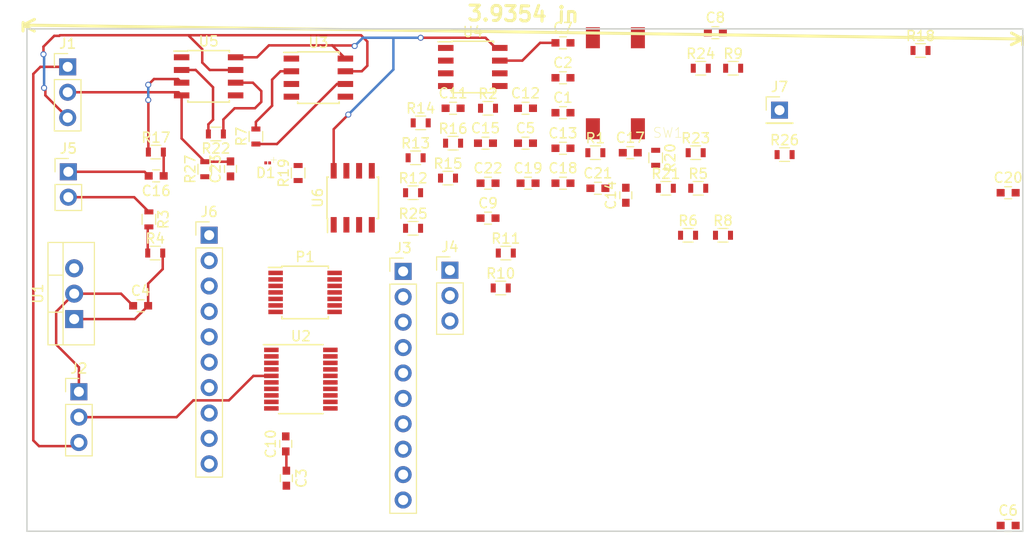
<source format=kicad_pcb>
(kicad_pcb (version 4) (host pcbnew 4.0.7)

  (general
    (links 151)
    (no_connects 126)
    (area 112.25 93 212 143.5)
    (thickness 1.6)
    (drawings 5)
    (tracks 111)
    (zones 0)
    (modules 66)
    (nets 49)
  )

  (page A4)
  (layers
    (0 F.Cu signal)
    (31 B.Cu signal)
    (32 B.Adhes user)
    (33 F.Adhes user)
    (34 B.Paste user)
    (35 F.Paste user)
    (36 B.SilkS user)
    (37 F.SilkS user)
    (38 B.Mask user)
    (39 F.Mask user)
    (40 Dwgs.User user)
    (41 Cmts.User user)
    (42 Eco1.User user)
    (43 Eco2.User user)
    (44 Edge.Cuts user)
    (45 Margin user)
    (46 B.CrtYd user)
    (47 F.CrtYd user)
    (48 B.Fab user)
    (49 F.Fab user)
  )

  (setup
    (last_trace_width 0.25)
    (trace_clearance 0.2)
    (zone_clearance 0.508)
    (zone_45_only no)
    (trace_min 0.2)
    (segment_width 0.2)
    (edge_width 0.15)
    (via_size 0.6)
    (via_drill 0.4)
    (via_min_size 0.4)
    (via_min_drill 0.3)
    (uvia_size 0.3)
    (uvia_drill 0.1)
    (uvias_allowed no)
    (uvia_min_size 0.2)
    (uvia_min_drill 0.1)
    (pcb_text_width 0.3)
    (pcb_text_size 1.5 1.5)
    (mod_edge_width 0.15)
    (mod_text_size 1 1)
    (mod_text_width 0.15)
    (pad_size 1.524 1.524)
    (pad_drill 0.762)
    (pad_to_mask_clearance 0.2)
    (aux_axis_origin 0 0)
    (visible_elements FFFFFF7F)
    (pcbplotparams
      (layerselection 0x00030_80000001)
      (usegerberextensions false)
      (excludeedgelayer true)
      (linewidth 0.100000)
      (plotframeref false)
      (viasonmask false)
      (mode 1)
      (useauxorigin false)
      (hpglpennumber 1)
      (hpglpenspeed 20)
      (hpglpendiameter 15)
      (hpglpenoverlay 2)
      (psnegative false)
      (psa4output false)
      (plotreference true)
      (plotvalue true)
      (plotinvisibletext false)
      (padsonsilk false)
      (subtractmaskfromsilk false)
      (outputformat 1)
      (mirror false)
      (drillshape 1)
      (scaleselection 1)
      (outputdirectory ""))
  )

  (net 0 "")
  (net 1 GND)
  (net 2 +9V)
  (net 3 /DVCC)
  (net 4 "Net-(C3-Pad2)")
  (net 5 "Net-(C4-Pad1)")
  (net 6 "Net-(C5-Pad1)")
  (net 7 "Net-(C6-Pad2)")
  (net 8 "Net-(C6-Pad1)")
  (net 9 "Net-(C8-Pad2)")
  (net 10 "Net-(C8-Pad1)")
  (net 11 "Net-(C11-Pad2)")
  (net 12 "Net-(C11-Pad1)")
  (net 13 "Net-(C15-Pad2)")
  (net 14 "Net-(C15-Pad1)")
  (net 15 /DataSignalIn)
  (net 16 "Net-(C16-Pad1)")
  (net 17 "Net-(C17-Pad1)")
  (net 18 "Net-(C20-Pad2)")
  (net 19 "Net-(C20-Pad1)")
  (net 20 "Net-(C23-Pad1)")
  (net 21 /DataOut)
  (net 22 +3V3)
  (net 23 "Net-(J3-Pad2)")
  (net 24 "Net-(J3-Pad3)")
  (net 25 "Net-(J3-Pad4)")
  (net 26 "Net-(J3-Pad7)")
  (net 27 "Net-(J3-Pad8)")
  (net 28 "Net-(J3-Pad9)")
  (net 29 "Net-(J3-Pad10)")
  (net 30 "Net-(J4-Pad2)")
  (net 31 "Net-(J5-Pad2)")
  (net 32 "Net-(J6-Pad2)")
  (net 33 "Net-(J6-Pad3)")
  (net 34 "Net-(J6-Pad4)")
  (net 35 "Net-(J6-Pad5)")
  (net 36 "Net-(J6-Pad6)")
  (net 37 /~SD)
  (net 38 "Net-(J6-Pad8)")
  (net 39 "Net-(J6-Pad9)")
  (net 40 "Net-(J6-Pad10)")
  (net 41 "Net-(P1-Pad3)")
  (net 42 "Net-(P1-Pad12)")
  (net 43 "Net-(R1-Pad2)")
  (net 44 "Net-(R7-Pad2)")
  (net 45 "Net-(R14-Pad2)")
  (net 46 "Net-(R17-Pad1)")
  (net 47 "Net-(R18-Pad1)")
  (net 48 "Net-(R25-Pad1)")

  (net_class Default "This is the default net class."
    (clearance 0.2)
    (trace_width 0.25)
    (via_dia 0.6)
    (via_drill 0.4)
    (uvia_dia 0.3)
    (uvia_drill 0.1)
    (add_net +3V3)
    (add_net +9V)
    (add_net /DVCC)
    (add_net /DataOut)
    (add_net /DataSignalIn)
    (add_net /~SD)
    (add_net GND)
    (add_net "Net-(C11-Pad1)")
    (add_net "Net-(C11-Pad2)")
    (add_net "Net-(C15-Pad1)")
    (add_net "Net-(C15-Pad2)")
    (add_net "Net-(C16-Pad1)")
    (add_net "Net-(C17-Pad1)")
    (add_net "Net-(C20-Pad1)")
    (add_net "Net-(C20-Pad2)")
    (add_net "Net-(C23-Pad1)")
    (add_net "Net-(C3-Pad2)")
    (add_net "Net-(C4-Pad1)")
    (add_net "Net-(C5-Pad1)")
    (add_net "Net-(C6-Pad1)")
    (add_net "Net-(C6-Pad2)")
    (add_net "Net-(C8-Pad1)")
    (add_net "Net-(C8-Pad2)")
    (add_net "Net-(J3-Pad10)")
    (add_net "Net-(J3-Pad2)")
    (add_net "Net-(J3-Pad3)")
    (add_net "Net-(J3-Pad4)")
    (add_net "Net-(J3-Pad7)")
    (add_net "Net-(J3-Pad8)")
    (add_net "Net-(J3-Pad9)")
    (add_net "Net-(J4-Pad2)")
    (add_net "Net-(J5-Pad2)")
    (add_net "Net-(J6-Pad10)")
    (add_net "Net-(J6-Pad2)")
    (add_net "Net-(J6-Pad3)")
    (add_net "Net-(J6-Pad4)")
    (add_net "Net-(J6-Pad5)")
    (add_net "Net-(J6-Pad6)")
    (add_net "Net-(J6-Pad8)")
    (add_net "Net-(J6-Pad9)")
    (add_net "Net-(P1-Pad12)")
    (add_net "Net-(P1-Pad3)")
    (add_net "Net-(R1-Pad2)")
    (add_net "Net-(R14-Pad2)")
    (add_net "Net-(R17-Pad1)")
    (add_net "Net-(R18-Pad1)")
    (add_net "Net-(R25-Pad1)")
    (add_net "Net-(R7-Pad2)")
  )

  (module Capacitors_SMD:C_0603 placed (layer F.Cu) (tedit 59958EE7) (tstamp 5A0F7B73)
    (at 165.989 101.473)
    (descr "Capacitor SMD 0603, reflow soldering, AVX (see smccp.pdf)")
    (tags "capacitor 0603")
    (path /5A06E125)
    (attr smd)
    (fp_text reference C1 (at 0 -1.5) (layer F.SilkS)
      (effects (font (size 1 1) (thickness 0.15)))
    )
    (fp_text value 100n (at 0 1.5) (layer F.Fab)
      (effects (font (size 1 1) (thickness 0.15)))
    )
    (fp_line (start 1.4 0.65) (end -1.4 0.65) (layer F.CrtYd) (width 0.05))
    (fp_line (start 1.4 0.65) (end 1.4 -0.65) (layer F.CrtYd) (width 0.05))
    (fp_line (start -1.4 -0.65) (end -1.4 0.65) (layer F.CrtYd) (width 0.05))
    (fp_line (start -1.4 -0.65) (end 1.4 -0.65) (layer F.CrtYd) (width 0.05))
    (fp_line (start 0.35 0.6) (end -0.35 0.6) (layer F.SilkS) (width 0.12))
    (fp_line (start -0.35 -0.6) (end 0.35 -0.6) (layer F.SilkS) (width 0.12))
    (fp_line (start -0.8 -0.4) (end 0.8 -0.4) (layer F.Fab) (width 0.1))
    (fp_line (start 0.8 -0.4) (end 0.8 0.4) (layer F.Fab) (width 0.1))
    (fp_line (start 0.8 0.4) (end -0.8 0.4) (layer F.Fab) (width 0.1))
    (fp_line (start -0.8 0.4) (end -0.8 -0.4) (layer F.Fab) (width 0.1))
    (fp_text user %R (at 0 0) (layer F.Fab)
      (effects (font (size 0.3 0.3) (thickness 0.075)))
    )
    (pad 2 smd rect (at 0.75 0) (size 0.8 0.75) (layers F.Cu F.Paste F.Mask)
      (net 1 GND))
    (pad 1 smd rect (at -0.75 0) (size 0.8 0.75) (layers F.Cu F.Paste F.Mask)
      (net 2 +9V))
    (model Capacitors_SMD.3dshapes/C_0603.wrl
      (at (xyz 0 0 0))
      (scale (xyz 1 1 1))
      (rotate (xyz 0 0 0))
    )
  )

  (module Capacitors_SMD:C_0603 placed (layer F.Cu) (tedit 59958EE7) (tstamp 5A0F7B84)
    (at 165.989 97.9805)
    (descr "Capacitor SMD 0603, reflow soldering, AVX (see smccp.pdf)")
    (tags "capacitor 0603")
    (path /59EEB59D)
    (attr smd)
    (fp_text reference C2 (at 0 -1.5) (layer F.SilkS)
      (effects (font (size 1 1) (thickness 0.15)))
    )
    (fp_text value 1u (at 0 1.5) (layer F.Fab)
      (effects (font (size 1 1) (thickness 0.15)))
    )
    (fp_line (start 1.4 0.65) (end -1.4 0.65) (layer F.CrtYd) (width 0.05))
    (fp_line (start 1.4 0.65) (end 1.4 -0.65) (layer F.CrtYd) (width 0.05))
    (fp_line (start -1.4 -0.65) (end -1.4 0.65) (layer F.CrtYd) (width 0.05))
    (fp_line (start -1.4 -0.65) (end 1.4 -0.65) (layer F.CrtYd) (width 0.05))
    (fp_line (start 0.35 0.6) (end -0.35 0.6) (layer F.SilkS) (width 0.12))
    (fp_line (start -0.35 -0.6) (end 0.35 -0.6) (layer F.SilkS) (width 0.12))
    (fp_line (start -0.8 -0.4) (end 0.8 -0.4) (layer F.Fab) (width 0.1))
    (fp_line (start 0.8 -0.4) (end 0.8 0.4) (layer F.Fab) (width 0.1))
    (fp_line (start 0.8 0.4) (end -0.8 0.4) (layer F.Fab) (width 0.1))
    (fp_line (start -0.8 0.4) (end -0.8 -0.4) (layer F.Fab) (width 0.1))
    (fp_text user %R (at 0 0) (layer F.Fab)
      (effects (font (size 0.3 0.3) (thickness 0.075)))
    )
    (pad 2 smd rect (at 0.75 0) (size 0.8 0.75) (layers F.Cu F.Paste F.Mask)
      (net 1 GND))
    (pad 1 smd rect (at -0.75 0) (size 0.8 0.75) (layers F.Cu F.Paste F.Mask)
      (net 3 /DVCC))
    (model Capacitors_SMD.3dshapes/C_0603.wrl
      (at (xyz 0 0 0))
      (scale (xyz 1 1 1))
      (rotate (xyz 0 0 0))
    )
  )

  (module Capacitors_SMD:C_0603 placed (layer F.Cu) (tedit 59958EE7) (tstamp 5A0F7B95)
    (at 138.33475 138.01725 270)
    (descr "Capacitor SMD 0603, reflow soldering, AVX (see smccp.pdf)")
    (tags "capacitor 0603")
    (path /59EEB652)
    (attr smd)
    (fp_text reference C3 (at 0 -1.5 270) (layer F.SilkS)
      (effects (font (size 1 1) (thickness 0.15)))
    )
    (fp_text value 0.01u (at 0 1.5 270) (layer F.Fab)
      (effects (font (size 1 1) (thickness 0.15)))
    )
    (fp_line (start 1.4 0.65) (end -1.4 0.65) (layer F.CrtYd) (width 0.05))
    (fp_line (start 1.4 0.65) (end 1.4 -0.65) (layer F.CrtYd) (width 0.05))
    (fp_line (start -1.4 -0.65) (end -1.4 0.65) (layer F.CrtYd) (width 0.05))
    (fp_line (start -1.4 -0.65) (end 1.4 -0.65) (layer F.CrtYd) (width 0.05))
    (fp_line (start 0.35 0.6) (end -0.35 0.6) (layer F.SilkS) (width 0.12))
    (fp_line (start -0.35 -0.6) (end 0.35 -0.6) (layer F.SilkS) (width 0.12))
    (fp_line (start -0.8 -0.4) (end 0.8 -0.4) (layer F.Fab) (width 0.1))
    (fp_line (start 0.8 -0.4) (end 0.8 0.4) (layer F.Fab) (width 0.1))
    (fp_line (start 0.8 0.4) (end -0.8 0.4) (layer F.Fab) (width 0.1))
    (fp_line (start -0.8 0.4) (end -0.8 -0.4) (layer F.Fab) (width 0.1))
    (fp_text user %R (at 0 0 270) (layer F.Fab)
      (effects (font (size 0.3 0.3) (thickness 0.075)))
    )
    (pad 2 smd rect (at 0.75 0 270) (size 0.8 0.75) (layers F.Cu F.Paste F.Mask)
      (net 4 "Net-(C3-Pad2)"))
    (pad 1 smd rect (at -0.75 0 270) (size 0.8 0.75) (layers F.Cu F.Paste F.Mask)
      (net 3 /DVCC))
    (model Capacitors_SMD.3dshapes/C_0603.wrl
      (at (xyz 0 0 0))
      (scale (xyz 1 1 1))
      (rotate (xyz 0 0 0))
    )
  )

  (module Capacitors_SMD:C_0603 placed (layer F.Cu) (tedit 59958EE7) (tstamp 5A0F7BA6)
    (at 123.7615 120.777)
    (descr "Capacitor SMD 0603, reflow soldering, AVX (see smccp.pdf)")
    (tags "capacitor 0603")
    (path /5A06E1E2)
    (attr smd)
    (fp_text reference C4 (at 0 -1.5) (layer F.SilkS)
      (effects (font (size 1 1) (thickness 0.15)))
    )
    (fp_text value 10u (at 0 1.5) (layer F.Fab)
      (effects (font (size 1 1) (thickness 0.15)))
    )
    (fp_line (start 1.4 0.65) (end -1.4 0.65) (layer F.CrtYd) (width 0.05))
    (fp_line (start 1.4 0.65) (end 1.4 -0.65) (layer F.CrtYd) (width 0.05))
    (fp_line (start -1.4 -0.65) (end -1.4 0.65) (layer F.CrtYd) (width 0.05))
    (fp_line (start -1.4 -0.65) (end 1.4 -0.65) (layer F.CrtYd) (width 0.05))
    (fp_line (start 0.35 0.6) (end -0.35 0.6) (layer F.SilkS) (width 0.12))
    (fp_line (start -0.35 -0.6) (end 0.35 -0.6) (layer F.SilkS) (width 0.12))
    (fp_line (start -0.8 -0.4) (end 0.8 -0.4) (layer F.Fab) (width 0.1))
    (fp_line (start 0.8 -0.4) (end 0.8 0.4) (layer F.Fab) (width 0.1))
    (fp_line (start 0.8 0.4) (end -0.8 0.4) (layer F.Fab) (width 0.1))
    (fp_line (start -0.8 0.4) (end -0.8 -0.4) (layer F.Fab) (width 0.1))
    (fp_text user %R (at 0 0) (layer F.Fab)
      (effects (font (size 0.3 0.3) (thickness 0.075)))
    )
    (pad 2 smd rect (at 0.75 0) (size 0.8 0.75) (layers F.Cu F.Paste F.Mask)
      (net 1 GND))
    (pad 1 smd rect (at -0.75 0) (size 0.8 0.75) (layers F.Cu F.Paste F.Mask)
      (net 5 "Net-(C4-Pad1)"))
    (model Capacitors_SMD.3dshapes/C_0603.wrl
      (at (xyz 0 0 0))
      (scale (xyz 1 1 1))
      (rotate (xyz 0 0 0))
    )
  )

  (module Capacitors_SMD:C_0603 placed (layer F.Cu) (tedit 59958EE7) (tstamp 5A0F7BB7)
    (at 162.2425 104.521)
    (descr "Capacitor SMD 0603, reflow soldering, AVX (see smccp.pdf)")
    (tags "capacitor 0603")
    (path /59F04CFE)
    (attr smd)
    (fp_text reference C5 (at 0 -1.5) (layer F.SilkS)
      (effects (font (size 1 1) (thickness 0.15)))
    )
    (fp_text value 0.01u (at 0 1.5) (layer F.Fab)
      (effects (font (size 1 1) (thickness 0.15)))
    )
    (fp_line (start 1.4 0.65) (end -1.4 0.65) (layer F.CrtYd) (width 0.05))
    (fp_line (start 1.4 0.65) (end 1.4 -0.65) (layer F.CrtYd) (width 0.05))
    (fp_line (start -1.4 -0.65) (end -1.4 0.65) (layer F.CrtYd) (width 0.05))
    (fp_line (start -1.4 -0.65) (end 1.4 -0.65) (layer F.CrtYd) (width 0.05))
    (fp_line (start 0.35 0.6) (end -0.35 0.6) (layer F.SilkS) (width 0.12))
    (fp_line (start -0.35 -0.6) (end 0.35 -0.6) (layer F.SilkS) (width 0.12))
    (fp_line (start -0.8 -0.4) (end 0.8 -0.4) (layer F.Fab) (width 0.1))
    (fp_line (start 0.8 -0.4) (end 0.8 0.4) (layer F.Fab) (width 0.1))
    (fp_line (start 0.8 0.4) (end -0.8 0.4) (layer F.Fab) (width 0.1))
    (fp_line (start -0.8 0.4) (end -0.8 -0.4) (layer F.Fab) (width 0.1))
    (fp_text user %R (at 0 0) (layer F.Fab)
      (effects (font (size 0.3 0.3) (thickness 0.075)))
    )
    (pad 2 smd rect (at 0.75 0) (size 0.8 0.75) (layers F.Cu F.Paste F.Mask)
      (net 1 GND))
    (pad 1 smd rect (at -0.75 0) (size 0.8 0.75) (layers F.Cu F.Paste F.Mask)
      (net 6 "Net-(C5-Pad1)"))
    (model Capacitors_SMD.3dshapes/C_0603.wrl
      (at (xyz 0 0 0))
      (scale (xyz 1 1 1))
      (rotate (xyz 0 0 0))
    )
  )

  (module Capacitors_SMD:C_0603 placed (layer F.Cu) (tedit 59958EE7) (tstamp 5A0F7BC8)
    (at 210.5025 142.748)
    (descr "Capacitor SMD 0603, reflow soldering, AVX (see smccp.pdf)")
    (tags "capacitor 0603")
    (path /5A0C7AB1)
    (attr smd)
    (fp_text reference C6 (at 0 -1.5) (layer F.SilkS)
      (effects (font (size 1 1) (thickness 0.15)))
    )
    (fp_text value 1u (at 0 1.5) (layer F.Fab)
      (effects (font (size 1 1) (thickness 0.15)))
    )
    (fp_line (start 1.4 0.65) (end -1.4 0.65) (layer F.CrtYd) (width 0.05))
    (fp_line (start 1.4 0.65) (end 1.4 -0.65) (layer F.CrtYd) (width 0.05))
    (fp_line (start -1.4 -0.65) (end -1.4 0.65) (layer F.CrtYd) (width 0.05))
    (fp_line (start -1.4 -0.65) (end 1.4 -0.65) (layer F.CrtYd) (width 0.05))
    (fp_line (start 0.35 0.6) (end -0.35 0.6) (layer F.SilkS) (width 0.12))
    (fp_line (start -0.35 -0.6) (end 0.35 -0.6) (layer F.SilkS) (width 0.12))
    (fp_line (start -0.8 -0.4) (end 0.8 -0.4) (layer F.Fab) (width 0.1))
    (fp_line (start 0.8 -0.4) (end 0.8 0.4) (layer F.Fab) (width 0.1))
    (fp_line (start 0.8 0.4) (end -0.8 0.4) (layer F.Fab) (width 0.1))
    (fp_line (start -0.8 0.4) (end -0.8 -0.4) (layer F.Fab) (width 0.1))
    (fp_text user %R (at 0 0) (layer F.Fab)
      (effects (font (size 0.3 0.3) (thickness 0.075)))
    )
    (pad 2 smd rect (at 0.75 0) (size 0.8 0.75) (layers F.Cu F.Paste F.Mask)
      (net 7 "Net-(C6-Pad2)"))
    (pad 1 smd rect (at -0.75 0) (size 0.8 0.75) (layers F.Cu F.Paste F.Mask)
      (net 8 "Net-(C6-Pad1)"))
    (model Capacitors_SMD.3dshapes/C_0603.wrl
      (at (xyz 0 0 0))
      (scale (xyz 1 1 1))
      (rotate (xyz 0 0 0))
    )
  )

  (module Capacitors_SMD:C_0603 placed (layer F.Cu) (tedit 59958EE7) (tstamp 5A0F7BD9)
    (at 165.989 94.488)
    (descr "Capacitor SMD 0603, reflow soldering, AVX (see smccp.pdf)")
    (tags "capacitor 0603")
    (path /5A0CA6BC)
    (attr smd)
    (fp_text reference C7 (at 0 -1.5) (layer F.SilkS)
      (effects (font (size 1 1) (thickness 0.15)))
    )
    (fp_text value 1u (at 0 1.5) (layer F.Fab)
      (effects (font (size 1 1) (thickness 0.15)))
    )
    (fp_line (start 1.4 0.65) (end -1.4 0.65) (layer F.CrtYd) (width 0.05))
    (fp_line (start 1.4 0.65) (end 1.4 -0.65) (layer F.CrtYd) (width 0.05))
    (fp_line (start -1.4 -0.65) (end -1.4 0.65) (layer F.CrtYd) (width 0.05))
    (fp_line (start -1.4 -0.65) (end 1.4 -0.65) (layer F.CrtYd) (width 0.05))
    (fp_line (start 0.35 0.6) (end -0.35 0.6) (layer F.SilkS) (width 0.12))
    (fp_line (start -0.35 -0.6) (end 0.35 -0.6) (layer F.SilkS) (width 0.12))
    (fp_line (start -0.8 -0.4) (end 0.8 -0.4) (layer F.Fab) (width 0.1))
    (fp_line (start 0.8 -0.4) (end 0.8 0.4) (layer F.Fab) (width 0.1))
    (fp_line (start 0.8 0.4) (end -0.8 0.4) (layer F.Fab) (width 0.1))
    (fp_line (start -0.8 0.4) (end -0.8 -0.4) (layer F.Fab) (width 0.1))
    (fp_text user %R (at 0 0) (layer F.Fab)
      (effects (font (size 0.3 0.3) (thickness 0.075)))
    )
    (pad 2 smd rect (at 0.75 0) (size 0.8 0.75) (layers F.Cu F.Paste F.Mask)
      (net 1 GND))
    (pad 1 smd rect (at -0.75 0) (size 0.8 0.75) (layers F.Cu F.Paste F.Mask)
      (net 2 +9V))
    (model Capacitors_SMD.3dshapes/C_0603.wrl
      (at (xyz 0 0 0))
      (scale (xyz 1 1 1))
      (rotate (xyz 0 0 0))
    )
  )

  (module Capacitors_SMD:C_0603 placed (layer F.Cu) (tedit 59958EE7) (tstamp 5A0F7BEA)
    (at 181.229 93.472)
    (descr "Capacitor SMD 0603, reflow soldering, AVX (see smccp.pdf)")
    (tags "capacitor 0603")
    (path /5A0CAC47)
    (attr smd)
    (fp_text reference C8 (at 0 -1.5) (layer F.SilkS)
      (effects (font (size 1 1) (thickness 0.15)))
    )
    (fp_text value 1u (at 0 1.5) (layer F.Fab)
      (effects (font (size 1 1) (thickness 0.15)))
    )
    (fp_line (start 1.4 0.65) (end -1.4 0.65) (layer F.CrtYd) (width 0.05))
    (fp_line (start 1.4 0.65) (end 1.4 -0.65) (layer F.CrtYd) (width 0.05))
    (fp_line (start -1.4 -0.65) (end -1.4 0.65) (layer F.CrtYd) (width 0.05))
    (fp_line (start -1.4 -0.65) (end 1.4 -0.65) (layer F.CrtYd) (width 0.05))
    (fp_line (start 0.35 0.6) (end -0.35 0.6) (layer F.SilkS) (width 0.12))
    (fp_line (start -0.35 -0.6) (end 0.35 -0.6) (layer F.SilkS) (width 0.12))
    (fp_line (start -0.8 -0.4) (end 0.8 -0.4) (layer F.Fab) (width 0.1))
    (fp_line (start 0.8 -0.4) (end 0.8 0.4) (layer F.Fab) (width 0.1))
    (fp_line (start 0.8 0.4) (end -0.8 0.4) (layer F.Fab) (width 0.1))
    (fp_line (start -0.8 0.4) (end -0.8 -0.4) (layer F.Fab) (width 0.1))
    (fp_text user %R (at 0 0) (layer F.Fab)
      (effects (font (size 0.3 0.3) (thickness 0.075)))
    )
    (pad 2 smd rect (at 0.75 0) (size 0.8 0.75) (layers F.Cu F.Paste F.Mask)
      (net 9 "Net-(C8-Pad2)"))
    (pad 1 smd rect (at -0.75 0) (size 0.8 0.75) (layers F.Cu F.Paste F.Mask)
      (net 10 "Net-(C8-Pad1)"))
    (model Capacitors_SMD.3dshapes/C_0603.wrl
      (at (xyz 0 0 0))
      (scale (xyz 1 1 1))
      (rotate (xyz 0 0 0))
    )
  )

  (module Capacitors_SMD:C_0603 placed (layer F.Cu) (tedit 59958EE7) (tstamp 5A0F7BFB)
    (at 158.496 112.014)
    (descr "Capacitor SMD 0603, reflow soldering, AVX (see smccp.pdf)")
    (tags "capacitor 0603")
    (path /5A0CA6C2)
    (attr smd)
    (fp_text reference C9 (at 0 -1.5) (layer F.SilkS)
      (effects (font (size 1 1) (thickness 0.15)))
    )
    (fp_text value 0.01u (at 0 1.5) (layer F.Fab)
      (effects (font (size 1 1) (thickness 0.15)))
    )
    (fp_line (start 1.4 0.65) (end -1.4 0.65) (layer F.CrtYd) (width 0.05))
    (fp_line (start 1.4 0.65) (end 1.4 -0.65) (layer F.CrtYd) (width 0.05))
    (fp_line (start -1.4 -0.65) (end -1.4 0.65) (layer F.CrtYd) (width 0.05))
    (fp_line (start -1.4 -0.65) (end 1.4 -0.65) (layer F.CrtYd) (width 0.05))
    (fp_line (start 0.35 0.6) (end -0.35 0.6) (layer F.SilkS) (width 0.12))
    (fp_line (start -0.35 -0.6) (end 0.35 -0.6) (layer F.SilkS) (width 0.12))
    (fp_line (start -0.8 -0.4) (end 0.8 -0.4) (layer F.Fab) (width 0.1))
    (fp_line (start 0.8 -0.4) (end 0.8 0.4) (layer F.Fab) (width 0.1))
    (fp_line (start 0.8 0.4) (end -0.8 0.4) (layer F.Fab) (width 0.1))
    (fp_line (start -0.8 0.4) (end -0.8 -0.4) (layer F.Fab) (width 0.1))
    (fp_text user %R (at 0 0) (layer F.Fab)
      (effects (font (size 0.3 0.3) (thickness 0.075)))
    )
    (pad 2 smd rect (at 0.75 0) (size 0.8 0.75) (layers F.Cu F.Paste F.Mask)
      (net 1 GND))
    (pad 1 smd rect (at -0.75 0) (size 0.8 0.75) (layers F.Cu F.Paste F.Mask)
      (net 2 +9V))
    (model Capacitors_SMD.3dshapes/C_0603.wrl
      (at (xyz 0 0 0))
      (scale (xyz 1 1 1))
      (rotate (xyz 0 0 0))
    )
  )

  (module Capacitors_SMD:C_0603 placed (layer F.Cu) (tedit 59958EE7) (tstamp 5A0F7C0C)
    (at 138.27125 134.58825 90)
    (descr "Capacitor SMD 0603, reflow soldering, AVX (see smccp.pdf)")
    (tags "capacitor 0603")
    (path /59F1A79A)
    (attr smd)
    (fp_text reference C10 (at 0 -1.5 90) (layer F.SilkS)
      (effects (font (size 1 1) (thickness 0.15)))
    )
    (fp_text value 1u (at 0 1.5 90) (layer F.Fab)
      (effects (font (size 1 1) (thickness 0.15)))
    )
    (fp_line (start 1.4 0.65) (end -1.4 0.65) (layer F.CrtYd) (width 0.05))
    (fp_line (start 1.4 0.65) (end 1.4 -0.65) (layer F.CrtYd) (width 0.05))
    (fp_line (start -1.4 -0.65) (end -1.4 0.65) (layer F.CrtYd) (width 0.05))
    (fp_line (start -1.4 -0.65) (end 1.4 -0.65) (layer F.CrtYd) (width 0.05))
    (fp_line (start 0.35 0.6) (end -0.35 0.6) (layer F.SilkS) (width 0.12))
    (fp_line (start -0.35 -0.6) (end 0.35 -0.6) (layer F.SilkS) (width 0.12))
    (fp_line (start -0.8 -0.4) (end 0.8 -0.4) (layer F.Fab) (width 0.1))
    (fp_line (start 0.8 -0.4) (end 0.8 0.4) (layer F.Fab) (width 0.1))
    (fp_line (start 0.8 0.4) (end -0.8 0.4) (layer F.Fab) (width 0.1))
    (fp_line (start -0.8 0.4) (end -0.8 -0.4) (layer F.Fab) (width 0.1))
    (fp_text user %R (at 0 0 90) (layer F.Fab)
      (effects (font (size 0.3 0.3) (thickness 0.075)))
    )
    (pad 2 smd rect (at 0.75 0 90) (size 0.8 0.75) (layers F.Cu F.Paste F.Mask)
      (net 1 GND))
    (pad 1 smd rect (at -0.75 0 90) (size 0.8 0.75) (layers F.Cu F.Paste F.Mask)
      (net 3 /DVCC))
    (model Capacitors_SMD.3dshapes/C_0603.wrl
      (at (xyz 0 0 0))
      (scale (xyz 1 1 1))
      (rotate (xyz 0 0 0))
    )
  )

  (module Capacitors_SMD:C_0603 placed (layer F.Cu) (tedit 59958EE7) (tstamp 5A0F7C1D)
    (at 155.0035 101.0285)
    (descr "Capacitor SMD 0603, reflow soldering, AVX (see smccp.pdf)")
    (tags "capacitor 0603")
    (path /5A0CEF22)
    (attr smd)
    (fp_text reference C11 (at 0 -1.5) (layer F.SilkS)
      (effects (font (size 1 1) (thickness 0.15)))
    )
    (fp_text value 1u (at 0 1.5) (layer F.Fab)
      (effects (font (size 1 1) (thickness 0.15)))
    )
    (fp_line (start 1.4 0.65) (end -1.4 0.65) (layer F.CrtYd) (width 0.05))
    (fp_line (start 1.4 0.65) (end 1.4 -0.65) (layer F.CrtYd) (width 0.05))
    (fp_line (start -1.4 -0.65) (end -1.4 0.65) (layer F.CrtYd) (width 0.05))
    (fp_line (start -1.4 -0.65) (end 1.4 -0.65) (layer F.CrtYd) (width 0.05))
    (fp_line (start 0.35 0.6) (end -0.35 0.6) (layer F.SilkS) (width 0.12))
    (fp_line (start -0.35 -0.6) (end 0.35 -0.6) (layer F.SilkS) (width 0.12))
    (fp_line (start -0.8 -0.4) (end 0.8 -0.4) (layer F.Fab) (width 0.1))
    (fp_line (start 0.8 -0.4) (end 0.8 0.4) (layer F.Fab) (width 0.1))
    (fp_line (start 0.8 0.4) (end -0.8 0.4) (layer F.Fab) (width 0.1))
    (fp_line (start -0.8 0.4) (end -0.8 -0.4) (layer F.Fab) (width 0.1))
    (fp_text user %R (at 0 0) (layer F.Fab)
      (effects (font (size 0.3 0.3) (thickness 0.075)))
    )
    (pad 2 smd rect (at 0.75 0) (size 0.8 0.75) (layers F.Cu F.Paste F.Mask)
      (net 11 "Net-(C11-Pad2)"))
    (pad 1 smd rect (at -0.75 0) (size 0.8 0.75) (layers F.Cu F.Paste F.Mask)
      (net 12 "Net-(C11-Pad1)"))
    (model Capacitors_SMD.3dshapes/C_0603.wrl
      (at (xyz 0 0 0))
      (scale (xyz 1 1 1))
      (rotate (xyz 0 0 0))
    )
  )

  (module Capacitors_SMD:C_0603 placed (layer F.Cu) (tedit 59958EE7) (tstamp 5A0F7C2E)
    (at 162.2425 101.0285)
    (descr "Capacitor SMD 0603, reflow soldering, AVX (see smccp.pdf)")
    (tags "capacitor 0603")
    (path /59F1A7A0)
    (attr smd)
    (fp_text reference C12 (at 0 -1.5) (layer F.SilkS)
      (effects (font (size 1 1) (thickness 0.15)))
    )
    (fp_text value 0.01u (at 0 1.5) (layer F.Fab)
      (effects (font (size 1 1) (thickness 0.15)))
    )
    (fp_line (start 1.4 0.65) (end -1.4 0.65) (layer F.CrtYd) (width 0.05))
    (fp_line (start 1.4 0.65) (end 1.4 -0.65) (layer F.CrtYd) (width 0.05))
    (fp_line (start -1.4 -0.65) (end -1.4 0.65) (layer F.CrtYd) (width 0.05))
    (fp_line (start -1.4 -0.65) (end 1.4 -0.65) (layer F.CrtYd) (width 0.05))
    (fp_line (start 0.35 0.6) (end -0.35 0.6) (layer F.SilkS) (width 0.12))
    (fp_line (start -0.35 -0.6) (end 0.35 -0.6) (layer F.SilkS) (width 0.12))
    (fp_line (start -0.8 -0.4) (end 0.8 -0.4) (layer F.Fab) (width 0.1))
    (fp_line (start 0.8 -0.4) (end 0.8 0.4) (layer F.Fab) (width 0.1))
    (fp_line (start 0.8 0.4) (end -0.8 0.4) (layer F.Fab) (width 0.1))
    (fp_line (start -0.8 0.4) (end -0.8 -0.4) (layer F.Fab) (width 0.1))
    (fp_text user %R (at 0 0) (layer F.Fab)
      (effects (font (size 0.3 0.3) (thickness 0.075)))
    )
    (pad 2 smd rect (at 0.75 0) (size 0.8 0.75) (layers F.Cu F.Paste F.Mask)
      (net 1 GND))
    (pad 1 smd rect (at -0.75 0) (size 0.8 0.75) (layers F.Cu F.Paste F.Mask)
      (net 3 /DVCC))
    (model Capacitors_SMD.3dshapes/C_0603.wrl
      (at (xyz 0 0 0))
      (scale (xyz 1 1 1))
      (rotate (xyz 0 0 0))
    )
  )

  (module Capacitors_SMD:C_0603 placed (layer F.Cu) (tedit 59958EE7) (tstamp 5A0F7C3F)
    (at 165.989 105.029)
    (descr "Capacitor SMD 0603, reflow soldering, AVX (see smccp.pdf)")
    (tags "capacitor 0603")
    (path /59E96A4B)
    (attr smd)
    (fp_text reference C13 (at 0 -1.5) (layer F.SilkS)
      (effects (font (size 1 1) (thickness 0.15)))
    )
    (fp_text value 1u (at 0 1.5) (layer F.Fab)
      (effects (font (size 1 1) (thickness 0.15)))
    )
    (fp_line (start 1.4 0.65) (end -1.4 0.65) (layer F.CrtYd) (width 0.05))
    (fp_line (start 1.4 0.65) (end 1.4 -0.65) (layer F.CrtYd) (width 0.05))
    (fp_line (start -1.4 -0.65) (end -1.4 0.65) (layer F.CrtYd) (width 0.05))
    (fp_line (start -1.4 -0.65) (end 1.4 -0.65) (layer F.CrtYd) (width 0.05))
    (fp_line (start 0.35 0.6) (end -0.35 0.6) (layer F.SilkS) (width 0.12))
    (fp_line (start -0.35 -0.6) (end 0.35 -0.6) (layer F.SilkS) (width 0.12))
    (fp_line (start -0.8 -0.4) (end 0.8 -0.4) (layer F.Fab) (width 0.1))
    (fp_line (start 0.8 -0.4) (end 0.8 0.4) (layer F.Fab) (width 0.1))
    (fp_line (start 0.8 0.4) (end -0.8 0.4) (layer F.Fab) (width 0.1))
    (fp_line (start -0.8 0.4) (end -0.8 -0.4) (layer F.Fab) (width 0.1))
    (fp_text user %R (at 0 0) (layer F.Fab)
      (effects (font (size 0.3 0.3) (thickness 0.075)))
    )
    (pad 2 smd rect (at 0.75 0) (size 0.8 0.75) (layers F.Cu F.Paste F.Mask)
      (net 1 GND))
    (pad 1 smd rect (at -0.75 0) (size 0.8 0.75) (layers F.Cu F.Paste F.Mask)
      (net 2 +9V))
    (model Capacitors_SMD.3dshapes/C_0603.wrl
      (at (xyz 0 0 0))
      (scale (xyz 1 1 1))
      (rotate (xyz 0 0 0))
    )
  )

  (module Capacitors_SMD:C_0603 placed (layer F.Cu) (tedit 59958EE7) (tstamp 5A0F7C50)
    (at 172.2755 109.728 90)
    (descr "Capacitor SMD 0603, reflow soldering, AVX (see smccp.pdf)")
    (tags "capacitor 0603")
    (path /59E96AC2)
    (attr smd)
    (fp_text reference C14 (at 0 -1.5 90) (layer F.SilkS)
      (effects (font (size 1 1) (thickness 0.15)))
    )
    (fp_text value 0.01u (at 0 1.5 90) (layer F.Fab)
      (effects (font (size 1 1) (thickness 0.15)))
    )
    (fp_line (start 1.4 0.65) (end -1.4 0.65) (layer F.CrtYd) (width 0.05))
    (fp_line (start 1.4 0.65) (end 1.4 -0.65) (layer F.CrtYd) (width 0.05))
    (fp_line (start -1.4 -0.65) (end -1.4 0.65) (layer F.CrtYd) (width 0.05))
    (fp_line (start -1.4 -0.65) (end 1.4 -0.65) (layer F.CrtYd) (width 0.05))
    (fp_line (start 0.35 0.6) (end -0.35 0.6) (layer F.SilkS) (width 0.12))
    (fp_line (start -0.35 -0.6) (end 0.35 -0.6) (layer F.SilkS) (width 0.12))
    (fp_line (start -0.8 -0.4) (end 0.8 -0.4) (layer F.Fab) (width 0.1))
    (fp_line (start 0.8 -0.4) (end 0.8 0.4) (layer F.Fab) (width 0.1))
    (fp_line (start 0.8 0.4) (end -0.8 0.4) (layer F.Fab) (width 0.1))
    (fp_line (start -0.8 0.4) (end -0.8 -0.4) (layer F.Fab) (width 0.1))
    (fp_text user %R (at 0 0 90) (layer F.Fab)
      (effects (font (size 0.3 0.3) (thickness 0.075)))
    )
    (pad 2 smd rect (at 0.75 0 90) (size 0.8 0.75) (layers F.Cu F.Paste F.Mask)
      (net 1 GND))
    (pad 1 smd rect (at -0.75 0 90) (size 0.8 0.75) (layers F.Cu F.Paste F.Mask)
      (net 2 +9V))
    (model Capacitors_SMD.3dshapes/C_0603.wrl
      (at (xyz 0 0 0))
      (scale (xyz 1 1 1))
      (rotate (xyz 0 0 0))
    )
  )

  (module Capacitors_SMD:C_0603 placed (layer F.Cu) (tedit 59958EE7) (tstamp 5A0F7C61)
    (at 158.242 104.521)
    (descr "Capacitor SMD 0603, reflow soldering, AVX (see smccp.pdf)")
    (tags "capacitor 0603")
    (path /5A0D3F18)
    (attr smd)
    (fp_text reference C15 (at 0 -1.5) (layer F.SilkS)
      (effects (font (size 1 1) (thickness 0.15)))
    )
    (fp_text value 1u (at 0 1.5) (layer F.Fab)
      (effects (font (size 1 1) (thickness 0.15)))
    )
    (fp_line (start 1.4 0.65) (end -1.4 0.65) (layer F.CrtYd) (width 0.05))
    (fp_line (start 1.4 0.65) (end 1.4 -0.65) (layer F.CrtYd) (width 0.05))
    (fp_line (start -1.4 -0.65) (end -1.4 0.65) (layer F.CrtYd) (width 0.05))
    (fp_line (start -1.4 -0.65) (end 1.4 -0.65) (layer F.CrtYd) (width 0.05))
    (fp_line (start 0.35 0.6) (end -0.35 0.6) (layer F.SilkS) (width 0.12))
    (fp_line (start -0.35 -0.6) (end 0.35 -0.6) (layer F.SilkS) (width 0.12))
    (fp_line (start -0.8 -0.4) (end 0.8 -0.4) (layer F.Fab) (width 0.1))
    (fp_line (start 0.8 -0.4) (end 0.8 0.4) (layer F.Fab) (width 0.1))
    (fp_line (start 0.8 0.4) (end -0.8 0.4) (layer F.Fab) (width 0.1))
    (fp_line (start -0.8 0.4) (end -0.8 -0.4) (layer F.Fab) (width 0.1))
    (fp_text user %R (at 0 0) (layer F.Fab)
      (effects (font (size 0.3 0.3) (thickness 0.075)))
    )
    (pad 2 smd rect (at 0.75 0) (size 0.8 0.75) (layers F.Cu F.Paste F.Mask)
      (net 13 "Net-(C15-Pad2)"))
    (pad 1 smd rect (at -0.75 0) (size 0.8 0.75) (layers F.Cu F.Paste F.Mask)
      (net 14 "Net-(C15-Pad1)"))
    (model Capacitors_SMD.3dshapes/C_0603.wrl
      (at (xyz 0 0 0))
      (scale (xyz 1 1 1))
      (rotate (xyz 0 0 0))
    )
  )

  (module Capacitors_SMD:C_0603 placed (layer F.Cu) (tedit 59958EE7) (tstamp 5A0F7C72)
    (at 125.31725 107.79125 180)
    (descr "Capacitor SMD 0603, reflow soldering, AVX (see smccp.pdf)")
    (tags "capacitor 0603")
    (path /5A0CFD2E)
    (attr smd)
    (fp_text reference C16 (at 0 -1.5 180) (layer F.SilkS)
      (effects (font (size 1 1) (thickness 0.15)))
    )
    (fp_text value 1u (at 0 1.5 180) (layer F.Fab)
      (effects (font (size 1 1) (thickness 0.15)))
    )
    (fp_line (start 1.4 0.65) (end -1.4 0.65) (layer F.CrtYd) (width 0.05))
    (fp_line (start 1.4 0.65) (end 1.4 -0.65) (layer F.CrtYd) (width 0.05))
    (fp_line (start -1.4 -0.65) (end -1.4 0.65) (layer F.CrtYd) (width 0.05))
    (fp_line (start -1.4 -0.65) (end 1.4 -0.65) (layer F.CrtYd) (width 0.05))
    (fp_line (start 0.35 0.6) (end -0.35 0.6) (layer F.SilkS) (width 0.12))
    (fp_line (start -0.35 -0.6) (end 0.35 -0.6) (layer F.SilkS) (width 0.12))
    (fp_line (start -0.8 -0.4) (end 0.8 -0.4) (layer F.Fab) (width 0.1))
    (fp_line (start 0.8 -0.4) (end 0.8 0.4) (layer F.Fab) (width 0.1))
    (fp_line (start 0.8 0.4) (end -0.8 0.4) (layer F.Fab) (width 0.1))
    (fp_line (start -0.8 0.4) (end -0.8 -0.4) (layer F.Fab) (width 0.1))
    (fp_text user %R (at 0 0 180) (layer F.Fab)
      (effects (font (size 0.3 0.3) (thickness 0.075)))
    )
    (pad 2 smd rect (at 0.75 0 180) (size 0.8 0.75) (layers F.Cu F.Paste F.Mask)
      (net 15 /DataSignalIn))
    (pad 1 smd rect (at -0.75 0 180) (size 0.8 0.75) (layers F.Cu F.Paste F.Mask)
      (net 16 "Net-(C16-Pad1)"))
    (model Capacitors_SMD.3dshapes/C_0603.wrl
      (at (xyz 0 0 0))
      (scale (xyz 1 1 1))
      (rotate (xyz 0 0 0))
    )
  )

  (module Capacitors_SMD:C_0603 placed (layer F.Cu) (tedit 59958EE7) (tstamp 5A0F7C83)
    (at 172.72 105.4735)
    (descr "Capacitor SMD 0603, reflow soldering, AVX (see smccp.pdf)")
    (tags "capacitor 0603")
    (path /5A0D1764)
    (attr smd)
    (fp_text reference C17 (at 0 -1.5) (layer F.SilkS)
      (effects (font (size 1 1) (thickness 0.15)))
    )
    (fp_text value 1u (at 0 1.5) (layer F.Fab)
      (effects (font (size 1 1) (thickness 0.15)))
    )
    (fp_line (start 1.4 0.65) (end -1.4 0.65) (layer F.CrtYd) (width 0.05))
    (fp_line (start 1.4 0.65) (end 1.4 -0.65) (layer F.CrtYd) (width 0.05))
    (fp_line (start -1.4 -0.65) (end -1.4 0.65) (layer F.CrtYd) (width 0.05))
    (fp_line (start -1.4 -0.65) (end 1.4 -0.65) (layer F.CrtYd) (width 0.05))
    (fp_line (start 0.35 0.6) (end -0.35 0.6) (layer F.SilkS) (width 0.12))
    (fp_line (start -0.35 -0.6) (end 0.35 -0.6) (layer F.SilkS) (width 0.12))
    (fp_line (start -0.8 -0.4) (end 0.8 -0.4) (layer F.Fab) (width 0.1))
    (fp_line (start 0.8 -0.4) (end 0.8 0.4) (layer F.Fab) (width 0.1))
    (fp_line (start 0.8 0.4) (end -0.8 0.4) (layer F.Fab) (width 0.1))
    (fp_line (start -0.8 0.4) (end -0.8 -0.4) (layer F.Fab) (width 0.1))
    (fp_text user %R (at 0 0) (layer F.Fab)
      (effects (font (size 0.3 0.3) (thickness 0.075)))
    )
    (pad 2 smd rect (at 0.75 0) (size 0.8 0.75) (layers F.Cu F.Paste F.Mask)
      (net 1 GND))
    (pad 1 smd rect (at -0.75 0) (size 0.8 0.75) (layers F.Cu F.Paste F.Mask)
      (net 17 "Net-(C17-Pad1)"))
    (model Capacitors_SMD.3dshapes/C_0603.wrl
      (at (xyz 0 0 0))
      (scale (xyz 1 1 1))
      (rotate (xyz 0 0 0))
    )
  )

  (module Capacitors_SMD:C_0603 placed (layer F.Cu) (tedit 59958EE7) (tstamp 5A0F7C94)
    (at 165.989 108.5215)
    (descr "Capacitor SMD 0603, reflow soldering, AVX (see smccp.pdf)")
    (tags "capacitor 0603")
    (path /59EA7BB9)
    (attr smd)
    (fp_text reference C18 (at 0 -1.5) (layer F.SilkS)
      (effects (font (size 1 1) (thickness 0.15)))
    )
    (fp_text value 1u (at 0 1.5) (layer F.Fab)
      (effects (font (size 1 1) (thickness 0.15)))
    )
    (fp_line (start 1.4 0.65) (end -1.4 0.65) (layer F.CrtYd) (width 0.05))
    (fp_line (start 1.4 0.65) (end 1.4 -0.65) (layer F.CrtYd) (width 0.05))
    (fp_line (start -1.4 -0.65) (end -1.4 0.65) (layer F.CrtYd) (width 0.05))
    (fp_line (start -1.4 -0.65) (end 1.4 -0.65) (layer F.CrtYd) (width 0.05))
    (fp_line (start 0.35 0.6) (end -0.35 0.6) (layer F.SilkS) (width 0.12))
    (fp_line (start -0.35 -0.6) (end 0.35 -0.6) (layer F.SilkS) (width 0.12))
    (fp_line (start -0.8 -0.4) (end 0.8 -0.4) (layer F.Fab) (width 0.1))
    (fp_line (start 0.8 -0.4) (end 0.8 0.4) (layer F.Fab) (width 0.1))
    (fp_line (start 0.8 0.4) (end -0.8 0.4) (layer F.Fab) (width 0.1))
    (fp_line (start -0.8 0.4) (end -0.8 -0.4) (layer F.Fab) (width 0.1))
    (fp_text user %R (at 0 0) (layer F.Fab)
      (effects (font (size 0.3 0.3) (thickness 0.075)))
    )
    (pad 2 smd rect (at 0.75 0) (size 0.8 0.75) (layers F.Cu F.Paste F.Mask)
      (net 1 GND))
    (pad 1 smd rect (at -0.75 0) (size 0.8 0.75) (layers F.Cu F.Paste F.Mask)
      (net 2 +9V))
    (model Capacitors_SMD.3dshapes/C_0603.wrl
      (at (xyz 0 0 0))
      (scale (xyz 1 1 1))
      (rotate (xyz 0 0 0))
    )
  )

  (module Capacitors_SMD:C_0603 placed (layer F.Cu) (tedit 59958EE7) (tstamp 5A0F7CA5)
    (at 162.4965 108.5215)
    (descr "Capacitor SMD 0603, reflow soldering, AVX (see smccp.pdf)")
    (tags "capacitor 0603")
    (path /59EA7C4C)
    (attr smd)
    (fp_text reference C19 (at 0 -1.5) (layer F.SilkS)
      (effects (font (size 1 1) (thickness 0.15)))
    )
    (fp_text value 0.01u (at 0 1.5) (layer F.Fab)
      (effects (font (size 1 1) (thickness 0.15)))
    )
    (fp_line (start 1.4 0.65) (end -1.4 0.65) (layer F.CrtYd) (width 0.05))
    (fp_line (start 1.4 0.65) (end 1.4 -0.65) (layer F.CrtYd) (width 0.05))
    (fp_line (start -1.4 -0.65) (end -1.4 0.65) (layer F.CrtYd) (width 0.05))
    (fp_line (start -1.4 -0.65) (end 1.4 -0.65) (layer F.CrtYd) (width 0.05))
    (fp_line (start 0.35 0.6) (end -0.35 0.6) (layer F.SilkS) (width 0.12))
    (fp_line (start -0.35 -0.6) (end 0.35 -0.6) (layer F.SilkS) (width 0.12))
    (fp_line (start -0.8 -0.4) (end 0.8 -0.4) (layer F.Fab) (width 0.1))
    (fp_line (start 0.8 -0.4) (end 0.8 0.4) (layer F.Fab) (width 0.1))
    (fp_line (start 0.8 0.4) (end -0.8 0.4) (layer F.Fab) (width 0.1))
    (fp_line (start -0.8 0.4) (end -0.8 -0.4) (layer F.Fab) (width 0.1))
    (fp_text user %R (at 0 0) (layer F.Fab)
      (effects (font (size 0.3 0.3) (thickness 0.075)))
    )
    (pad 2 smd rect (at 0.75 0) (size 0.8 0.75) (layers F.Cu F.Paste F.Mask)
      (net 1 GND))
    (pad 1 smd rect (at -0.75 0) (size 0.8 0.75) (layers F.Cu F.Paste F.Mask)
      (net 2 +9V))
    (model Capacitors_SMD.3dshapes/C_0603.wrl
      (at (xyz 0 0 0))
      (scale (xyz 1 1 1))
      (rotate (xyz 0 0 0))
    )
  )

  (module Capacitors_SMD:C_0603 placed (layer F.Cu) (tedit 59958EE7) (tstamp 5A0F7CB6)
    (at 210.5025 109.474)
    (descr "Capacitor SMD 0603, reflow soldering, AVX (see smccp.pdf)")
    (tags "capacitor 0603")
    (path /5A0D652F)
    (attr smd)
    (fp_text reference C20 (at 0 -1.5) (layer F.SilkS)
      (effects (font (size 1 1) (thickness 0.15)))
    )
    (fp_text value 1u (at 0 1.5) (layer F.Fab)
      (effects (font (size 1 1) (thickness 0.15)))
    )
    (fp_line (start 1.4 0.65) (end -1.4 0.65) (layer F.CrtYd) (width 0.05))
    (fp_line (start 1.4 0.65) (end 1.4 -0.65) (layer F.CrtYd) (width 0.05))
    (fp_line (start -1.4 -0.65) (end -1.4 0.65) (layer F.CrtYd) (width 0.05))
    (fp_line (start -1.4 -0.65) (end 1.4 -0.65) (layer F.CrtYd) (width 0.05))
    (fp_line (start 0.35 0.6) (end -0.35 0.6) (layer F.SilkS) (width 0.12))
    (fp_line (start -0.35 -0.6) (end 0.35 -0.6) (layer F.SilkS) (width 0.12))
    (fp_line (start -0.8 -0.4) (end 0.8 -0.4) (layer F.Fab) (width 0.1))
    (fp_line (start 0.8 -0.4) (end 0.8 0.4) (layer F.Fab) (width 0.1))
    (fp_line (start 0.8 0.4) (end -0.8 0.4) (layer F.Fab) (width 0.1))
    (fp_line (start -0.8 0.4) (end -0.8 -0.4) (layer F.Fab) (width 0.1))
    (fp_text user %R (at 0 0) (layer F.Fab)
      (effects (font (size 0.3 0.3) (thickness 0.075)))
    )
    (pad 2 smd rect (at 0.75 0) (size 0.8 0.75) (layers F.Cu F.Paste F.Mask)
      (net 18 "Net-(C20-Pad2)"))
    (pad 1 smd rect (at -0.75 0) (size 0.8 0.75) (layers F.Cu F.Paste F.Mask)
      (net 19 "Net-(C20-Pad1)"))
    (model Capacitors_SMD.3dshapes/C_0603.wrl
      (at (xyz 0 0 0))
      (scale (xyz 1 1 1))
      (rotate (xyz 0 0 0))
    )
  )

  (module Capacitors_SMD:C_0603 placed (layer F.Cu) (tedit 59958EE7) (tstamp 5A0F7CC7)
    (at 169.4815 109.0295)
    (descr "Capacitor SMD 0603, reflow soldering, AVX (see smccp.pdf)")
    (tags "capacitor 0603")
    (path /5A0C61FD)
    (attr smd)
    (fp_text reference C21 (at 0 -1.5) (layer F.SilkS)
      (effects (font (size 1 1) (thickness 0.15)))
    )
    (fp_text value 1u (at 0 1.5) (layer F.Fab)
      (effects (font (size 1 1) (thickness 0.15)))
    )
    (fp_line (start 1.4 0.65) (end -1.4 0.65) (layer F.CrtYd) (width 0.05))
    (fp_line (start 1.4 0.65) (end 1.4 -0.65) (layer F.CrtYd) (width 0.05))
    (fp_line (start -1.4 -0.65) (end -1.4 0.65) (layer F.CrtYd) (width 0.05))
    (fp_line (start -1.4 -0.65) (end 1.4 -0.65) (layer F.CrtYd) (width 0.05))
    (fp_line (start 0.35 0.6) (end -0.35 0.6) (layer F.SilkS) (width 0.12))
    (fp_line (start -0.35 -0.6) (end 0.35 -0.6) (layer F.SilkS) (width 0.12))
    (fp_line (start -0.8 -0.4) (end 0.8 -0.4) (layer F.Fab) (width 0.1))
    (fp_line (start 0.8 -0.4) (end 0.8 0.4) (layer F.Fab) (width 0.1))
    (fp_line (start 0.8 0.4) (end -0.8 0.4) (layer F.Fab) (width 0.1))
    (fp_line (start -0.8 0.4) (end -0.8 -0.4) (layer F.Fab) (width 0.1))
    (fp_text user %R (at 0 0) (layer F.Fab)
      (effects (font (size 0.3 0.3) (thickness 0.075)))
    )
    (pad 2 smd rect (at 0.75 0) (size 0.8 0.75) (layers F.Cu F.Paste F.Mask)
      (net 1 GND))
    (pad 1 smd rect (at -0.75 0) (size 0.8 0.75) (layers F.Cu F.Paste F.Mask)
      (net 2 +9V))
    (model Capacitors_SMD.3dshapes/C_0603.wrl
      (at (xyz 0 0 0))
      (scale (xyz 1 1 1))
      (rotate (xyz 0 0 0))
    )
  )

  (module Capacitors_SMD:C_0603 placed (layer F.Cu) (tedit 59958EE7) (tstamp 5A0F7CD8)
    (at 158.496 108.5215)
    (descr "Capacitor SMD 0603, reflow soldering, AVX (see smccp.pdf)")
    (tags "capacitor 0603")
    (path /5A0C6203)
    (attr smd)
    (fp_text reference C22 (at 0 -1.5) (layer F.SilkS)
      (effects (font (size 1 1) (thickness 0.15)))
    )
    (fp_text value 0.01u (at 0 1.5) (layer F.Fab)
      (effects (font (size 1 1) (thickness 0.15)))
    )
    (fp_line (start 1.4 0.65) (end -1.4 0.65) (layer F.CrtYd) (width 0.05))
    (fp_line (start 1.4 0.65) (end 1.4 -0.65) (layer F.CrtYd) (width 0.05))
    (fp_line (start -1.4 -0.65) (end -1.4 0.65) (layer F.CrtYd) (width 0.05))
    (fp_line (start -1.4 -0.65) (end 1.4 -0.65) (layer F.CrtYd) (width 0.05))
    (fp_line (start 0.35 0.6) (end -0.35 0.6) (layer F.SilkS) (width 0.12))
    (fp_line (start -0.35 -0.6) (end 0.35 -0.6) (layer F.SilkS) (width 0.12))
    (fp_line (start -0.8 -0.4) (end 0.8 -0.4) (layer F.Fab) (width 0.1))
    (fp_line (start 0.8 -0.4) (end 0.8 0.4) (layer F.Fab) (width 0.1))
    (fp_line (start 0.8 0.4) (end -0.8 0.4) (layer F.Fab) (width 0.1))
    (fp_line (start -0.8 0.4) (end -0.8 -0.4) (layer F.Fab) (width 0.1))
    (fp_text user %R (at 0 0) (layer F.Fab)
      (effects (font (size 0.3 0.3) (thickness 0.075)))
    )
    (pad 2 smd rect (at 0.75 0) (size 0.8 0.75) (layers F.Cu F.Paste F.Mask)
      (net 1 GND))
    (pad 1 smd rect (at -0.75 0) (size 0.8 0.75) (layers F.Cu F.Paste F.Mask)
      (net 2 +9V))
    (model Capacitors_SMD.3dshapes/C_0603.wrl
      (at (xyz 0 0 0))
      (scale (xyz 1 1 1))
      (rotate (xyz 0 0 0))
    )
  )

  (module Capacitors_SMD:C_0603 placed (layer F.Cu) (tedit 59958EE7) (tstamp 5A0F7CE9)
    (at 132.74675 107.09275 90)
    (descr "Capacitor SMD 0603, reflow soldering, AVX (see smccp.pdf)")
    (tags "capacitor 0603")
    (path /59EB818C)
    (attr smd)
    (fp_text reference C23 (at 0 -1.5 90) (layer F.SilkS)
      (effects (font (size 1 1) (thickness 0.15)))
    )
    (fp_text value 0.1u (at 0 1.5 90) (layer F.Fab)
      (effects (font (size 1 1) (thickness 0.15)))
    )
    (fp_line (start 1.4 0.65) (end -1.4 0.65) (layer F.CrtYd) (width 0.05))
    (fp_line (start 1.4 0.65) (end 1.4 -0.65) (layer F.CrtYd) (width 0.05))
    (fp_line (start -1.4 -0.65) (end -1.4 0.65) (layer F.CrtYd) (width 0.05))
    (fp_line (start -1.4 -0.65) (end 1.4 -0.65) (layer F.CrtYd) (width 0.05))
    (fp_line (start 0.35 0.6) (end -0.35 0.6) (layer F.SilkS) (width 0.12))
    (fp_line (start -0.35 -0.6) (end 0.35 -0.6) (layer F.SilkS) (width 0.12))
    (fp_line (start -0.8 -0.4) (end 0.8 -0.4) (layer F.Fab) (width 0.1))
    (fp_line (start 0.8 -0.4) (end 0.8 0.4) (layer F.Fab) (width 0.1))
    (fp_line (start 0.8 0.4) (end -0.8 0.4) (layer F.Fab) (width 0.1))
    (fp_line (start -0.8 0.4) (end -0.8 -0.4) (layer F.Fab) (width 0.1))
    (fp_text user %R (at 0 0 90) (layer F.Fab)
      (effects (font (size 0.3 0.3) (thickness 0.075)))
    )
    (pad 2 smd rect (at 0.75 0 90) (size 0.8 0.75) (layers F.Cu F.Paste F.Mask)
      (net 1 GND))
    (pad 1 smd rect (at -0.75 0 90) (size 0.8 0.75) (layers F.Cu F.Paste F.Mask)
      (net 20 "Net-(C23-Pad1)"))
    (model Capacitors_SMD.3dshapes/C_0603.wrl
      (at (xyz 0 0 0))
      (scale (xyz 1 1 1))
      (rotate (xyz 0 0 0))
    )
  )

  (module MyLib:D_0201 placed (layer F.Cu) (tedit 59F1279C) (tstamp 5A0F7CF0)
    (at 136.271 106.4895)
    (path /59EB786E)
    (fp_text reference D1 (at 0 1) (layer F.SilkS)
      (effects (font (size 1 1) (thickness 0.15)))
    )
    (fp_text value SMS7630-061 (at 0 -1.5) (layer F.Fab) hide
      (effects (font (size 1 1) (thickness 0.15)))
    )
    (fp_text user + (at 0.8 -0.35) (layer F.SilkS)
      (effects (font (size 0.75 0.75) (thickness 0.05)))
    )
    (pad 1 smd rect (at 0 0) (size 0.28 0.3) (layers F.Cu F.Paste F.Mask)
      (net 20 "Net-(C23-Pad1)"))
    (pad 2 smd rect (at 0.39 0) (size 0.28 0.3) (layers F.Cu F.Paste F.Mask)
      (net 21 /DataOut))
  )

  (module Pin_Headers:Pin_Header_Straight_1x03_Pitch2.54mm locked (layer F.Cu) (tedit 59650532) (tstamp 5A0F7D07)
    (at 116.468359 96.889499)
    (descr "Through hole straight pin header, 1x03, 2.54mm pitch, single row")
    (tags "Through hole pin header THT 1x03 2.54mm single row")
    (path /59F15EC4)
    (fp_text reference J1 (at 0 -2.33) (layer F.SilkS)
      (effects (font (size 1 1) (thickness 0.15)))
    )
    (fp_text value Conn_01x03_Male (at 0 7.41) (layer F.Fab)
      (effects (font (size 1 1) (thickness 0.15)))
    )
    (fp_line (start -0.635 -1.27) (end 1.27 -1.27) (layer F.Fab) (width 0.1))
    (fp_line (start 1.27 -1.27) (end 1.27 6.35) (layer F.Fab) (width 0.1))
    (fp_line (start 1.27 6.35) (end -1.27 6.35) (layer F.Fab) (width 0.1))
    (fp_line (start -1.27 6.35) (end -1.27 -0.635) (layer F.Fab) (width 0.1))
    (fp_line (start -1.27 -0.635) (end -0.635 -1.27) (layer F.Fab) (width 0.1))
    (fp_line (start -1.33 6.41) (end 1.33 6.41) (layer F.SilkS) (width 0.12))
    (fp_line (start -1.33 1.27) (end -1.33 6.41) (layer F.SilkS) (width 0.12))
    (fp_line (start 1.33 1.27) (end 1.33 6.41) (layer F.SilkS) (width 0.12))
    (fp_line (start -1.33 1.27) (end 1.33 1.27) (layer F.SilkS) (width 0.12))
    (fp_line (start -1.33 0) (end -1.33 -1.33) (layer F.SilkS) (width 0.12))
    (fp_line (start -1.33 -1.33) (end 0 -1.33) (layer F.SilkS) (width 0.12))
    (fp_line (start -1.8 -1.8) (end -1.8 6.85) (layer F.CrtYd) (width 0.05))
    (fp_line (start -1.8 6.85) (end 1.8 6.85) (layer F.CrtYd) (width 0.05))
    (fp_line (start 1.8 6.85) (end 1.8 -1.8) (layer F.CrtYd) (width 0.05))
    (fp_line (start 1.8 -1.8) (end -1.8 -1.8) (layer F.CrtYd) (width 0.05))
    (fp_text user %R (at 0 2.54 90) (layer F.Fab)
      (effects (font (size 1 1) (thickness 0.15)))
    )
    (pad 1 thru_hole rect (at 0 0) (size 1.7 1.7) (drill 1) (layers *.Cu *.Mask)
      (net 22 +3V3))
    (pad 2 thru_hole oval (at 0 2.54) (size 1.7 1.7) (drill 1) (layers *.Cu *.Mask)
      (net 1 GND))
    (pad 3 thru_hole oval (at 0 5.08) (size 1.7 1.7) (drill 1) (layers *.Cu *.Mask)
      (net 2 +9V))
    (model ${KISYS3DMOD}/Pin_Headers.3dshapes/Pin_Header_Straight_1x03_Pitch2.54mm.wrl
      (at (xyz 0 0 0))
      (scale (xyz 1 1 1))
      (rotate (xyz 0 0 0))
    )
  )

  (module Pin_Headers:Pin_Header_Straight_1x03_Pitch2.54mm locked (layer F.Cu) (tedit 59650532) (tstamp 5A0F7D1E)
    (at 117.588859 129.373999)
    (descr "Through hole straight pin header, 1x03, 2.54mm pitch, single row")
    (tags "Through hole pin header THT 1x03 2.54mm single row")
    (path /59F232DF)
    (fp_text reference J2 (at 0 -2.33) (layer F.SilkS)
      (effects (font (size 1 1) (thickness 0.15)))
    )
    (fp_text value Conn_01x03_Male (at 0 7.41) (layer F.Fab)
      (effects (font (size 1 1) (thickness 0.15)))
    )
    (fp_line (start -0.635 -1.27) (end 1.27 -1.27) (layer F.Fab) (width 0.1))
    (fp_line (start 1.27 -1.27) (end 1.27 6.35) (layer F.Fab) (width 0.1))
    (fp_line (start 1.27 6.35) (end -1.27 6.35) (layer F.Fab) (width 0.1))
    (fp_line (start -1.27 6.35) (end -1.27 -0.635) (layer F.Fab) (width 0.1))
    (fp_line (start -1.27 -0.635) (end -0.635 -1.27) (layer F.Fab) (width 0.1))
    (fp_line (start -1.33 6.41) (end 1.33 6.41) (layer F.SilkS) (width 0.12))
    (fp_line (start -1.33 1.27) (end -1.33 6.41) (layer F.SilkS) (width 0.12))
    (fp_line (start 1.33 1.27) (end 1.33 6.41) (layer F.SilkS) (width 0.12))
    (fp_line (start -1.33 1.27) (end 1.33 1.27) (layer F.SilkS) (width 0.12))
    (fp_line (start -1.33 0) (end -1.33 -1.33) (layer F.SilkS) (width 0.12))
    (fp_line (start -1.33 -1.33) (end 0 -1.33) (layer F.SilkS) (width 0.12))
    (fp_line (start -1.8 -1.8) (end -1.8 6.85) (layer F.CrtYd) (width 0.05))
    (fp_line (start -1.8 6.85) (end 1.8 6.85) (layer F.CrtYd) (width 0.05))
    (fp_line (start 1.8 6.85) (end 1.8 -1.8) (layer F.CrtYd) (width 0.05))
    (fp_line (start 1.8 -1.8) (end -1.8 -1.8) (layer F.CrtYd) (width 0.05))
    (fp_text user %R (at 0 2.54 90) (layer F.Fab)
      (effects (font (size 1 1) (thickness 0.15)))
    )
    (pad 1 thru_hole rect (at 0 0) (size 1.7 1.7) (drill 1) (layers *.Cu *.Mask)
      (net 5 "Net-(C4-Pad1)"))
    (pad 2 thru_hole oval (at 0 2.54) (size 1.7 1.7) (drill 1) (layers *.Cu *.Mask)
      (net 3 /DVCC))
    (pad 3 thru_hole oval (at 0 5.08) (size 1.7 1.7) (drill 1) (layers *.Cu *.Mask)
      (net 22 +3V3))
    (model ${KISYS3DMOD}/Pin_Headers.3dshapes/Pin_Header_Straight_1x03_Pitch2.54mm.wrl
      (at (xyz 0 0 0))
      (scale (xyz 1 1 1))
      (rotate (xyz 0 0 0))
    )
  )

  (module Pin_Headers:Pin_Header_Straight_1x10_Pitch2.54mm locked (layer F.Cu) (tedit 59650532) (tstamp 5A0F7D3C)
    (at 150.010859 117.339499)
    (descr "Through hole straight pin header, 1x10, 2.54mm pitch, single row")
    (tags "Through hole pin header THT 1x10 2.54mm single row")
    (path /59F111CB)
    (fp_text reference J3 (at 0 -2.33) (layer F.SilkS)
      (effects (font (size 1 1) (thickness 0.15)))
    )
    (fp_text value Conn_01x10_Male (at 0 25.19) (layer F.Fab)
      (effects (font (size 1 1) (thickness 0.15)))
    )
    (fp_line (start -0.635 -1.27) (end 1.27 -1.27) (layer F.Fab) (width 0.1))
    (fp_line (start 1.27 -1.27) (end 1.27 24.13) (layer F.Fab) (width 0.1))
    (fp_line (start 1.27 24.13) (end -1.27 24.13) (layer F.Fab) (width 0.1))
    (fp_line (start -1.27 24.13) (end -1.27 -0.635) (layer F.Fab) (width 0.1))
    (fp_line (start -1.27 -0.635) (end -0.635 -1.27) (layer F.Fab) (width 0.1))
    (fp_line (start -1.33 24.19) (end 1.33 24.19) (layer F.SilkS) (width 0.12))
    (fp_line (start -1.33 1.27) (end -1.33 24.19) (layer F.SilkS) (width 0.12))
    (fp_line (start 1.33 1.27) (end 1.33 24.19) (layer F.SilkS) (width 0.12))
    (fp_line (start -1.33 1.27) (end 1.33 1.27) (layer F.SilkS) (width 0.12))
    (fp_line (start -1.33 0) (end -1.33 -1.33) (layer F.SilkS) (width 0.12))
    (fp_line (start -1.33 -1.33) (end 0 -1.33) (layer F.SilkS) (width 0.12))
    (fp_line (start -1.8 -1.8) (end -1.8 24.65) (layer F.CrtYd) (width 0.05))
    (fp_line (start -1.8 24.65) (end 1.8 24.65) (layer F.CrtYd) (width 0.05))
    (fp_line (start 1.8 24.65) (end 1.8 -1.8) (layer F.CrtYd) (width 0.05))
    (fp_line (start 1.8 -1.8) (end -1.8 -1.8) (layer F.CrtYd) (width 0.05))
    (fp_text user %R (at 0 11.43 90) (layer F.Fab)
      (effects (font (size 1 1) (thickness 0.15)))
    )
    (pad 1 thru_hole rect (at 0 0) (size 1.7 1.7) (drill 1) (layers *.Cu *.Mask)
      (net 20 "Net-(C23-Pad1)"))
    (pad 2 thru_hole oval (at 0 2.54) (size 1.7 1.7) (drill 1) (layers *.Cu *.Mask)
      (net 23 "Net-(J3-Pad2)"))
    (pad 3 thru_hole oval (at 0 5.08) (size 1.7 1.7) (drill 1) (layers *.Cu *.Mask)
      (net 24 "Net-(J3-Pad3)"))
    (pad 4 thru_hole oval (at 0 7.62) (size 1.7 1.7) (drill 1) (layers *.Cu *.Mask)
      (net 25 "Net-(J3-Pad4)"))
    (pad 5 thru_hole oval (at 0 10.16) (size 1.7 1.7) (drill 1) (layers *.Cu *.Mask)
      (net 3 /DVCC))
    (pad 6 thru_hole oval (at 0 12.7) (size 1.7 1.7) (drill 1) (layers *.Cu *.Mask)
      (net 1 GND))
    (pad 7 thru_hole oval (at 0 15.24) (size 1.7 1.7) (drill 1) (layers *.Cu *.Mask)
      (net 26 "Net-(J3-Pad7)"))
    (pad 8 thru_hole oval (at 0 17.78) (size 1.7 1.7) (drill 1) (layers *.Cu *.Mask)
      (net 27 "Net-(J3-Pad8)"))
    (pad 9 thru_hole oval (at 0 20.32) (size 1.7 1.7) (drill 1) (layers *.Cu *.Mask)
      (net 28 "Net-(J3-Pad9)"))
    (pad 10 thru_hole oval (at 0 22.86) (size 1.7 1.7) (drill 1) (layers *.Cu *.Mask)
      (net 29 "Net-(J3-Pad10)"))
    (model ${KISYS3DMOD}/Pin_Headers.3dshapes/Pin_Header_Straight_1x10_Pitch2.54mm.wrl
      (at (xyz 0 0 0))
      (scale (xyz 1 1 1))
      (rotate (xyz 0 0 0))
    )
  )

  (module Pin_Headers:Pin_Header_Straight_1x03_Pitch2.54mm placed (layer F.Cu) (tedit 59650532) (tstamp 5A0F7D53)
    (at 154.686 117.221)
    (descr "Through hole straight pin header, 1x03, 2.54mm pitch, single row")
    (tags "Through hole pin header THT 1x03 2.54mm single row")
    (path /59F11A51)
    (fp_text reference J4 (at 0 -2.33) (layer F.SilkS)
      (effects (font (size 1 1) (thickness 0.15)))
    )
    (fp_text value Conn_01x03_Male (at 0 7.41) (layer F.Fab)
      (effects (font (size 1 1) (thickness 0.15)))
    )
    (fp_line (start -0.635 -1.27) (end 1.27 -1.27) (layer F.Fab) (width 0.1))
    (fp_line (start 1.27 -1.27) (end 1.27 6.35) (layer F.Fab) (width 0.1))
    (fp_line (start 1.27 6.35) (end -1.27 6.35) (layer F.Fab) (width 0.1))
    (fp_line (start -1.27 6.35) (end -1.27 -0.635) (layer F.Fab) (width 0.1))
    (fp_line (start -1.27 -0.635) (end -0.635 -1.27) (layer F.Fab) (width 0.1))
    (fp_line (start -1.33 6.41) (end 1.33 6.41) (layer F.SilkS) (width 0.12))
    (fp_line (start -1.33 1.27) (end -1.33 6.41) (layer F.SilkS) (width 0.12))
    (fp_line (start 1.33 1.27) (end 1.33 6.41) (layer F.SilkS) (width 0.12))
    (fp_line (start -1.33 1.27) (end 1.33 1.27) (layer F.SilkS) (width 0.12))
    (fp_line (start -1.33 0) (end -1.33 -1.33) (layer F.SilkS) (width 0.12))
    (fp_line (start -1.33 -1.33) (end 0 -1.33) (layer F.SilkS) (width 0.12))
    (fp_line (start -1.8 -1.8) (end -1.8 6.85) (layer F.CrtYd) (width 0.05))
    (fp_line (start -1.8 6.85) (end 1.8 6.85) (layer F.CrtYd) (width 0.05))
    (fp_line (start 1.8 6.85) (end 1.8 -1.8) (layer F.CrtYd) (width 0.05))
    (fp_line (start 1.8 -1.8) (end -1.8 -1.8) (layer F.CrtYd) (width 0.05))
    (fp_text user %R (at 0 2.54 90) (layer F.Fab)
      (effects (font (size 1 1) (thickness 0.15)))
    )
    (pad 1 thru_hole rect (at 0 0) (size 1.7 1.7) (drill 1) (layers *.Cu *.Mask)
      (net 6 "Net-(C5-Pad1)"))
    (pad 2 thru_hole oval (at 0 2.54) (size 1.7 1.7) (drill 1) (layers *.Cu *.Mask)
      (net 30 "Net-(J4-Pad2)"))
    (pad 3 thru_hole oval (at 0 5.08) (size 1.7 1.7) (drill 1) (layers *.Cu *.Mask)
      (net 25 "Net-(J3-Pad4)"))
    (model ${KISYS3DMOD}/Pin_Headers.3dshapes/Pin_Header_Straight_1x03_Pitch2.54mm.wrl
      (at (xyz 0 0 0))
      (scale (xyz 1 1 1))
      (rotate (xyz 0 0 0))
    )
  )

  (module Pin_Headers:Pin_Header_Straight_1x02_Pitch2.54mm locked (layer F.Cu) (tedit 59650532) (tstamp 5A0F7D69)
    (at 116.532859 107.381999)
    (descr "Through hole straight pin header, 1x02, 2.54mm pitch, single row")
    (tags "Through hole pin header THT 1x02 2.54mm single row")
    (path /59F2FD47)
    (fp_text reference J5 (at 0 -2.33) (layer F.SilkS)
      (effects (font (size 1 1) (thickness 0.15)))
    )
    (fp_text value Conn_01x02_Male (at 0 4.87) (layer F.Fab)
      (effects (font (size 1 1) (thickness 0.15)))
    )
    (fp_line (start -0.635 -1.27) (end 1.27 -1.27) (layer F.Fab) (width 0.1))
    (fp_line (start 1.27 -1.27) (end 1.27 3.81) (layer F.Fab) (width 0.1))
    (fp_line (start 1.27 3.81) (end -1.27 3.81) (layer F.Fab) (width 0.1))
    (fp_line (start -1.27 3.81) (end -1.27 -0.635) (layer F.Fab) (width 0.1))
    (fp_line (start -1.27 -0.635) (end -0.635 -1.27) (layer F.Fab) (width 0.1))
    (fp_line (start -1.33 3.87) (end 1.33 3.87) (layer F.SilkS) (width 0.12))
    (fp_line (start -1.33 1.27) (end -1.33 3.87) (layer F.SilkS) (width 0.12))
    (fp_line (start 1.33 1.27) (end 1.33 3.87) (layer F.SilkS) (width 0.12))
    (fp_line (start -1.33 1.27) (end 1.33 1.27) (layer F.SilkS) (width 0.12))
    (fp_line (start -1.33 0) (end -1.33 -1.33) (layer F.SilkS) (width 0.12))
    (fp_line (start -1.33 -1.33) (end 0 -1.33) (layer F.SilkS) (width 0.12))
    (fp_line (start -1.8 -1.8) (end -1.8 4.35) (layer F.CrtYd) (width 0.05))
    (fp_line (start -1.8 4.35) (end 1.8 4.35) (layer F.CrtYd) (width 0.05))
    (fp_line (start 1.8 4.35) (end 1.8 -1.8) (layer F.CrtYd) (width 0.05))
    (fp_line (start 1.8 -1.8) (end -1.8 -1.8) (layer F.CrtYd) (width 0.05))
    (fp_text user %R (at 0 1.27 90) (layer F.Fab)
      (effects (font (size 1 1) (thickness 0.15)))
    )
    (pad 1 thru_hole rect (at 0 0) (size 1.7 1.7) (drill 1) (layers *.Cu *.Mask)
      (net 15 /DataSignalIn))
    (pad 2 thru_hole oval (at 0 2.54) (size 1.7 1.7) (drill 1) (layers *.Cu *.Mask)
      (net 31 "Net-(J5-Pad2)"))
    (model ${KISYS3DMOD}/Pin_Headers.3dshapes/Pin_Header_Straight_1x02_Pitch2.54mm.wrl
      (at (xyz 0 0 0))
      (scale (xyz 1 1 1))
      (rotate (xyz 0 0 0))
    )
  )

  (module Pin_Headers:Pin_Header_Straight_1x10_Pitch2.54mm locked (layer F.Cu) (tedit 59650532) (tstamp 5A0F7D87)
    (at 130.615859 113.719999)
    (descr "Through hole straight pin header, 1x10, 2.54mm pitch, single row")
    (tags "Through hole pin header THT 1x10 2.54mm single row")
    (path /59F13F94)
    (fp_text reference J6 (at 0 -2.33) (layer F.SilkS)
      (effects (font (size 1 1) (thickness 0.15)))
    )
    (fp_text value Conn_01x10_Male (at 0 25.19) (layer F.Fab)
      (effects (font (size 1 1) (thickness 0.15)))
    )
    (fp_line (start -0.635 -1.27) (end 1.27 -1.27) (layer F.Fab) (width 0.1))
    (fp_line (start 1.27 -1.27) (end 1.27 24.13) (layer F.Fab) (width 0.1))
    (fp_line (start 1.27 24.13) (end -1.27 24.13) (layer F.Fab) (width 0.1))
    (fp_line (start -1.27 24.13) (end -1.27 -0.635) (layer F.Fab) (width 0.1))
    (fp_line (start -1.27 -0.635) (end -0.635 -1.27) (layer F.Fab) (width 0.1))
    (fp_line (start -1.33 24.19) (end 1.33 24.19) (layer F.SilkS) (width 0.12))
    (fp_line (start -1.33 1.27) (end -1.33 24.19) (layer F.SilkS) (width 0.12))
    (fp_line (start 1.33 1.27) (end 1.33 24.19) (layer F.SilkS) (width 0.12))
    (fp_line (start -1.33 1.27) (end 1.33 1.27) (layer F.SilkS) (width 0.12))
    (fp_line (start -1.33 0) (end -1.33 -1.33) (layer F.SilkS) (width 0.12))
    (fp_line (start -1.33 -1.33) (end 0 -1.33) (layer F.SilkS) (width 0.12))
    (fp_line (start -1.8 -1.8) (end -1.8 24.65) (layer F.CrtYd) (width 0.05))
    (fp_line (start -1.8 24.65) (end 1.8 24.65) (layer F.CrtYd) (width 0.05))
    (fp_line (start 1.8 24.65) (end 1.8 -1.8) (layer F.CrtYd) (width 0.05))
    (fp_line (start 1.8 -1.8) (end -1.8 -1.8) (layer F.CrtYd) (width 0.05))
    (fp_text user %R (at 0 11.43 90) (layer F.Fab)
      (effects (font (size 1 1) (thickness 0.15)))
    )
    (pad 1 thru_hole rect (at 0 0) (size 1.7 1.7) (drill 1) (layers *.Cu *.Mask)
      (net 21 /DataOut))
    (pad 2 thru_hole oval (at 0 2.54) (size 1.7 1.7) (drill 1) (layers *.Cu *.Mask)
      (net 32 "Net-(J6-Pad2)"))
    (pad 3 thru_hole oval (at 0 5.08) (size 1.7 1.7) (drill 1) (layers *.Cu *.Mask)
      (net 33 "Net-(J6-Pad3)"))
    (pad 4 thru_hole oval (at 0 7.62) (size 1.7 1.7) (drill 1) (layers *.Cu *.Mask)
      (net 34 "Net-(J6-Pad4)"))
    (pad 5 thru_hole oval (at 0 10.16) (size 1.7 1.7) (drill 1) (layers *.Cu *.Mask)
      (net 35 "Net-(J6-Pad5)"))
    (pad 6 thru_hole oval (at 0 12.7) (size 1.7 1.7) (drill 1) (layers *.Cu *.Mask)
      (net 36 "Net-(J6-Pad6)"))
    (pad 7 thru_hole oval (at 0 15.24) (size 1.7 1.7) (drill 1) (layers *.Cu *.Mask)
      (net 37 /~SD))
    (pad 8 thru_hole oval (at 0 17.78) (size 1.7 1.7) (drill 1) (layers *.Cu *.Mask)
      (net 38 "Net-(J6-Pad8)"))
    (pad 9 thru_hole oval (at 0 20.32) (size 1.7 1.7) (drill 1) (layers *.Cu *.Mask)
      (net 39 "Net-(J6-Pad9)"))
    (pad 10 thru_hole oval (at 0 22.86) (size 1.7 1.7) (drill 1) (layers *.Cu *.Mask)
      (net 40 "Net-(J6-Pad10)"))
    (model ${KISYS3DMOD}/Pin_Headers.3dshapes/Pin_Header_Straight_1x10_Pitch2.54mm.wrl
      (at (xyz 0 0 0))
      (scale (xyz 1 1 1))
      (rotate (xyz 0 0 0))
    )
  )

  (module Pin_Headers:Pin_Header_Straight_1x01_Pitch2.54mm placed (layer F.Cu) (tedit 59650532) (tstamp 5A0F7D9C)
    (at 187.6425 101.219)
    (descr "Through hole straight pin header, 1x01, 2.54mm pitch, single row")
    (tags "Through hole pin header THT 1x01 2.54mm single row")
    (path /59F2BCE3)
    (fp_text reference J7 (at 0 -2.33) (layer F.SilkS)
      (effects (font (size 1 1) (thickness 0.15)))
    )
    (fp_text value Conn_01x01_Male (at 0 2.33) (layer F.Fab)
      (effects (font (size 1 1) (thickness 0.15)))
    )
    (fp_line (start -0.635 -1.27) (end 1.27 -1.27) (layer F.Fab) (width 0.1))
    (fp_line (start 1.27 -1.27) (end 1.27 1.27) (layer F.Fab) (width 0.1))
    (fp_line (start 1.27 1.27) (end -1.27 1.27) (layer F.Fab) (width 0.1))
    (fp_line (start -1.27 1.27) (end -1.27 -0.635) (layer F.Fab) (width 0.1))
    (fp_line (start -1.27 -0.635) (end -0.635 -1.27) (layer F.Fab) (width 0.1))
    (fp_line (start -1.33 1.33) (end 1.33 1.33) (layer F.SilkS) (width 0.12))
    (fp_line (start -1.33 1.27) (end -1.33 1.33) (layer F.SilkS) (width 0.12))
    (fp_line (start 1.33 1.27) (end 1.33 1.33) (layer F.SilkS) (width 0.12))
    (fp_line (start -1.33 1.27) (end 1.33 1.27) (layer F.SilkS) (width 0.12))
    (fp_line (start -1.33 0) (end -1.33 -1.33) (layer F.SilkS) (width 0.12))
    (fp_line (start -1.33 -1.33) (end 0 -1.33) (layer F.SilkS) (width 0.12))
    (fp_line (start -1.8 -1.8) (end -1.8 1.8) (layer F.CrtYd) (width 0.05))
    (fp_line (start -1.8 1.8) (end 1.8 1.8) (layer F.CrtYd) (width 0.05))
    (fp_line (start 1.8 1.8) (end 1.8 -1.8) (layer F.CrtYd) (width 0.05))
    (fp_line (start 1.8 -1.8) (end -1.8 -1.8) (layer F.CrtYd) (width 0.05))
    (fp_text user %R (at 0 0 90) (layer F.Fab)
      (effects (font (size 1 1) (thickness 0.15)))
    )
    (pad 1 thru_hole rect (at 0 0) (size 1.7 1.7) (drill 1) (layers *.Cu *.Mask)
      (net 21 /DataOut))
    (model ${KISYS3DMOD}/Pin_Headers.3dshapes/Pin_Header_Straight_1x01_Pitch2.54mm.wrl
      (at (xyz 0 0 0))
      (scale (xyz 1 1 1))
      (rotate (xyz 0 0 0))
    )
  )

  (module Housings_SSOP:TSSOP-14_4.4x5mm_Pitch0.65mm placed (layer F.Cu) (tedit 54130A77) (tstamp 5A0F7DBF)
    (at 140.208 119.4435)
    (descr "14-Lead Plastic Thin Shrink Small Outline (ST)-4.4 mm Body [TSSOP] (see Microchip Packaging Specification 00000049BS.pdf)")
    (tags "SSOP 0.65")
    (path /59EA912F)
    (attr smd)
    (fp_text reference P1 (at 0 -3.55) (layer F.SilkS)
      (effects (font (size 1 1) (thickness 0.15)))
    )
    (fp_text value AD8402ARUZ1 (at 0 3.55) (layer F.Fab)
      (effects (font (size 1 1) (thickness 0.15)))
    )
    (fp_line (start -1.2 -2.5) (end 2.2 -2.5) (layer F.Fab) (width 0.15))
    (fp_line (start 2.2 -2.5) (end 2.2 2.5) (layer F.Fab) (width 0.15))
    (fp_line (start 2.2 2.5) (end -2.2 2.5) (layer F.Fab) (width 0.15))
    (fp_line (start -2.2 2.5) (end -2.2 -1.5) (layer F.Fab) (width 0.15))
    (fp_line (start -2.2 -1.5) (end -1.2 -2.5) (layer F.Fab) (width 0.15))
    (fp_line (start -3.95 -2.8) (end -3.95 2.8) (layer F.CrtYd) (width 0.05))
    (fp_line (start 3.95 -2.8) (end 3.95 2.8) (layer F.CrtYd) (width 0.05))
    (fp_line (start -3.95 -2.8) (end 3.95 -2.8) (layer F.CrtYd) (width 0.05))
    (fp_line (start -3.95 2.8) (end 3.95 2.8) (layer F.CrtYd) (width 0.05))
    (fp_line (start -2.325 -2.625) (end -2.325 -2.5) (layer F.SilkS) (width 0.15))
    (fp_line (start 2.325 -2.625) (end 2.325 -2.4) (layer F.SilkS) (width 0.15))
    (fp_line (start 2.325 2.625) (end 2.325 2.4) (layer F.SilkS) (width 0.15))
    (fp_line (start -2.325 2.625) (end -2.325 2.4) (layer F.SilkS) (width 0.15))
    (fp_line (start -2.325 -2.625) (end 2.325 -2.625) (layer F.SilkS) (width 0.15))
    (fp_line (start -2.325 2.625) (end 2.325 2.625) (layer F.SilkS) (width 0.15))
    (fp_line (start -2.325 -2.5) (end -3.675 -2.5) (layer F.SilkS) (width 0.15))
    (fp_text user %R (at 0 0) (layer F.Fab)
      (effects (font (size 0.8 0.8) (thickness 0.15)))
    )
    (pad 1 smd rect (at -2.95 -1.95) (size 1.45 0.45) (layers F.Cu F.Paste F.Mask)
      (net 1 GND))
    (pad 2 smd rect (at -2.95 -1.3) (size 1.45 0.45) (layers F.Cu F.Paste F.Mask)
      (net 1 GND))
    (pad 3 smd rect (at -2.95 -0.65) (size 1.45 0.45) (layers F.Cu F.Paste F.Mask)
      (net 41 "Net-(P1-Pad3)"))
    (pad 4 smd rect (at -2.95 0) (size 1.45 0.45) (layers F.Cu F.Paste F.Mask)
      (net 1 GND))
    (pad 5 smd rect (at -2.95 0.65) (size 1.45 0.45) (layers F.Cu F.Paste F.Mask)
      (net 1 GND))
    (pad 6 smd rect (at -2.95 1.3) (size 1.45 0.45) (layers F.Cu F.Paste F.Mask)
      (net 38 "Net-(J6-Pad8)"))
    (pad 7 smd rect (at -2.95 1.95) (size 1.45 0.45) (layers F.Cu F.Paste F.Mask)
      (net 39 "Net-(J6-Pad9)"))
    (pad 8 smd rect (at 2.95 1.95) (size 1.45 0.45) (layers F.Cu F.Paste F.Mask)
      (net 36 "Net-(J6-Pad6)"))
    (pad 9 smd rect (at 2.95 1.3) (size 1.45 0.45) (layers F.Cu F.Paste F.Mask)
      (net 34 "Net-(J6-Pad4)"))
    (pad 10 smd rect (at 2.95 0.65) (size 1.45 0.45) (layers F.Cu F.Paste F.Mask)
      (net 33 "Net-(J6-Pad3)"))
    (pad 11 smd rect (at 2.95 0) (size 1.45 0.45) (layers F.Cu F.Paste F.Mask)
      (net 3 /DVCC))
    (pad 12 smd rect (at 2.95 -0.65) (size 1.45 0.45) (layers F.Cu F.Paste F.Mask)
      (net 42 "Net-(P1-Pad12)"))
    (pad 13 smd rect (at 2.95 -1.3) (size 1.45 0.45) (layers F.Cu F.Paste F.Mask)
      (net 10 "Net-(C8-Pad1)"))
    (pad 14 smd rect (at 2.95 -1.95) (size 1.45 0.45) (layers F.Cu F.Paste F.Mask)
      (net 42 "Net-(P1-Pad12)"))
    (model ${KISYS3DMOD}/Housings_SSOP.3dshapes/TSSOP-14_4.4x5mm_Pitch0.65mm.wrl
      (at (xyz 0 0 0))
      (scale (xyz 1 1 1))
      (rotate (xyz 0 0 0))
    )
  )

  (module Resistors_SMD:R_0603 placed (layer F.Cu) (tedit 58E0A804) (tstamp 5A0F7DD0)
    (at 169.2275 105.4735)
    (descr "Resistor SMD 0603, reflow soldering, Vishay (see dcrcw.pdf)")
    (tags "resistor 0603")
    (path /59F04E26)
    (attr smd)
    (fp_text reference R1 (at 0 -1.45) (layer F.SilkS)
      (effects (font (size 1 1) (thickness 0.15)))
    )
    (fp_text value 10k (at 0 1.5) (layer F.Fab)
      (effects (font (size 1 1) (thickness 0.15)))
    )
    (fp_text user %R (at 0 0) (layer F.Fab)
      (effects (font (size 0.4 0.4) (thickness 0.075)))
    )
    (fp_line (start -0.8 0.4) (end -0.8 -0.4) (layer F.Fab) (width 0.1))
    (fp_line (start 0.8 0.4) (end -0.8 0.4) (layer F.Fab) (width 0.1))
    (fp_line (start 0.8 -0.4) (end 0.8 0.4) (layer F.Fab) (width 0.1))
    (fp_line (start -0.8 -0.4) (end 0.8 -0.4) (layer F.Fab) (width 0.1))
    (fp_line (start 0.5 0.68) (end -0.5 0.68) (layer F.SilkS) (width 0.12))
    (fp_line (start -0.5 -0.68) (end 0.5 -0.68) (layer F.SilkS) (width 0.12))
    (fp_line (start -1.25 -0.7) (end 1.25 -0.7) (layer F.CrtYd) (width 0.05))
    (fp_line (start -1.25 -0.7) (end -1.25 0.7) (layer F.CrtYd) (width 0.05))
    (fp_line (start 1.25 0.7) (end 1.25 -0.7) (layer F.CrtYd) (width 0.05))
    (fp_line (start 1.25 0.7) (end -1.25 0.7) (layer F.CrtYd) (width 0.05))
    (pad 1 smd rect (at -0.75 0) (size 0.5 0.9) (layers F.Cu F.Paste F.Mask)
      (net 6 "Net-(C5-Pad1)"))
    (pad 2 smd rect (at 0.75 0) (size 0.5 0.9) (layers F.Cu F.Paste F.Mask)
      (net 43 "Net-(R1-Pad2)"))
    (model ${KISYS3DMOD}/Resistors_SMD.3dshapes/R_0603.wrl
      (at (xyz 0 0 0))
      (scale (xyz 1 1 1))
      (rotate (xyz 0 0 0))
    )
  )

  (module Resistors_SMD:R_0603 placed (layer F.Cu) (tedit 58E0A804) (tstamp 5A0F7DE1)
    (at 158.496 101.0285)
    (descr "Resistor SMD 0603, reflow soldering, Vishay (see dcrcw.pdf)")
    (tags "resistor 0603")
    (path /59F05025)
    (attr smd)
    (fp_text reference R2 (at 0 -1.45) (layer F.SilkS)
      (effects (font (size 1 1) (thickness 0.15)))
    )
    (fp_text value 10k (at 0 1.5) (layer F.Fab)
      (effects (font (size 1 1) (thickness 0.15)))
    )
    (fp_text user %R (at 0 0) (layer F.Fab)
      (effects (font (size 0.4 0.4) (thickness 0.075)))
    )
    (fp_line (start -0.8 0.4) (end -0.8 -0.4) (layer F.Fab) (width 0.1))
    (fp_line (start 0.8 0.4) (end -0.8 0.4) (layer F.Fab) (width 0.1))
    (fp_line (start 0.8 -0.4) (end 0.8 0.4) (layer F.Fab) (width 0.1))
    (fp_line (start -0.8 -0.4) (end 0.8 -0.4) (layer F.Fab) (width 0.1))
    (fp_line (start 0.5 0.68) (end -0.5 0.68) (layer F.SilkS) (width 0.12))
    (fp_line (start -0.5 -0.68) (end 0.5 -0.68) (layer F.SilkS) (width 0.12))
    (fp_line (start -1.25 -0.7) (end 1.25 -0.7) (layer F.CrtYd) (width 0.05))
    (fp_line (start -1.25 -0.7) (end -1.25 0.7) (layer F.CrtYd) (width 0.05))
    (fp_line (start 1.25 0.7) (end 1.25 -0.7) (layer F.CrtYd) (width 0.05))
    (fp_line (start 1.25 0.7) (end -1.25 0.7) (layer F.CrtYd) (width 0.05))
    (pad 1 smd rect (at -0.75 0) (size 0.5 0.9) (layers F.Cu F.Paste F.Mask)
      (net 3 /DVCC))
    (pad 2 smd rect (at 0.75 0) (size 0.5 0.9) (layers F.Cu F.Paste F.Mask)
      (net 6 "Net-(C5-Pad1)"))
    (model ${KISYS3DMOD}/Resistors_SMD.3dshapes/R_0603.wrl
      (at (xyz 0 0 0))
      (scale (xyz 1 1 1))
      (rotate (xyz 0 0 0))
    )
  )

  (module Resistors_SMD:R_0603 placed (layer F.Cu) (tedit 58E0A804) (tstamp 5A0F7DF2)
    (at 124.587 112.141 270)
    (descr "Resistor SMD 0603, reflow soldering, Vishay (see dcrcw.pdf)")
    (tags "resistor 0603")
    (path /5A0A391A)
    (attr smd)
    (fp_text reference R3 (at 0 -1.45 270) (layer F.SilkS)
      (effects (font (size 1 1) (thickness 0.15)))
    )
    (fp_text value 3.9k (at 0 1.5 270) (layer F.Fab)
      (effects (font (size 1 1) (thickness 0.15)))
    )
    (fp_text user %R (at 0 0 270) (layer F.Fab)
      (effects (font (size 0.4 0.4) (thickness 0.075)))
    )
    (fp_line (start -0.8 0.4) (end -0.8 -0.4) (layer F.Fab) (width 0.1))
    (fp_line (start 0.8 0.4) (end -0.8 0.4) (layer F.Fab) (width 0.1))
    (fp_line (start 0.8 -0.4) (end 0.8 0.4) (layer F.Fab) (width 0.1))
    (fp_line (start -0.8 -0.4) (end 0.8 -0.4) (layer F.Fab) (width 0.1))
    (fp_line (start 0.5 0.68) (end -0.5 0.68) (layer F.SilkS) (width 0.12))
    (fp_line (start -0.5 -0.68) (end 0.5 -0.68) (layer F.SilkS) (width 0.12))
    (fp_line (start -1.25 -0.7) (end 1.25 -0.7) (layer F.CrtYd) (width 0.05))
    (fp_line (start -1.25 -0.7) (end -1.25 0.7) (layer F.CrtYd) (width 0.05))
    (fp_line (start 1.25 0.7) (end 1.25 -0.7) (layer F.CrtYd) (width 0.05))
    (fp_line (start 1.25 0.7) (end -1.25 0.7) (layer F.CrtYd) (width 0.05))
    (pad 1 smd rect (at -0.75 0 270) (size 0.5 0.9) (layers F.Cu F.Paste F.Mask)
      (net 31 "Net-(J5-Pad2)"))
    (pad 2 smd rect (at 0.75 0 270) (size 0.5 0.9) (layers F.Cu F.Paste F.Mask)
      (net 7 "Net-(C6-Pad2)"))
    (model ${KISYS3DMOD}/Resistors_SMD.3dshapes/R_0603.wrl
      (at (xyz 0 0 0))
      (scale (xyz 1 1 1))
      (rotate (xyz 0 0 0))
    )
  )

  (module Resistors_SMD:R_0603 placed (layer F.Cu) (tedit 58E0A804) (tstamp 5A0F7E03)
    (at 125.222 115.5065)
    (descr "Resistor SMD 0603, reflow soldering, Vishay (see dcrcw.pdf)")
    (tags "resistor 0603")
    (path /5A0A3D42)
    (attr smd)
    (fp_text reference R4 (at 0 -1.45) (layer F.SilkS)
      (effects (font (size 1 1) (thickness 0.15)))
    )
    (fp_text value 1k (at 0 1.5) (layer F.Fab)
      (effects (font (size 1 1) (thickness 0.15)))
    )
    (fp_text user %R (at 0 0) (layer F.Fab)
      (effects (font (size 0.4 0.4) (thickness 0.075)))
    )
    (fp_line (start -0.8 0.4) (end -0.8 -0.4) (layer F.Fab) (width 0.1))
    (fp_line (start 0.8 0.4) (end -0.8 0.4) (layer F.Fab) (width 0.1))
    (fp_line (start 0.8 -0.4) (end 0.8 0.4) (layer F.Fab) (width 0.1))
    (fp_line (start -0.8 -0.4) (end 0.8 -0.4) (layer F.Fab) (width 0.1))
    (fp_line (start 0.5 0.68) (end -0.5 0.68) (layer F.SilkS) (width 0.12))
    (fp_line (start -0.5 -0.68) (end 0.5 -0.68) (layer F.SilkS) (width 0.12))
    (fp_line (start -1.25 -0.7) (end 1.25 -0.7) (layer F.CrtYd) (width 0.05))
    (fp_line (start -1.25 -0.7) (end -1.25 0.7) (layer F.CrtYd) (width 0.05))
    (fp_line (start 1.25 0.7) (end 1.25 -0.7) (layer F.CrtYd) (width 0.05))
    (fp_line (start 1.25 0.7) (end -1.25 0.7) (layer F.CrtYd) (width 0.05))
    (pad 1 smd rect (at -0.75 0) (size 0.5 0.9) (layers F.Cu F.Paste F.Mask)
      (net 7 "Net-(C6-Pad2)"))
    (pad 2 smd rect (at 0.75 0) (size 0.5 0.9) (layers F.Cu F.Paste F.Mask)
      (net 1 GND))
    (model ${KISYS3DMOD}/Resistors_SMD.3dshapes/R_0603.wrl
      (at (xyz 0 0 0))
      (scale (xyz 1 1 1))
      (rotate (xyz 0 0 0))
    )
  )

  (module Resistors_SMD:R_0603 placed (layer F.Cu) (tedit 58E0A804) (tstamp 5A0F7E14)
    (at 179.5145 109.0295)
    (descr "Resistor SMD 0603, reflow soldering, Vishay (see dcrcw.pdf)")
    (tags "resistor 0603")
    (path /5A0C7F0C)
    (attr smd)
    (fp_text reference R5 (at 0 -1.45) (layer F.SilkS)
      (effects (font (size 1 1) (thickness 0.15)))
    )
    (fp_text value 510k (at 0 1.5) (layer F.Fab)
      (effects (font (size 1 1) (thickness 0.15)))
    )
    (fp_text user %R (at 0 0) (layer F.Fab)
      (effects (font (size 0.4 0.4) (thickness 0.075)))
    )
    (fp_line (start -0.8 0.4) (end -0.8 -0.4) (layer F.Fab) (width 0.1))
    (fp_line (start 0.8 0.4) (end -0.8 0.4) (layer F.Fab) (width 0.1))
    (fp_line (start 0.8 -0.4) (end 0.8 0.4) (layer F.Fab) (width 0.1))
    (fp_line (start -0.8 -0.4) (end 0.8 -0.4) (layer F.Fab) (width 0.1))
    (fp_line (start 0.5 0.68) (end -0.5 0.68) (layer F.SilkS) (width 0.12))
    (fp_line (start -0.5 -0.68) (end 0.5 -0.68) (layer F.SilkS) (width 0.12))
    (fp_line (start -1.25 -0.7) (end 1.25 -0.7) (layer F.CrtYd) (width 0.05))
    (fp_line (start -1.25 -0.7) (end -1.25 0.7) (layer F.CrtYd) (width 0.05))
    (fp_line (start 1.25 0.7) (end 1.25 -0.7) (layer F.CrtYd) (width 0.05))
    (fp_line (start 1.25 0.7) (end -1.25 0.7) (layer F.CrtYd) (width 0.05))
    (pad 1 smd rect (at -0.75 0) (size 0.5 0.9) (layers F.Cu F.Paste F.Mask)
      (net 2 +9V))
    (pad 2 smd rect (at 0.75 0) (size 0.5 0.9) (layers F.Cu F.Paste F.Mask)
      (net 8 "Net-(C6-Pad1)"))
    (model ${KISYS3DMOD}/Resistors_SMD.3dshapes/R_0603.wrl
      (at (xyz 0 0 0))
      (scale (xyz 1 1 1))
      (rotate (xyz 0 0 0))
    )
  )

  (module Resistors_SMD:R_0603 placed (layer F.Cu) (tedit 58E0A804) (tstamp 5A0F7E25)
    (at 178.4985 113.7285)
    (descr "Resistor SMD 0603, reflow soldering, Vishay (see dcrcw.pdf)")
    (tags "resistor 0603")
    (path /5A0C7FE1)
    (attr smd)
    (fp_text reference R6 (at 0 -1.45) (layer F.SilkS)
      (effects (font (size 1 1) (thickness 0.15)))
    )
    (fp_text value 510k (at 0 1.5) (layer F.Fab)
      (effects (font (size 1 1) (thickness 0.15)))
    )
    (fp_text user %R (at 0 0) (layer F.Fab)
      (effects (font (size 0.4 0.4) (thickness 0.075)))
    )
    (fp_line (start -0.8 0.4) (end -0.8 -0.4) (layer F.Fab) (width 0.1))
    (fp_line (start 0.8 0.4) (end -0.8 0.4) (layer F.Fab) (width 0.1))
    (fp_line (start 0.8 -0.4) (end 0.8 0.4) (layer F.Fab) (width 0.1))
    (fp_line (start -0.8 -0.4) (end 0.8 -0.4) (layer F.Fab) (width 0.1))
    (fp_line (start 0.5 0.68) (end -0.5 0.68) (layer F.SilkS) (width 0.12))
    (fp_line (start -0.5 -0.68) (end 0.5 -0.68) (layer F.SilkS) (width 0.12))
    (fp_line (start -1.25 -0.7) (end 1.25 -0.7) (layer F.CrtYd) (width 0.05))
    (fp_line (start -1.25 -0.7) (end -1.25 0.7) (layer F.CrtYd) (width 0.05))
    (fp_line (start 1.25 0.7) (end 1.25 -0.7) (layer F.CrtYd) (width 0.05))
    (fp_line (start 1.25 0.7) (end -1.25 0.7) (layer F.CrtYd) (width 0.05))
    (pad 1 smd rect (at -0.75 0) (size 0.5 0.9) (layers F.Cu F.Paste F.Mask)
      (net 8 "Net-(C6-Pad1)"))
    (pad 2 smd rect (at 0.75 0) (size 0.5 0.9) (layers F.Cu F.Paste F.Mask)
      (net 1 GND))
    (model ${KISYS3DMOD}/Resistors_SMD.3dshapes/R_0603.wrl
      (at (xyz 0 0 0))
      (scale (xyz 1 1 1))
      (rotate (xyz 0 0 0))
    )
  )

  (module Resistors_SMD:R_0603 placed (layer F.Cu) (tedit 58E0A804) (tstamp 5A0F7E36)
    (at 135.28675 103.85425 90)
    (descr "Resistor SMD 0603, reflow soldering, Vishay (see dcrcw.pdf)")
    (tags "resistor 0603")
    (path /5A0CA6C8)
    (attr smd)
    (fp_text reference R7 (at 0 -1.45 90) (layer F.SilkS)
      (effects (font (size 1 1) (thickness 0.15)))
    )
    (fp_text value 1.3k (at 0 1.5 90) (layer F.Fab)
      (effects (font (size 1 1) (thickness 0.15)))
    )
    (fp_text user %R (at 0 0 90) (layer F.Fab)
      (effects (font (size 0.4 0.4) (thickness 0.075)))
    )
    (fp_line (start -0.8 0.4) (end -0.8 -0.4) (layer F.Fab) (width 0.1))
    (fp_line (start 0.8 0.4) (end -0.8 0.4) (layer F.Fab) (width 0.1))
    (fp_line (start 0.8 -0.4) (end 0.8 0.4) (layer F.Fab) (width 0.1))
    (fp_line (start -0.8 -0.4) (end 0.8 -0.4) (layer F.Fab) (width 0.1))
    (fp_line (start 0.5 0.68) (end -0.5 0.68) (layer F.SilkS) (width 0.12))
    (fp_line (start -0.5 -0.68) (end 0.5 -0.68) (layer F.SilkS) (width 0.12))
    (fp_line (start -1.25 -0.7) (end 1.25 -0.7) (layer F.CrtYd) (width 0.05))
    (fp_line (start -1.25 -0.7) (end -1.25 0.7) (layer F.CrtYd) (width 0.05))
    (fp_line (start 1.25 0.7) (end 1.25 -0.7) (layer F.CrtYd) (width 0.05))
    (fp_line (start 1.25 0.7) (end -1.25 0.7) (layer F.CrtYd) (width 0.05))
    (pad 1 smd rect (at -0.75 0 90) (size 0.5 0.9) (layers F.Cu F.Paste F.Mask)
      (net 9 "Net-(C8-Pad2)"))
    (pad 2 smd rect (at 0.75 0 90) (size 0.5 0.9) (layers F.Cu F.Paste F.Mask)
      (net 44 "Net-(R7-Pad2)"))
    (model ${KISYS3DMOD}/Resistors_SMD.3dshapes/R_0603.wrl
      (at (xyz 0 0 0))
      (scale (xyz 1 1 1))
      (rotate (xyz 0 0 0))
    )
  )

  (module Resistors_SMD:R_0603 placed (layer F.Cu) (tedit 58E0A804) (tstamp 5A0F7E47)
    (at 181.991 113.7285)
    (descr "Resistor SMD 0603, reflow soldering, Vishay (see dcrcw.pdf)")
    (tags "resistor 0603")
    (path /5A0CAF8B)
    (attr smd)
    (fp_text reference R8 (at 0 -1.45) (layer F.SilkS)
      (effects (font (size 1 1) (thickness 0.15)))
    )
    (fp_text value R (at 0 1.5) (layer F.Fab)
      (effects (font (size 1 1) (thickness 0.15)))
    )
    (fp_text user %R (at 0 0) (layer F.Fab)
      (effects (font (size 0.4 0.4) (thickness 0.075)))
    )
    (fp_line (start -0.8 0.4) (end -0.8 -0.4) (layer F.Fab) (width 0.1))
    (fp_line (start 0.8 0.4) (end -0.8 0.4) (layer F.Fab) (width 0.1))
    (fp_line (start 0.8 -0.4) (end 0.8 0.4) (layer F.Fab) (width 0.1))
    (fp_line (start -0.8 -0.4) (end 0.8 -0.4) (layer F.Fab) (width 0.1))
    (fp_line (start 0.5 0.68) (end -0.5 0.68) (layer F.SilkS) (width 0.12))
    (fp_line (start -0.5 -0.68) (end 0.5 -0.68) (layer F.SilkS) (width 0.12))
    (fp_line (start -1.25 -0.7) (end 1.25 -0.7) (layer F.CrtYd) (width 0.05))
    (fp_line (start -1.25 -0.7) (end -1.25 0.7) (layer F.CrtYd) (width 0.05))
    (fp_line (start 1.25 0.7) (end 1.25 -0.7) (layer F.CrtYd) (width 0.05))
    (fp_line (start 1.25 0.7) (end -1.25 0.7) (layer F.CrtYd) (width 0.05))
    (pad 1 smd rect (at -0.75 0) (size 0.5 0.9) (layers F.Cu F.Paste F.Mask)
      (net 2 +9V))
    (pad 2 smd rect (at 0.75 0) (size 0.5 0.9) (layers F.Cu F.Paste F.Mask)
      (net 10 "Net-(C8-Pad1)"))
    (model ${KISYS3DMOD}/Resistors_SMD.3dshapes/R_0603.wrl
      (at (xyz 0 0 0))
      (scale (xyz 1 1 1))
      (rotate (xyz 0 0 0))
    )
  )

  (module Resistors_SMD:R_0603 placed (layer F.Cu) (tedit 58E0A804) (tstamp 5A0F7E58)
    (at 183.007 97.028)
    (descr "Resistor SMD 0603, reflow soldering, Vishay (see dcrcw.pdf)")
    (tags "resistor 0603")
    (path /5A0CB6CF)
    (attr smd)
    (fp_text reference R9 (at 0 -1.45) (layer F.SilkS)
      (effects (font (size 1 1) (thickness 0.15)))
    )
    (fp_text value R (at 0 1.5) (layer F.Fab)
      (effects (font (size 1 1) (thickness 0.15)))
    )
    (fp_text user %R (at 0 0) (layer F.Fab)
      (effects (font (size 0.4 0.4) (thickness 0.075)))
    )
    (fp_line (start -0.8 0.4) (end -0.8 -0.4) (layer F.Fab) (width 0.1))
    (fp_line (start 0.8 0.4) (end -0.8 0.4) (layer F.Fab) (width 0.1))
    (fp_line (start 0.8 -0.4) (end 0.8 0.4) (layer F.Fab) (width 0.1))
    (fp_line (start -0.8 -0.4) (end 0.8 -0.4) (layer F.Fab) (width 0.1))
    (fp_line (start 0.5 0.68) (end -0.5 0.68) (layer F.SilkS) (width 0.12))
    (fp_line (start -0.5 -0.68) (end 0.5 -0.68) (layer F.SilkS) (width 0.12))
    (fp_line (start -1.25 -0.7) (end 1.25 -0.7) (layer F.CrtYd) (width 0.05))
    (fp_line (start -1.25 -0.7) (end -1.25 0.7) (layer F.CrtYd) (width 0.05))
    (fp_line (start 1.25 0.7) (end 1.25 -0.7) (layer F.CrtYd) (width 0.05))
    (fp_line (start 1.25 0.7) (end -1.25 0.7) (layer F.CrtYd) (width 0.05))
    (pad 1 smd rect (at -0.75 0) (size 0.5 0.9) (layers F.Cu F.Paste F.Mask)
      (net 10 "Net-(C8-Pad1)"))
    (pad 2 smd rect (at 0.75 0) (size 0.5 0.9) (layers F.Cu F.Paste F.Mask)
      (net 1 GND))
    (model ${KISYS3DMOD}/Resistors_SMD.3dshapes/R_0603.wrl
      (at (xyz 0 0 0))
      (scale (xyz 1 1 1))
      (rotate (xyz 0 0 0))
    )
  )

  (module Resistors_SMD:R_0603 placed (layer F.Cu) (tedit 58E0A804) (tstamp 5A0F7E69)
    (at 159.766 118.999)
    (descr "Resistor SMD 0603, reflow soldering, Vishay (see dcrcw.pdf)")
    (tags "resistor 0603")
    (path /59E96330)
    (attr smd)
    (fp_text reference R10 (at 0 -1.45) (layer F.SilkS)
      (effects (font (size 1 1) (thickness 0.15)))
    )
    (fp_text value 10 (at 0 1.5) (layer F.Fab)
      (effects (font (size 1 1) (thickness 0.15)))
    )
    (fp_text user %R (at 0 0) (layer F.Fab)
      (effects (font (size 0.4 0.4) (thickness 0.075)))
    )
    (fp_line (start -0.8 0.4) (end -0.8 -0.4) (layer F.Fab) (width 0.1))
    (fp_line (start 0.8 0.4) (end -0.8 0.4) (layer F.Fab) (width 0.1))
    (fp_line (start 0.8 -0.4) (end 0.8 0.4) (layer F.Fab) (width 0.1))
    (fp_line (start -0.8 -0.4) (end 0.8 -0.4) (layer F.Fab) (width 0.1))
    (fp_line (start 0.5 0.68) (end -0.5 0.68) (layer F.SilkS) (width 0.12))
    (fp_line (start -0.5 -0.68) (end 0.5 -0.68) (layer F.SilkS) (width 0.12))
    (fp_line (start -1.25 -0.7) (end 1.25 -0.7) (layer F.CrtYd) (width 0.05))
    (fp_line (start -1.25 -0.7) (end -1.25 0.7) (layer F.CrtYd) (width 0.05))
    (fp_line (start 1.25 0.7) (end 1.25 -0.7) (layer F.CrtYd) (width 0.05))
    (fp_line (start 1.25 0.7) (end -1.25 0.7) (layer F.CrtYd) (width 0.05))
    (pad 1 smd rect (at -0.75 0) (size 0.5 0.9) (layers F.Cu F.Paste F.Mask)
      (net 42 "Net-(P1-Pad12)"))
    (pad 2 smd rect (at 0.75 0) (size 0.5 0.9) (layers F.Cu F.Paste F.Mask)
      (net 11 "Net-(C11-Pad2)"))
    (model ${KISYS3DMOD}/Resistors_SMD.3dshapes/R_0603.wrl
      (at (xyz 0 0 0))
      (scale (xyz 1 1 1))
      (rotate (xyz 0 0 0))
    )
  )

  (module Resistors_SMD:R_0603 placed (layer F.Cu) (tedit 58E0A804) (tstamp 5A0F7E7A)
    (at 160.274 115.5065)
    (descr "Resistor SMD 0603, reflow soldering, Vishay (see dcrcw.pdf)")
    (tags "resistor 0603")
    (path /59E963B1)
    (attr smd)
    (fp_text reference R11 (at 0 -1.45) (layer F.SilkS)
      (effects (font (size 1 1) (thickness 0.15)))
    )
    (fp_text value 10 (at 0 1.5) (layer F.Fab)
      (effects (font (size 1 1) (thickness 0.15)))
    )
    (fp_text user %R (at 0 0) (layer F.Fab)
      (effects (font (size 0.4 0.4) (thickness 0.075)))
    )
    (fp_line (start -0.8 0.4) (end -0.8 -0.4) (layer F.Fab) (width 0.1))
    (fp_line (start 0.8 0.4) (end -0.8 0.4) (layer F.Fab) (width 0.1))
    (fp_line (start 0.8 -0.4) (end 0.8 0.4) (layer F.Fab) (width 0.1))
    (fp_line (start -0.8 -0.4) (end 0.8 -0.4) (layer F.Fab) (width 0.1))
    (fp_line (start 0.5 0.68) (end -0.5 0.68) (layer F.SilkS) (width 0.12))
    (fp_line (start -0.5 -0.68) (end 0.5 -0.68) (layer F.SilkS) (width 0.12))
    (fp_line (start -1.25 -0.7) (end 1.25 -0.7) (layer F.CrtYd) (width 0.05))
    (fp_line (start -1.25 -0.7) (end -1.25 0.7) (layer F.CrtYd) (width 0.05))
    (fp_line (start 1.25 0.7) (end 1.25 -0.7) (layer F.CrtYd) (width 0.05))
    (fp_line (start 1.25 0.7) (end -1.25 0.7) (layer F.CrtYd) (width 0.05))
    (pad 1 smd rect (at -0.75 0) (size 0.5 0.9) (layers F.Cu F.Paste F.Mask)
      (net 11 "Net-(C11-Pad2)"))
    (pad 2 smd rect (at 0.75 0) (size 0.5 0.9) (layers F.Cu F.Paste F.Mask)
      (net 41 "Net-(P1-Pad3)"))
    (model ${KISYS3DMOD}/Resistors_SMD.3dshapes/R_0603.wrl
      (at (xyz 0 0 0))
      (scale (xyz 1 1 1))
      (rotate (xyz 0 0 0))
    )
  )

  (module Resistors_SMD:R_0603 placed (layer F.Cu) (tedit 58E0A804) (tstamp 5A0F7E8B)
    (at 151.003 109.474)
    (descr "Resistor SMD 0603, reflow soldering, Vishay (see dcrcw.pdf)")
    (tags "resistor 0603")
    (path /5A0CF453)
    (attr smd)
    (fp_text reference R12 (at 0 -1.45) (layer F.SilkS)
      (effects (font (size 1 1) (thickness 0.15)))
    )
    (fp_text value 24k (at 0 1.5) (layer F.Fab)
      (effects (font (size 1 1) (thickness 0.15)))
    )
    (fp_text user %R (at 0 0) (layer F.Fab)
      (effects (font (size 0.4 0.4) (thickness 0.075)))
    )
    (fp_line (start -0.8 0.4) (end -0.8 -0.4) (layer F.Fab) (width 0.1))
    (fp_line (start 0.8 0.4) (end -0.8 0.4) (layer F.Fab) (width 0.1))
    (fp_line (start 0.8 -0.4) (end 0.8 0.4) (layer F.Fab) (width 0.1))
    (fp_line (start -0.8 -0.4) (end 0.8 -0.4) (layer F.Fab) (width 0.1))
    (fp_line (start 0.5 0.68) (end -0.5 0.68) (layer F.SilkS) (width 0.12))
    (fp_line (start -0.5 -0.68) (end 0.5 -0.68) (layer F.SilkS) (width 0.12))
    (fp_line (start -1.25 -0.7) (end 1.25 -0.7) (layer F.CrtYd) (width 0.05))
    (fp_line (start -1.25 -0.7) (end -1.25 0.7) (layer F.CrtYd) (width 0.05))
    (fp_line (start 1.25 0.7) (end 1.25 -0.7) (layer F.CrtYd) (width 0.05))
    (fp_line (start 1.25 0.7) (end -1.25 0.7) (layer F.CrtYd) (width 0.05))
    (pad 1 smd rect (at -0.75 0) (size 0.5 0.9) (layers F.Cu F.Paste F.Mask)
      (net 2 +9V))
    (pad 2 smd rect (at 0.75 0) (size 0.5 0.9) (layers F.Cu F.Paste F.Mask)
      (net 12 "Net-(C11-Pad1)"))
    (model ${KISYS3DMOD}/Resistors_SMD.3dshapes/R_0603.wrl
      (at (xyz 0 0 0))
      (scale (xyz 1 1 1))
      (rotate (xyz 0 0 0))
    )
  )

  (module Resistors_SMD:R_0603 placed (layer F.Cu) (tedit 58E0A804) (tstamp 5A0F7E9C)
    (at 151.257 105.9815)
    (descr "Resistor SMD 0603, reflow soldering, Vishay (see dcrcw.pdf)")
    (tags "resistor 0603")
    (path /5A0CF506)
    (attr smd)
    (fp_text reference R13 (at 0 -1.45) (layer F.SilkS)
      (effects (font (size 1 1) (thickness 0.15)))
    )
    (fp_text value 24k (at 0 1.5) (layer F.Fab)
      (effects (font (size 1 1) (thickness 0.15)))
    )
    (fp_text user %R (at 0 0) (layer F.Fab)
      (effects (font (size 0.4 0.4) (thickness 0.075)))
    )
    (fp_line (start -0.8 0.4) (end -0.8 -0.4) (layer F.Fab) (width 0.1))
    (fp_line (start 0.8 0.4) (end -0.8 0.4) (layer F.Fab) (width 0.1))
    (fp_line (start 0.8 -0.4) (end 0.8 0.4) (layer F.Fab) (width 0.1))
    (fp_line (start -0.8 -0.4) (end 0.8 -0.4) (layer F.Fab) (width 0.1))
    (fp_line (start 0.5 0.68) (end -0.5 0.68) (layer F.SilkS) (width 0.12))
    (fp_line (start -0.5 -0.68) (end 0.5 -0.68) (layer F.SilkS) (width 0.12))
    (fp_line (start -1.25 -0.7) (end 1.25 -0.7) (layer F.CrtYd) (width 0.05))
    (fp_line (start -1.25 -0.7) (end -1.25 0.7) (layer F.CrtYd) (width 0.05))
    (fp_line (start 1.25 0.7) (end 1.25 -0.7) (layer F.CrtYd) (width 0.05))
    (fp_line (start 1.25 0.7) (end -1.25 0.7) (layer F.CrtYd) (width 0.05))
    (pad 1 smd rect (at -0.75 0) (size 0.5 0.9) (layers F.Cu F.Paste F.Mask)
      (net 12 "Net-(C11-Pad1)"))
    (pad 2 smd rect (at 0.75 0) (size 0.5 0.9) (layers F.Cu F.Paste F.Mask)
      (net 1 GND))
    (model ${KISYS3DMOD}/Resistors_SMD.3dshapes/R_0603.wrl
      (at (xyz 0 0 0))
      (scale (xyz 1 1 1))
      (rotate (xyz 0 0 0))
    )
  )

  (module Resistors_SMD:R_0603 placed (layer F.Cu) (tedit 58E0A804) (tstamp 5A0F7EAD)
    (at 151.765 102.489)
    (descr "Resistor SMD 0603, reflow soldering, Vishay (see dcrcw.pdf)")
    (tags "resistor 0603")
    (path /59EA45ED)
    (attr smd)
    (fp_text reference R14 (at 0 -1.45) (layer F.SilkS)
      (effects (font (size 1 1) (thickness 0.15)))
    )
    (fp_text value 250 (at 0 1.5) (layer F.Fab)
      (effects (font (size 1 1) (thickness 0.15)))
    )
    (fp_text user %R (at 0 0) (layer F.Fab)
      (effects (font (size 0.4 0.4) (thickness 0.075)))
    )
    (fp_line (start -0.8 0.4) (end -0.8 -0.4) (layer F.Fab) (width 0.1))
    (fp_line (start 0.8 0.4) (end -0.8 0.4) (layer F.Fab) (width 0.1))
    (fp_line (start 0.8 -0.4) (end 0.8 0.4) (layer F.Fab) (width 0.1))
    (fp_line (start -0.8 -0.4) (end 0.8 -0.4) (layer F.Fab) (width 0.1))
    (fp_line (start 0.5 0.68) (end -0.5 0.68) (layer F.SilkS) (width 0.12))
    (fp_line (start -0.5 -0.68) (end 0.5 -0.68) (layer F.SilkS) (width 0.12))
    (fp_line (start -1.25 -0.7) (end 1.25 -0.7) (layer F.CrtYd) (width 0.05))
    (fp_line (start -1.25 -0.7) (end -1.25 0.7) (layer F.CrtYd) (width 0.05))
    (fp_line (start 1.25 0.7) (end 1.25 -0.7) (layer F.CrtYd) (width 0.05))
    (fp_line (start 1.25 0.7) (end -1.25 0.7) (layer F.CrtYd) (width 0.05))
    (pad 1 smd rect (at -0.75 0) (size 0.5 0.9) (layers F.Cu F.Paste F.Mask)
      (net 13 "Net-(C15-Pad2)"))
    (pad 2 smd rect (at 0.75 0) (size 0.5 0.9) (layers F.Cu F.Paste F.Mask)
      (net 45 "Net-(R14-Pad2)"))
    (model ${KISYS3DMOD}/Resistors_SMD.3dshapes/R_0603.wrl
      (at (xyz 0 0 0))
      (scale (xyz 1 1 1))
      (rotate (xyz 0 0 0))
    )
  )

  (module Resistors_SMD:R_0603 placed (layer F.Cu) (tedit 58E0A804) (tstamp 5A0F7EBE)
    (at 154.4955 108.0135)
    (descr "Resistor SMD 0603, reflow soldering, Vishay (see dcrcw.pdf)")
    (tags "resistor 0603")
    (path /5A0D39F9)
    (attr smd)
    (fp_text reference R15 (at 0 -1.45) (layer F.SilkS)
      (effects (font (size 1 1) (thickness 0.15)))
    )
    (fp_text value 820 (at 0 1.5) (layer F.Fab)
      (effects (font (size 1 1) (thickness 0.15)))
    )
    (fp_text user %R (at 0 0) (layer F.Fab)
      (effects (font (size 0.4 0.4) (thickness 0.075)))
    )
    (fp_line (start -0.8 0.4) (end -0.8 -0.4) (layer F.Fab) (width 0.1))
    (fp_line (start 0.8 0.4) (end -0.8 0.4) (layer F.Fab) (width 0.1))
    (fp_line (start 0.8 -0.4) (end 0.8 0.4) (layer F.Fab) (width 0.1))
    (fp_line (start -0.8 -0.4) (end 0.8 -0.4) (layer F.Fab) (width 0.1))
    (fp_line (start 0.5 0.68) (end -0.5 0.68) (layer F.SilkS) (width 0.12))
    (fp_line (start -0.5 -0.68) (end 0.5 -0.68) (layer F.SilkS) (width 0.12))
    (fp_line (start -1.25 -0.7) (end 1.25 -0.7) (layer F.CrtYd) (width 0.05))
    (fp_line (start -1.25 -0.7) (end -1.25 0.7) (layer F.CrtYd) (width 0.05))
    (fp_line (start 1.25 0.7) (end 1.25 -0.7) (layer F.CrtYd) (width 0.05))
    (fp_line (start 1.25 0.7) (end -1.25 0.7) (layer F.CrtYd) (width 0.05))
    (pad 1 smd rect (at -0.75 0) (size 0.5 0.9) (layers F.Cu F.Paste F.Mask)
      (net 2 +9V))
    (pad 2 smd rect (at 0.75 0) (size 0.5 0.9) (layers F.Cu F.Paste F.Mask)
      (net 14 "Net-(C15-Pad1)"))
    (model ${KISYS3DMOD}/Resistors_SMD.3dshapes/R_0603.wrl
      (at (xyz 0 0 0))
      (scale (xyz 1 1 1))
      (rotate (xyz 0 0 0))
    )
  )

  (module Resistors_SMD:R_0603 placed (layer F.Cu) (tedit 58E0A804) (tstamp 5A0F7ECF)
    (at 155.0035 104.521)
    (descr "Resistor SMD 0603, reflow soldering, Vishay (see dcrcw.pdf)")
    (tags "resistor 0603")
    (path /5A0D393C)
    (attr smd)
    (fp_text reference R16 (at 0 -1.45) (layer F.SilkS)
      (effects (font (size 1 1) (thickness 0.15)))
    )
    (fp_text value 820 (at 0 1.5) (layer F.Fab)
      (effects (font (size 1 1) (thickness 0.15)))
    )
    (fp_text user %R (at 0 0) (layer F.Fab)
      (effects (font (size 0.4 0.4) (thickness 0.075)))
    )
    (fp_line (start -0.8 0.4) (end -0.8 -0.4) (layer F.Fab) (width 0.1))
    (fp_line (start 0.8 0.4) (end -0.8 0.4) (layer F.Fab) (width 0.1))
    (fp_line (start 0.8 -0.4) (end 0.8 0.4) (layer F.Fab) (width 0.1))
    (fp_line (start -0.8 -0.4) (end 0.8 -0.4) (layer F.Fab) (width 0.1))
    (fp_line (start 0.5 0.68) (end -0.5 0.68) (layer F.SilkS) (width 0.12))
    (fp_line (start -0.5 -0.68) (end 0.5 -0.68) (layer F.SilkS) (width 0.12))
    (fp_line (start -1.25 -0.7) (end 1.25 -0.7) (layer F.CrtYd) (width 0.05))
    (fp_line (start -1.25 -0.7) (end -1.25 0.7) (layer F.CrtYd) (width 0.05))
    (fp_line (start 1.25 0.7) (end 1.25 -0.7) (layer F.CrtYd) (width 0.05))
    (fp_line (start 1.25 0.7) (end -1.25 0.7) (layer F.CrtYd) (width 0.05))
    (pad 1 smd rect (at -0.75 0) (size 0.5 0.9) (layers F.Cu F.Paste F.Mask)
      (net 14 "Net-(C15-Pad1)"))
    (pad 2 smd rect (at 0.75 0) (size 0.5 0.9) (layers F.Cu F.Paste F.Mask)
      (net 1 GND))
    (model ${KISYS3DMOD}/Resistors_SMD.3dshapes/R_0603.wrl
      (at (xyz 0 0 0))
      (scale (xyz 1 1 1))
      (rotate (xyz 0 0 0))
    )
  )

  (module Resistors_SMD:R_0603 placed (layer F.Cu) (tedit 58E0A804) (tstamp 5A0F7EE0)
    (at 125.2855 105.41)
    (descr "Resistor SMD 0603, reflow soldering, Vishay (see dcrcw.pdf)")
    (tags "resistor 0603")
    (path /5A0D1CA7)
    (attr smd)
    (fp_text reference R17 (at 0 -1.45) (layer F.SilkS)
      (effects (font (size 1 1) (thickness 0.15)))
    )
    (fp_text value 10k (at 0 1.5) (layer F.Fab)
      (effects (font (size 1 1) (thickness 0.15)))
    )
    (fp_text user %R (at 0 0) (layer F.Fab)
      (effects (font (size 0.4 0.4) (thickness 0.075)))
    )
    (fp_line (start -0.8 0.4) (end -0.8 -0.4) (layer F.Fab) (width 0.1))
    (fp_line (start 0.8 0.4) (end -0.8 0.4) (layer F.Fab) (width 0.1))
    (fp_line (start 0.8 -0.4) (end 0.8 0.4) (layer F.Fab) (width 0.1))
    (fp_line (start -0.8 -0.4) (end 0.8 -0.4) (layer F.Fab) (width 0.1))
    (fp_line (start 0.5 0.68) (end -0.5 0.68) (layer F.SilkS) (width 0.12))
    (fp_line (start -0.5 -0.68) (end 0.5 -0.68) (layer F.SilkS) (width 0.12))
    (fp_line (start -1.25 -0.7) (end 1.25 -0.7) (layer F.CrtYd) (width 0.05))
    (fp_line (start -1.25 -0.7) (end -1.25 0.7) (layer F.CrtYd) (width 0.05))
    (fp_line (start 1.25 0.7) (end 1.25 -0.7) (layer F.CrtYd) (width 0.05))
    (fp_line (start 1.25 0.7) (end -1.25 0.7) (layer F.CrtYd) (width 0.05))
    (pad 1 smd rect (at -0.75 0) (size 0.5 0.9) (layers F.Cu F.Paste F.Mask)
      (net 46 "Net-(R17-Pad1)"))
    (pad 2 smd rect (at 0.75 0) (size 0.5 0.9) (layers F.Cu F.Paste F.Mask)
      (net 16 "Net-(C16-Pad1)"))
    (model ${KISYS3DMOD}/Resistors_SMD.3dshapes/R_0603.wrl
      (at (xyz 0 0 0))
      (scale (xyz 1 1 1))
      (rotate (xyz 0 0 0))
    )
  )

  (module Resistors_SMD:R_0603 placed (layer F.Cu) (tedit 58E0A804) (tstamp 5A0F7EF1)
    (at 201.7395 95.25)
    (descr "Resistor SMD 0603, reflow soldering, Vishay (see dcrcw.pdf)")
    (tags "resistor 0603")
    (path /59EA5693)
    (attr smd)
    (fp_text reference R18 (at 0 -1.45) (layer F.SilkS)
      (effects (font (size 1 1) (thickness 0.15)))
    )
    (fp_text value 100 (at 0 1.5) (layer F.Fab)
      (effects (font (size 1 1) (thickness 0.15)))
    )
    (fp_text user %R (at 0 0) (layer F.Fab)
      (effects (font (size 0.4 0.4) (thickness 0.075)))
    )
    (fp_line (start -0.8 0.4) (end -0.8 -0.4) (layer F.Fab) (width 0.1))
    (fp_line (start 0.8 0.4) (end -0.8 0.4) (layer F.Fab) (width 0.1))
    (fp_line (start 0.8 -0.4) (end 0.8 0.4) (layer F.Fab) (width 0.1))
    (fp_line (start -0.8 -0.4) (end 0.8 -0.4) (layer F.Fab) (width 0.1))
    (fp_line (start 0.5 0.68) (end -0.5 0.68) (layer F.SilkS) (width 0.12))
    (fp_line (start -0.5 -0.68) (end 0.5 -0.68) (layer F.SilkS) (width 0.12))
    (fp_line (start -1.25 -0.7) (end 1.25 -0.7) (layer F.CrtYd) (width 0.05))
    (fp_line (start -1.25 -0.7) (end -1.25 0.7) (layer F.CrtYd) (width 0.05))
    (fp_line (start 1.25 0.7) (end 1.25 -0.7) (layer F.CrtYd) (width 0.05))
    (fp_line (start 1.25 0.7) (end -1.25 0.7) (layer F.CrtYd) (width 0.05))
    (pad 1 smd rect (at -0.75 0) (size 0.5 0.9) (layers F.Cu F.Paste F.Mask)
      (net 47 "Net-(R18-Pad1)"))
    (pad 2 smd rect (at 0.75 0) (size 0.5 0.9) (layers F.Cu F.Paste F.Mask)
      (net 14 "Net-(C15-Pad1)"))
    (model ${KISYS3DMOD}/Resistors_SMD.3dshapes/R_0603.wrl
      (at (xyz 0 0 0))
      (scale (xyz 1 1 1))
      (rotate (xyz 0 0 0))
    )
  )

  (module Resistors_SMD:R_0603 placed (layer F.Cu) (tedit 58E0A804) (tstamp 5A0F7F02)
    (at 139.5095 107.5055 90)
    (descr "Resistor SMD 0603, reflow soldering, Vishay (see dcrcw.pdf)")
    (tags "resistor 0603")
    (path /5A0D1B8A)
    (attr smd)
    (fp_text reference R19 (at 0 -1.45 90) (layer F.SilkS)
      (effects (font (size 1 1) (thickness 0.15)))
    )
    (fp_text value 10k (at 0 1.5 90) (layer F.Fab)
      (effects (font (size 1 1) (thickness 0.15)))
    )
    (fp_text user %R (at 0 0 90) (layer F.Fab)
      (effects (font (size 0.4 0.4) (thickness 0.075)))
    )
    (fp_line (start -0.8 0.4) (end -0.8 -0.4) (layer F.Fab) (width 0.1))
    (fp_line (start 0.8 0.4) (end -0.8 0.4) (layer F.Fab) (width 0.1))
    (fp_line (start 0.8 -0.4) (end 0.8 0.4) (layer F.Fab) (width 0.1))
    (fp_line (start -0.8 -0.4) (end 0.8 -0.4) (layer F.Fab) (width 0.1))
    (fp_line (start 0.5 0.68) (end -0.5 0.68) (layer F.SilkS) (width 0.12))
    (fp_line (start -0.5 -0.68) (end 0.5 -0.68) (layer F.SilkS) (width 0.12))
    (fp_line (start -1.25 -0.7) (end 1.25 -0.7) (layer F.CrtYd) (width 0.05))
    (fp_line (start -1.25 -0.7) (end -1.25 0.7) (layer F.CrtYd) (width 0.05))
    (fp_line (start 1.25 0.7) (end 1.25 -0.7) (layer F.CrtYd) (width 0.05))
    (fp_line (start 1.25 0.7) (end -1.25 0.7) (layer F.CrtYd) (width 0.05))
    (pad 1 smd rect (at -0.75 0 90) (size 0.5 0.9) (layers F.Cu F.Paste F.Mask)
      (net 46 "Net-(R17-Pad1)"))
    (pad 2 smd rect (at 0.75 0 90) (size 0.5 0.9) (layers F.Cu F.Paste F.Mask)
      (net 17 "Net-(C17-Pad1)"))
    (model ${KISYS3DMOD}/Resistors_SMD.3dshapes/R_0603.wrl
      (at (xyz 0 0 0))
      (scale (xyz 1 1 1))
      (rotate (xyz 0 0 0))
    )
  )

  (module Resistors_SMD:R_0603 placed (layer F.Cu) (tedit 58E0A804) (tstamp 5A0F7F13)
    (at 175.26 105.9815 270)
    (descr "Resistor SMD 0603, reflow soldering, Vishay (see dcrcw.pdf)")
    (tags "resistor 0603")
    (path /5A0D1186)
    (attr smd)
    (fp_text reference R20 (at 0 -1.45 270) (layer F.SilkS)
      (effects (font (size 1 1) (thickness 0.15)))
    )
    (fp_text value 1k (at 0 1.5 270) (layer F.Fab)
      (effects (font (size 1 1) (thickness 0.15)))
    )
    (fp_text user %R (at 0 0 270) (layer F.Fab)
      (effects (font (size 0.4 0.4) (thickness 0.075)))
    )
    (fp_line (start -0.8 0.4) (end -0.8 -0.4) (layer F.Fab) (width 0.1))
    (fp_line (start 0.8 0.4) (end -0.8 0.4) (layer F.Fab) (width 0.1))
    (fp_line (start 0.8 -0.4) (end 0.8 0.4) (layer F.Fab) (width 0.1))
    (fp_line (start -0.8 -0.4) (end 0.8 -0.4) (layer F.Fab) (width 0.1))
    (fp_line (start 0.5 0.68) (end -0.5 0.68) (layer F.SilkS) (width 0.12))
    (fp_line (start -0.5 -0.68) (end 0.5 -0.68) (layer F.SilkS) (width 0.12))
    (fp_line (start -1.25 -0.7) (end 1.25 -0.7) (layer F.CrtYd) (width 0.05))
    (fp_line (start -1.25 -0.7) (end -1.25 0.7) (layer F.CrtYd) (width 0.05))
    (fp_line (start 1.25 0.7) (end 1.25 -0.7) (layer F.CrtYd) (width 0.05))
    (fp_line (start 1.25 0.7) (end -1.25 0.7) (layer F.CrtYd) (width 0.05))
    (pad 1 smd rect (at -0.75 0 270) (size 0.5 0.9) (layers F.Cu F.Paste F.Mask)
      (net 2 +9V))
    (pad 2 smd rect (at 0.75 0 270) (size 0.5 0.9) (layers F.Cu F.Paste F.Mask)
      (net 17 "Net-(C17-Pad1)"))
    (model ${KISYS3DMOD}/Resistors_SMD.3dshapes/R_0603.wrl
      (at (xyz 0 0 0))
      (scale (xyz 1 1 1))
      (rotate (xyz 0 0 0))
    )
  )

  (module Resistors_SMD:R_0603 placed (layer F.Cu) (tedit 58E0A804) (tstamp 5A0F7F24)
    (at 176.276 109.0295)
    (descr "Resistor SMD 0603, reflow soldering, Vishay (see dcrcw.pdf)")
    (tags "resistor 0603")
    (path /5A0D12F9)
    (attr smd)
    (fp_text reference R21 (at 0 -1.45) (layer F.SilkS)
      (effects (font (size 1 1) (thickness 0.15)))
    )
    (fp_text value 1k (at 0 1.5) (layer F.Fab)
      (effects (font (size 1 1) (thickness 0.15)))
    )
    (fp_text user %R (at 0 0) (layer F.Fab)
      (effects (font (size 0.4 0.4) (thickness 0.075)))
    )
    (fp_line (start -0.8 0.4) (end -0.8 -0.4) (layer F.Fab) (width 0.1))
    (fp_line (start 0.8 0.4) (end -0.8 0.4) (layer F.Fab) (width 0.1))
    (fp_line (start 0.8 -0.4) (end 0.8 0.4) (layer F.Fab) (width 0.1))
    (fp_line (start -0.8 -0.4) (end 0.8 -0.4) (layer F.Fab) (width 0.1))
    (fp_line (start 0.5 0.68) (end -0.5 0.68) (layer F.SilkS) (width 0.12))
    (fp_line (start -0.5 -0.68) (end 0.5 -0.68) (layer F.SilkS) (width 0.12))
    (fp_line (start -1.25 -0.7) (end 1.25 -0.7) (layer F.CrtYd) (width 0.05))
    (fp_line (start -1.25 -0.7) (end -1.25 0.7) (layer F.CrtYd) (width 0.05))
    (fp_line (start 1.25 0.7) (end 1.25 -0.7) (layer F.CrtYd) (width 0.05))
    (fp_line (start 1.25 0.7) (end -1.25 0.7) (layer F.CrtYd) (width 0.05))
    (pad 1 smd rect (at -0.75 0) (size 0.5 0.9) (layers F.Cu F.Paste F.Mask)
      (net 17 "Net-(C17-Pad1)"))
    (pad 2 smd rect (at 0.75 0) (size 0.5 0.9) (layers F.Cu F.Paste F.Mask)
      (net 1 GND))
    (model ${KISYS3DMOD}/Resistors_SMD.3dshapes/R_0603.wrl
      (at (xyz 0 0 0))
      (scale (xyz 1 1 1))
      (rotate (xyz 0 0 0))
    )
  )

  (module Resistors_SMD:R_0603 placed (layer F.Cu) (tedit 58E0A804) (tstamp 5A0F7F35)
    (at 131.28625 103.60025 180)
    (descr "Resistor SMD 0603, reflow soldering, Vishay (see dcrcw.pdf)")
    (tags "resistor 0603")
    (path /59EA5C31)
    (attr smd)
    (fp_text reference R22 (at 0 -1.45 180) (layer F.SilkS)
      (effects (font (size 1 1) (thickness 0.15)))
    )
    (fp_text value 287 (at 0 1.5 180) (layer F.Fab)
      (effects (font (size 1 1) (thickness 0.15)))
    )
    (fp_text user %R (at 0 0 180) (layer F.Fab)
      (effects (font (size 0.4 0.4) (thickness 0.075)))
    )
    (fp_line (start -0.8 0.4) (end -0.8 -0.4) (layer F.Fab) (width 0.1))
    (fp_line (start 0.8 0.4) (end -0.8 0.4) (layer F.Fab) (width 0.1))
    (fp_line (start 0.8 -0.4) (end 0.8 0.4) (layer F.Fab) (width 0.1))
    (fp_line (start -0.8 -0.4) (end 0.8 -0.4) (layer F.Fab) (width 0.1))
    (fp_line (start 0.5 0.68) (end -0.5 0.68) (layer F.SilkS) (width 0.12))
    (fp_line (start -0.5 -0.68) (end 0.5 -0.68) (layer F.SilkS) (width 0.12))
    (fp_line (start -1.25 -0.7) (end 1.25 -0.7) (layer F.CrtYd) (width 0.05))
    (fp_line (start -1.25 -0.7) (end -1.25 0.7) (layer F.CrtYd) (width 0.05))
    (fp_line (start 1.25 0.7) (end 1.25 -0.7) (layer F.CrtYd) (width 0.05))
    (fp_line (start 1.25 0.7) (end -1.25 0.7) (layer F.CrtYd) (width 0.05))
    (pad 1 smd rect (at -0.75 0 180) (size 0.5 0.9) (layers F.Cu F.Paste F.Mask)
      (net 18 "Net-(C20-Pad2)"))
    (pad 2 smd rect (at 0.75 0 180) (size 0.5 0.9) (layers F.Cu F.Paste F.Mask)
      (net 47 "Net-(R18-Pad1)"))
    (model ${KISYS3DMOD}/Resistors_SMD.3dshapes/R_0603.wrl
      (at (xyz 0 0 0))
      (scale (xyz 1 1 1))
      (rotate (xyz 0 0 0))
    )
  )

  (module Resistors_SMD:R_0603 placed (layer F.Cu) (tedit 58E0A804) (tstamp 5A0F7F46)
    (at 179.2605 105.4735)
    (descr "Resistor SMD 0603, reflow soldering, Vishay (see dcrcw.pdf)")
    (tags "resistor 0603")
    (path /5A0DB4E0)
    (attr smd)
    (fp_text reference R23 (at 0 -1.45) (layer F.SilkS)
      (effects (font (size 1 1) (thickness 0.15)))
    )
    (fp_text value 2.4k (at 0 1.5) (layer F.Fab)
      (effects (font (size 1 1) (thickness 0.15)))
    )
    (fp_text user %R (at 0 0) (layer F.Fab)
      (effects (font (size 0.4 0.4) (thickness 0.075)))
    )
    (fp_line (start -0.8 0.4) (end -0.8 -0.4) (layer F.Fab) (width 0.1))
    (fp_line (start 0.8 0.4) (end -0.8 0.4) (layer F.Fab) (width 0.1))
    (fp_line (start 0.8 -0.4) (end 0.8 0.4) (layer F.Fab) (width 0.1))
    (fp_line (start -0.8 -0.4) (end 0.8 -0.4) (layer F.Fab) (width 0.1))
    (fp_line (start 0.5 0.68) (end -0.5 0.68) (layer F.SilkS) (width 0.12))
    (fp_line (start -0.5 -0.68) (end 0.5 -0.68) (layer F.SilkS) (width 0.12))
    (fp_line (start -1.25 -0.7) (end 1.25 -0.7) (layer F.CrtYd) (width 0.05))
    (fp_line (start -1.25 -0.7) (end -1.25 0.7) (layer F.CrtYd) (width 0.05))
    (fp_line (start 1.25 0.7) (end 1.25 -0.7) (layer F.CrtYd) (width 0.05))
    (fp_line (start 1.25 0.7) (end -1.25 0.7) (layer F.CrtYd) (width 0.05))
    (pad 1 smd rect (at -0.75 0) (size 0.5 0.9) (layers F.Cu F.Paste F.Mask)
      (net 2 +9V))
    (pad 2 smd rect (at 0.75 0) (size 0.5 0.9) (layers F.Cu F.Paste F.Mask)
      (net 19 "Net-(C20-Pad1)"))
    (model ${KISYS3DMOD}/Resistors_SMD.3dshapes/R_0603.wrl
      (at (xyz 0 0 0))
      (scale (xyz 1 1 1))
      (rotate (xyz 0 0 0))
    )
  )

  (module Resistors_SMD:R_0603 placed (layer F.Cu) (tedit 58E0A804) (tstamp 5A0F7F57)
    (at 179.7685 97.028)
    (descr "Resistor SMD 0603, reflow soldering, Vishay (see dcrcw.pdf)")
    (tags "resistor 0603")
    (path /5A0DB587)
    (attr smd)
    (fp_text reference R24 (at 0 -1.45) (layer F.SilkS)
      (effects (font (size 1 1) (thickness 0.15)))
    )
    (fp_text value 470 (at 0 1.5) (layer F.Fab)
      (effects (font (size 1 1) (thickness 0.15)))
    )
    (fp_text user %R (at 0 0) (layer F.Fab)
      (effects (font (size 0.4 0.4) (thickness 0.075)))
    )
    (fp_line (start -0.8 0.4) (end -0.8 -0.4) (layer F.Fab) (width 0.1))
    (fp_line (start 0.8 0.4) (end -0.8 0.4) (layer F.Fab) (width 0.1))
    (fp_line (start 0.8 -0.4) (end 0.8 0.4) (layer F.Fab) (width 0.1))
    (fp_line (start -0.8 -0.4) (end 0.8 -0.4) (layer F.Fab) (width 0.1))
    (fp_line (start 0.5 0.68) (end -0.5 0.68) (layer F.SilkS) (width 0.12))
    (fp_line (start -0.5 -0.68) (end 0.5 -0.68) (layer F.SilkS) (width 0.12))
    (fp_line (start -1.25 -0.7) (end 1.25 -0.7) (layer F.CrtYd) (width 0.05))
    (fp_line (start -1.25 -0.7) (end -1.25 0.7) (layer F.CrtYd) (width 0.05))
    (fp_line (start 1.25 0.7) (end 1.25 -0.7) (layer F.CrtYd) (width 0.05))
    (fp_line (start 1.25 0.7) (end -1.25 0.7) (layer F.CrtYd) (width 0.05))
    (pad 1 smd rect (at -0.75 0) (size 0.5 0.9) (layers F.Cu F.Paste F.Mask)
      (net 19 "Net-(C20-Pad1)"))
    (pad 2 smd rect (at 0.75 0) (size 0.5 0.9) (layers F.Cu F.Paste F.Mask)
      (net 1 GND))
    (model ${KISYS3DMOD}/Resistors_SMD.3dshapes/R_0603.wrl
      (at (xyz 0 0 0))
      (scale (xyz 1 1 1))
      (rotate (xyz 0 0 0))
    )
  )

  (module Resistors_SMD:R_0603 placed (layer F.Cu) (tedit 58E0A804) (tstamp 5A0F7F68)
    (at 151.003 113.03)
    (descr "Resistor SMD 0603, reflow soldering, Vishay (see dcrcw.pdf)")
    (tags "resistor 0603")
    (path /59EDC385)
    (attr smd)
    (fp_text reference R25 (at 0 -1.45) (layer F.SilkS)
      (effects (font (size 1 1) (thickness 0.15)))
    )
    (fp_text value 100 (at 0 1.5) (layer F.Fab)
      (effects (font (size 1 1) (thickness 0.15)))
    )
    (fp_text user %R (at 0 0) (layer F.Fab)
      (effects (font (size 0.4 0.4) (thickness 0.075)))
    )
    (fp_line (start -0.8 0.4) (end -0.8 -0.4) (layer F.Fab) (width 0.1))
    (fp_line (start 0.8 0.4) (end -0.8 0.4) (layer F.Fab) (width 0.1))
    (fp_line (start 0.8 -0.4) (end 0.8 0.4) (layer F.Fab) (width 0.1))
    (fp_line (start -0.8 -0.4) (end 0.8 -0.4) (layer F.Fab) (width 0.1))
    (fp_line (start 0.5 0.68) (end -0.5 0.68) (layer F.SilkS) (width 0.12))
    (fp_line (start -0.5 -0.68) (end 0.5 -0.68) (layer F.SilkS) (width 0.12))
    (fp_line (start -1.25 -0.7) (end 1.25 -0.7) (layer F.CrtYd) (width 0.05))
    (fp_line (start -1.25 -0.7) (end -1.25 0.7) (layer F.CrtYd) (width 0.05))
    (fp_line (start 1.25 0.7) (end 1.25 -0.7) (layer F.CrtYd) (width 0.05))
    (fp_line (start 1.25 0.7) (end -1.25 0.7) (layer F.CrtYd) (width 0.05))
    (pad 1 smd rect (at -0.75 0) (size 0.5 0.9) (layers F.Cu F.Paste F.Mask)
      (net 48 "Net-(R25-Pad1)"))
    (pad 2 smd rect (at 0.75 0) (size 0.5 0.9) (layers F.Cu F.Paste F.Mask)
      (net 1 GND))
    (model ${KISYS3DMOD}/Resistors_SMD.3dshapes/R_0603.wrl
      (at (xyz 0 0 0))
      (scale (xyz 1 1 1))
      (rotate (xyz 0 0 0))
    )
  )

  (module Resistors_SMD:R_0603 placed (layer F.Cu) (tedit 58E0A804) (tstamp 5A0F7F79)
    (at 188.1505 105.664)
    (descr "Resistor SMD 0603, reflow soldering, Vishay (see dcrcw.pdf)")
    (tags "resistor 0603")
    (path /59EDC3FA)
    (attr smd)
    (fp_text reference R26 (at 0 -1.45) (layer F.SilkS)
      (effects (font (size 1 1) (thickness 0.15)))
    )
    (fp_text value 220 (at 0 1.5) (layer F.Fab)
      (effects (font (size 1 1) (thickness 0.15)))
    )
    (fp_text user %R (at 0 0) (layer F.Fab)
      (effects (font (size 0.4 0.4) (thickness 0.075)))
    )
    (fp_line (start -0.8 0.4) (end -0.8 -0.4) (layer F.Fab) (width 0.1))
    (fp_line (start 0.8 0.4) (end -0.8 0.4) (layer F.Fab) (width 0.1))
    (fp_line (start 0.8 -0.4) (end 0.8 0.4) (layer F.Fab) (width 0.1))
    (fp_line (start -0.8 -0.4) (end 0.8 -0.4) (layer F.Fab) (width 0.1))
    (fp_line (start 0.5 0.68) (end -0.5 0.68) (layer F.SilkS) (width 0.12))
    (fp_line (start -0.5 -0.68) (end 0.5 -0.68) (layer F.SilkS) (width 0.12))
    (fp_line (start -1.25 -0.7) (end 1.25 -0.7) (layer F.CrtYd) (width 0.05))
    (fp_line (start -1.25 -0.7) (end -1.25 0.7) (layer F.CrtYd) (width 0.05))
    (fp_line (start 1.25 0.7) (end 1.25 -0.7) (layer F.CrtYd) (width 0.05))
    (fp_line (start 1.25 0.7) (end -1.25 0.7) (layer F.CrtYd) (width 0.05))
    (pad 1 smd rect (at -0.75 0) (size 0.5 0.9) (layers F.Cu F.Paste F.Mask)
      (net 21 /DataOut))
    (pad 2 smd rect (at 0.75 0) (size 0.5 0.9) (layers F.Cu F.Paste F.Mask)
      (net 48 "Net-(R25-Pad1)"))
    (model ${KISYS3DMOD}/Resistors_SMD.3dshapes/R_0603.wrl
      (at (xyz 0 0 0))
      (scale (xyz 1 1 1))
      (rotate (xyz 0 0 0))
    )
  )

  (module Resistors_SMD:R_0603 placed (layer F.Cu) (tedit 58E0A804) (tstamp 5A0F7F8A)
    (at 130.175 107.1245 90)
    (descr "Resistor SMD 0603, reflow soldering, Vishay (see dcrcw.pdf)")
    (tags "resistor 0603")
    (path /59EB7F0A)
    (attr smd)
    (fp_text reference R27 (at 0 -1.45 90) (layer F.SilkS)
      (effects (font (size 1 1) (thickness 0.15)))
    )
    (fp_text value 10k (at 0 1.5 90) (layer F.Fab)
      (effects (font (size 1 1) (thickness 0.15)))
    )
    (fp_text user %R (at 0 0 90) (layer F.Fab)
      (effects (font (size 0.4 0.4) (thickness 0.075)))
    )
    (fp_line (start -0.8 0.4) (end -0.8 -0.4) (layer F.Fab) (width 0.1))
    (fp_line (start 0.8 0.4) (end -0.8 0.4) (layer F.Fab) (width 0.1))
    (fp_line (start 0.8 -0.4) (end 0.8 0.4) (layer F.Fab) (width 0.1))
    (fp_line (start -0.8 -0.4) (end 0.8 -0.4) (layer F.Fab) (width 0.1))
    (fp_line (start 0.5 0.68) (end -0.5 0.68) (layer F.SilkS) (width 0.12))
    (fp_line (start -0.5 -0.68) (end 0.5 -0.68) (layer F.SilkS) (width 0.12))
    (fp_line (start -1.25 -0.7) (end 1.25 -0.7) (layer F.CrtYd) (width 0.05))
    (fp_line (start -1.25 -0.7) (end -1.25 0.7) (layer F.CrtYd) (width 0.05))
    (fp_line (start 1.25 0.7) (end 1.25 -0.7) (layer F.CrtYd) (width 0.05))
    (fp_line (start 1.25 0.7) (end -1.25 0.7) (layer F.CrtYd) (width 0.05))
    (pad 1 smd rect (at -0.75 0 90) (size 0.5 0.9) (layers F.Cu F.Paste F.Mask)
      (net 20 "Net-(C23-Pad1)"))
    (pad 2 smd rect (at 0.75 0 90) (size 0.5 0.9) (layers F.Cu F.Paste F.Mask)
      (net 1 GND))
    (model ${KISYS3DMOD}/Resistors_SMD.3dshapes/R_0603.wrl
      (at (xyz 0 0 0))
      (scale (xyz 1 1 1))
      (rotate (xyz 0 0 0))
    )
  )

  (module MyLib:FSM2JSMAATR placed (layer F.Cu) (tedit 59F29AE1) (tstamp 5A0F7F92)
    (at 173.482 93.98)
    (path /59F04B62)
    (fp_text reference SW1 (at 3 9.5) (layer F.SilkS)
      (effects (font (size 1 1) (thickness 0.05)))
    )
    (fp_text value SW_Push (at 0 -3.5) (layer F.Fab) hide
      (effects (font (size 1 1) (thickness 0.05)))
    )
    (pad 1 smd rect (at 0 0) (size 1.4 2.1) (layers F.Cu F.Paste F.Mask)
      (net 1 GND))
    (pad 1 smd rect (at 0 9.1) (size 1.4 2.1) (layers F.Cu F.Paste F.Mask)
      (net 1 GND))
    (pad 2 smd rect (at -4.5 0) (size 1.4 2.1) (layers F.Cu F.Paste F.Mask)
      (net 43 "Net-(R1-Pad2)"))
    (pad 2 smd rect (at -4.5 9.1) (size 1.4 2.1) (layers F.Cu F.Paste F.Mask)
      (net 43 "Net-(R1-Pad2)"))
  )

  (module TO_SOT_Packages_THT:TO-220-3_Vertical locked (layer F.Cu) (tedit 58CE52AD) (tstamp 5A0F7FAC)
    (at 117.117499 122.107998 90)
    (descr "TO-220-3, Vertical, RM 2.54mm")
    (tags "TO-220-3 Vertical RM 2.54mm")
    (path /5A06CFC9)
    (fp_text reference U1 (at 2.54 -3.62 90) (layer F.SilkS)
      (effects (font (size 1 1) (thickness 0.15)))
    )
    (fp_text value LD1117V33 (at 2.54 3.92 90) (layer F.Fab)
      (effects (font (size 1 1) (thickness 0.15)))
    )
    (fp_text user %R (at 2.54 -3.62 90) (layer F.Fab)
      (effects (font (size 1 1) (thickness 0.15)))
    )
    (fp_line (start -2.46 -2.5) (end -2.46 1.9) (layer F.Fab) (width 0.1))
    (fp_line (start -2.46 1.9) (end 7.54 1.9) (layer F.Fab) (width 0.1))
    (fp_line (start 7.54 1.9) (end 7.54 -2.5) (layer F.Fab) (width 0.1))
    (fp_line (start 7.54 -2.5) (end -2.46 -2.5) (layer F.Fab) (width 0.1))
    (fp_line (start -2.46 -1.23) (end 7.54 -1.23) (layer F.Fab) (width 0.1))
    (fp_line (start 0.69 -2.5) (end 0.69 -1.23) (layer F.Fab) (width 0.1))
    (fp_line (start 4.39 -2.5) (end 4.39 -1.23) (layer F.Fab) (width 0.1))
    (fp_line (start -2.58 -2.62) (end 7.66 -2.62) (layer F.SilkS) (width 0.12))
    (fp_line (start -2.58 2.021) (end 7.66 2.021) (layer F.SilkS) (width 0.12))
    (fp_line (start -2.58 -2.62) (end -2.58 2.021) (layer F.SilkS) (width 0.12))
    (fp_line (start 7.66 -2.62) (end 7.66 2.021) (layer F.SilkS) (width 0.12))
    (fp_line (start -2.58 -1.11) (end 7.66 -1.11) (layer F.SilkS) (width 0.12))
    (fp_line (start 0.69 -2.62) (end 0.69 -1.11) (layer F.SilkS) (width 0.12))
    (fp_line (start 4.391 -2.62) (end 4.391 -1.11) (layer F.SilkS) (width 0.12))
    (fp_line (start -2.71 -2.75) (end -2.71 2.16) (layer F.CrtYd) (width 0.05))
    (fp_line (start -2.71 2.16) (end 7.79 2.16) (layer F.CrtYd) (width 0.05))
    (fp_line (start 7.79 2.16) (end 7.79 -2.75) (layer F.CrtYd) (width 0.05))
    (fp_line (start 7.79 -2.75) (end -2.71 -2.75) (layer F.CrtYd) (width 0.05))
    (pad 1 thru_hole rect (at 0 0 90) (size 1.8 1.8) (drill 1) (layers *.Cu *.Mask)
      (net 1 GND))
    (pad 2 thru_hole oval (at 2.54 0 90) (size 1.8 1.8) (drill 1) (layers *.Cu *.Mask)
      (net 5 "Net-(C4-Pad1)"))
    (pad 3 thru_hole oval (at 5.08 0 90) (size 1.8 1.8) (drill 1) (layers *.Cu *.Mask)
      (net 2 +9V))
    (model ${KISYS3DMOD}/TO_SOT_Packages_THT.3dshapes/TO-220-3_Vertical.wrl
      (at (xyz 0.1 0 0))
      (scale (xyz 0.393701 0.393701 0.393701))
      (rotate (xyz 0 0 0))
    )
  )

  (module Housings_SSOP:TSSOP-20_4.4x6.5mm_Pitch0.65mm locked (layer F.Cu) (tedit 54130A77) (tstamp 5A0F7FD0)
    (at 139.783429 128.114999)
    (descr "20-Lead Plastic Thin Shrink Small Outline (ST)-4.4 mm Body [TSSOP] (see Microchip Packaging Specification 00000049BS.pdf)")
    (tags "SSOP 0.65")
    (path /59EFB12D)
    (attr smd)
    (fp_text reference U2 (at 0 -4.3) (layer F.SilkS)
      (effects (font (size 1 1) (thickness 0.15)))
    )
    (fp_text value MSP430FR2311IPW20R (at 0 4.3) (layer F.Fab)
      (effects (font (size 1 1) (thickness 0.15)))
    )
    (fp_line (start -1.2 -3.25) (end 2.2 -3.25) (layer F.Fab) (width 0.15))
    (fp_line (start 2.2 -3.25) (end 2.2 3.25) (layer F.Fab) (width 0.15))
    (fp_line (start 2.2 3.25) (end -2.2 3.25) (layer F.Fab) (width 0.15))
    (fp_line (start -2.2 3.25) (end -2.2 -2.25) (layer F.Fab) (width 0.15))
    (fp_line (start -2.2 -2.25) (end -1.2 -3.25) (layer F.Fab) (width 0.15))
    (fp_line (start -3.95 -3.55) (end -3.95 3.55) (layer F.CrtYd) (width 0.05))
    (fp_line (start 3.95 -3.55) (end 3.95 3.55) (layer F.CrtYd) (width 0.05))
    (fp_line (start -3.95 -3.55) (end 3.95 -3.55) (layer F.CrtYd) (width 0.05))
    (fp_line (start -3.95 3.55) (end 3.95 3.55) (layer F.CrtYd) (width 0.05))
    (fp_line (start -2.225 3.45) (end 2.225 3.45) (layer F.SilkS) (width 0.15))
    (fp_line (start -3.75 -3.45) (end 2.225 -3.45) (layer F.SilkS) (width 0.15))
    (fp_text user %R (at 0 0) (layer F.Fab)
      (effects (font (size 0.8 0.8) (thickness 0.15)))
    )
    (pad 1 smd rect (at -2.95 -2.925) (size 1.45 0.45) (layers F.Cu F.Paste F.Mask)
      (net 20 "Net-(C23-Pad1)"))
    (pad 2 smd rect (at -2.95 -2.275) (size 1.45 0.45) (layers F.Cu F.Paste F.Mask)
      (net 23 "Net-(J3-Pad2)"))
    (pad 3 smd rect (at -2.95 -1.625) (size 1.45 0.45) (layers F.Cu F.Paste F.Mask)
      (net 24 "Net-(J3-Pad3)"))
    (pad 4 smd rect (at -2.95 -0.975) (size 1.45 0.45) (layers F.Cu F.Paste F.Mask)
      (net 30 "Net-(J4-Pad2)"))
    (pad 5 smd rect (at -2.95 -0.325) (size 1.45 0.45) (layers F.Cu F.Paste F.Mask)
      (net 3 /DVCC))
    (pad 6 smd rect (at -2.95 0.325) (size 1.45 0.45) (layers F.Cu F.Paste F.Mask)
      (net 1 GND))
    (pad 7 smd rect (at -2.95 0.975) (size 1.45 0.45) (layers F.Cu F.Paste F.Mask)
      (net 26 "Net-(J3-Pad7)"))
    (pad 8 smd rect (at -2.95 1.625) (size 1.45 0.45) (layers F.Cu F.Paste F.Mask)
      (net 27 "Net-(J3-Pad8)"))
    (pad 9 smd rect (at -2.95 2.275) (size 1.45 0.45) (layers F.Cu F.Paste F.Mask)
      (net 28 "Net-(J3-Pad9)"))
    (pad 10 smd rect (at -2.95 2.925) (size 1.45 0.45) (layers F.Cu F.Paste F.Mask)
      (net 29 "Net-(J3-Pad10)"))
    (pad 11 smd rect (at 2.95 2.925) (size 1.45 0.45) (layers F.Cu F.Paste F.Mask)
      (net 40 "Net-(J6-Pad10)"))
    (pad 12 smd rect (at 2.95 2.275) (size 1.45 0.45) (layers F.Cu F.Paste F.Mask)
      (net 39 "Net-(J6-Pad9)"))
    (pad 13 smd rect (at 2.95 1.625) (size 1.45 0.45) (layers F.Cu F.Paste F.Mask)
      (net 38 "Net-(J6-Pad8)"))
    (pad 14 smd rect (at 2.95 0.975) (size 1.45 0.45) (layers F.Cu F.Paste F.Mask)
      (net 37 /~SD))
    (pad 15 smd rect (at 2.95 0.325) (size 1.45 0.45) (layers F.Cu F.Paste F.Mask)
      (net 36 "Net-(J6-Pad6)"))
    (pad 16 smd rect (at 2.95 -0.325) (size 1.45 0.45) (layers F.Cu F.Paste F.Mask)
      (net 35 "Net-(J6-Pad5)"))
    (pad 17 smd rect (at 2.95 -0.975) (size 1.45 0.45) (layers F.Cu F.Paste F.Mask)
      (net 34 "Net-(J6-Pad4)"))
    (pad 18 smd rect (at 2.95 -1.625) (size 1.45 0.45) (layers F.Cu F.Paste F.Mask)
      (net 33 "Net-(J6-Pad3)"))
    (pad 19 smd rect (at 2.95 -2.275) (size 1.45 0.45) (layers F.Cu F.Paste F.Mask)
      (net 32 "Net-(J6-Pad2)"))
    (pad 20 smd rect (at 2.95 -2.925) (size 1.45 0.45) (layers F.Cu F.Paste F.Mask)
      (net 21 /DataOut))
    (model ${KISYS3DMOD}/Housings_SSOP.3dshapes/TSSOP-20_4.4x6.5mm_Pitch0.65mm.wrl
      (at (xyz 0 0 0))
      (scale (xyz 1 1 1))
      (rotate (xyz 0 0 0))
    )
  )

  (module Housings_SOIC:SOIC-8_3.9x4.9mm_Pitch1.27mm locked (layer F.Cu) (tedit 58CD0CDA) (tstamp 5A0F7FED)
    (at 141.535941 97.967249)
    (descr "8-Lead Plastic Small Outline (SN) - Narrow, 3.90 mm Body [SOIC] (see Microchip Packaging Specification 00000049BS.pdf)")
    (tags "SOIC 1.27")
    (path /5A0CA6E3)
    (attr smd)
    (fp_text reference U3 (at 0 -3.5) (layer F.SilkS)
      (effects (font (size 1 1) (thickness 0.15)))
    )
    (fp_text value LMH6703MA/NOPB (at 0 3.5) (layer F.Fab)
      (effects (font (size 1 1) (thickness 0.15)))
    )
    (fp_text user %R (at 0 0) (layer F.Fab)
      (effects (font (size 1 1) (thickness 0.15)))
    )
    (fp_line (start -0.95 -2.45) (end 1.95 -2.45) (layer F.Fab) (width 0.1))
    (fp_line (start 1.95 -2.45) (end 1.95 2.45) (layer F.Fab) (width 0.1))
    (fp_line (start 1.95 2.45) (end -1.95 2.45) (layer F.Fab) (width 0.1))
    (fp_line (start -1.95 2.45) (end -1.95 -1.45) (layer F.Fab) (width 0.1))
    (fp_line (start -1.95 -1.45) (end -0.95 -2.45) (layer F.Fab) (width 0.1))
    (fp_line (start -3.73 -2.7) (end -3.73 2.7) (layer F.CrtYd) (width 0.05))
    (fp_line (start 3.73 -2.7) (end 3.73 2.7) (layer F.CrtYd) (width 0.05))
    (fp_line (start -3.73 -2.7) (end 3.73 -2.7) (layer F.CrtYd) (width 0.05))
    (fp_line (start -3.73 2.7) (end 3.73 2.7) (layer F.CrtYd) (width 0.05))
    (fp_line (start -2.075 -2.575) (end -2.075 -2.525) (layer F.SilkS) (width 0.15))
    (fp_line (start 2.075 -2.575) (end 2.075 -2.43) (layer F.SilkS) (width 0.15))
    (fp_line (start 2.075 2.575) (end 2.075 2.43) (layer F.SilkS) (width 0.15))
    (fp_line (start -2.075 2.575) (end -2.075 2.43) (layer F.SilkS) (width 0.15))
    (fp_line (start -2.075 -2.575) (end 2.075 -2.575) (layer F.SilkS) (width 0.15))
    (fp_line (start -2.075 2.575) (end 2.075 2.575) (layer F.SilkS) (width 0.15))
    (fp_line (start -2.075 -2.525) (end -3.475 -2.525) (layer F.SilkS) (width 0.15))
    (pad 1 smd rect (at -2.7 -1.905) (size 1.55 0.6) (layers F.Cu F.Paste F.Mask))
    (pad 2 smd rect (at -2.7 -0.635) (size 1.55 0.6) (layers F.Cu F.Paste F.Mask)
      (net 44 "Net-(R7-Pad2)"))
    (pad 3 smd rect (at -2.7 0.635) (size 1.55 0.6) (layers F.Cu F.Paste F.Mask)
      (net 8 "Net-(C6-Pad1)"))
    (pad 4 smd rect (at -2.7 1.905) (size 1.55 0.6) (layers F.Cu F.Paste F.Mask)
      (net 1 GND))
    (pad 5 smd rect (at 2.7 1.905) (size 1.55 0.6) (layers F.Cu F.Paste F.Mask))
    (pad 6 smd rect (at 2.7 0.635) (size 1.55 0.6) (layers F.Cu F.Paste F.Mask)
      (net 9 "Net-(C8-Pad2)"))
    (pad 7 smd rect (at 2.7 -0.635) (size 1.55 0.6) (layers F.Cu F.Paste F.Mask)
      (net 2 +9V))
    (pad 8 smd rect (at 2.7 -1.905) (size 1.55 0.6) (layers F.Cu F.Paste F.Mask)
      (net 37 /~SD))
    (model ${KISYS3DMOD}/Housings_SOIC.3dshapes/SOIC-8_3.9x4.9mm_Pitch1.27mm.wrl
      (at (xyz 0 0 0))
      (scale (xyz 1 1 1))
      (rotate (xyz 0 0 0))
    )
  )

  (module Housings_SOIC:SOIC-8_3.9x4.9mm_Pitch1.27mm placed (layer F.Cu) (tedit 58CD0CDA) (tstamp 5A0F800A)
    (at 156.972 96.901)
    (descr "8-Lead Plastic Small Outline (SN) - Narrow, 3.90 mm Body [SOIC] (see Microchip Packaging Specification 00000049BS.pdf)")
    (tags "SOIC 1.27")
    (path /5A0BF983)
    (attr smd)
    (fp_text reference U4 (at 0 -3.5) (layer F.SilkS)
      (effects (font (size 1 1) (thickness 0.15)))
    )
    (fp_text value LMH6703MA/NOPB (at 0 3.5) (layer F.Fab)
      (effects (font (size 1 1) (thickness 0.15)))
    )
    (fp_text user %R (at 0 0) (layer F.Fab)
      (effects (font (size 1 1) (thickness 0.15)))
    )
    (fp_line (start -0.95 -2.45) (end 1.95 -2.45) (layer F.Fab) (width 0.1))
    (fp_line (start 1.95 -2.45) (end 1.95 2.45) (layer F.Fab) (width 0.1))
    (fp_line (start 1.95 2.45) (end -1.95 2.45) (layer F.Fab) (width 0.1))
    (fp_line (start -1.95 2.45) (end -1.95 -1.45) (layer F.Fab) (width 0.1))
    (fp_line (start -1.95 -1.45) (end -0.95 -2.45) (layer F.Fab) (width 0.1))
    (fp_line (start -3.73 -2.7) (end -3.73 2.7) (layer F.CrtYd) (width 0.05))
    (fp_line (start 3.73 -2.7) (end 3.73 2.7) (layer F.CrtYd) (width 0.05))
    (fp_line (start -3.73 -2.7) (end 3.73 -2.7) (layer F.CrtYd) (width 0.05))
    (fp_line (start -3.73 2.7) (end 3.73 2.7) (layer F.CrtYd) (width 0.05))
    (fp_line (start -2.075 -2.575) (end -2.075 -2.525) (layer F.SilkS) (width 0.15))
    (fp_line (start 2.075 -2.575) (end 2.075 -2.43) (layer F.SilkS) (width 0.15))
    (fp_line (start 2.075 2.575) (end 2.075 2.43) (layer F.SilkS) (width 0.15))
    (fp_line (start -2.075 2.575) (end -2.075 2.43) (layer F.SilkS) (width 0.15))
    (fp_line (start -2.075 -2.575) (end 2.075 -2.575) (layer F.SilkS) (width 0.15))
    (fp_line (start -2.075 2.575) (end 2.075 2.575) (layer F.SilkS) (width 0.15))
    (fp_line (start -2.075 -2.525) (end -3.475 -2.525) (layer F.SilkS) (width 0.15))
    (pad 1 smd rect (at -2.7 -1.905) (size 1.55 0.6) (layers F.Cu F.Paste F.Mask))
    (pad 2 smd rect (at -2.7 -0.635) (size 1.55 0.6) (layers F.Cu F.Paste F.Mask)
      (net 45 "Net-(R14-Pad2)"))
    (pad 3 smd rect (at -2.7 0.635) (size 1.55 0.6) (layers F.Cu F.Paste F.Mask)
      (net 12 "Net-(C11-Pad1)"))
    (pad 4 smd rect (at -2.7 1.905) (size 1.55 0.6) (layers F.Cu F.Paste F.Mask)
      (net 1 GND))
    (pad 5 smd rect (at 2.7 1.905) (size 1.55 0.6) (layers F.Cu F.Paste F.Mask))
    (pad 6 smd rect (at 2.7 0.635) (size 1.55 0.6) (layers F.Cu F.Paste F.Mask)
      (net 13 "Net-(C15-Pad2)"))
    (pad 7 smd rect (at 2.7 -0.635) (size 1.55 0.6) (layers F.Cu F.Paste F.Mask)
      (net 2 +9V))
    (pad 8 smd rect (at 2.7 -1.905) (size 1.55 0.6) (layers F.Cu F.Paste F.Mask)
      (net 37 /~SD))
    (model ${KISYS3DMOD}/Housings_SOIC.3dshapes/SOIC-8_3.9x4.9mm_Pitch1.27mm.wrl
      (at (xyz 0 0 0))
      (scale (xyz 1 1 1))
      (rotate (xyz 0 0 0))
    )
  )

  (module Housings_SOIC:SOIC-8_3.9x4.9mm_Pitch1.27mm locked (layer F.Cu) (tedit 58CD0CDA) (tstamp 5A0F8027)
    (at 130.559691 97.835999)
    (descr "8-Lead Plastic Small Outline (SN) - Narrow, 3.90 mm Body [SOIC] (see Microchip Packaging Specification 00000049BS.pdf)")
    (tags "SOIC 1.27")
    (path /59EA55FF)
    (attr smd)
    (fp_text reference U5 (at 0 -3.5) (layer F.SilkS)
      (effects (font (size 1 1) (thickness 0.15)))
    )
    (fp_text value LMH6703MA/NOPB (at 0 3.5) (layer F.Fab)
      (effects (font (size 1 1) (thickness 0.15)))
    )
    (fp_text user %R (at 0 0) (layer F.Fab)
      (effects (font (size 1 1) (thickness 0.15)))
    )
    (fp_line (start -0.95 -2.45) (end 1.95 -2.45) (layer F.Fab) (width 0.1))
    (fp_line (start 1.95 -2.45) (end 1.95 2.45) (layer F.Fab) (width 0.1))
    (fp_line (start 1.95 2.45) (end -1.95 2.45) (layer F.Fab) (width 0.1))
    (fp_line (start -1.95 2.45) (end -1.95 -1.45) (layer F.Fab) (width 0.1))
    (fp_line (start -1.95 -1.45) (end -0.95 -2.45) (layer F.Fab) (width 0.1))
    (fp_line (start -3.73 -2.7) (end -3.73 2.7) (layer F.CrtYd) (width 0.05))
    (fp_line (start 3.73 -2.7) (end 3.73 2.7) (layer F.CrtYd) (width 0.05))
    (fp_line (start -3.73 -2.7) (end 3.73 -2.7) (layer F.CrtYd) (width 0.05))
    (fp_line (start -3.73 2.7) (end 3.73 2.7) (layer F.CrtYd) (width 0.05))
    (fp_line (start -2.075 -2.575) (end -2.075 -2.525) (layer F.SilkS) (width 0.15))
    (fp_line (start 2.075 -2.575) (end 2.075 -2.43) (layer F.SilkS) (width 0.15))
    (fp_line (start 2.075 2.575) (end 2.075 2.43) (layer F.SilkS) (width 0.15))
    (fp_line (start -2.075 2.575) (end -2.075 2.43) (layer F.SilkS) (width 0.15))
    (fp_line (start -2.075 -2.575) (end 2.075 -2.575) (layer F.SilkS) (width 0.15))
    (fp_line (start -2.075 2.575) (end 2.075 2.575) (layer F.SilkS) (width 0.15))
    (fp_line (start -2.075 -2.525) (end -3.475 -2.525) (layer F.SilkS) (width 0.15))
    (pad 1 smd rect (at -2.7 -1.905) (size 1.55 0.6) (layers F.Cu F.Paste F.Mask))
    (pad 2 smd rect (at -2.7 -0.635) (size 1.55 0.6) (layers F.Cu F.Paste F.Mask)
      (net 47 "Net-(R18-Pad1)"))
    (pad 3 smd rect (at -2.7 0.635) (size 1.55 0.6) (layers F.Cu F.Paste F.Mask)
      (net 46 "Net-(R17-Pad1)"))
    (pad 4 smd rect (at -2.7 1.905) (size 1.55 0.6) (layers F.Cu F.Paste F.Mask)
      (net 1 GND))
    (pad 5 smd rect (at 2.7 1.905) (size 1.55 0.6) (layers F.Cu F.Paste F.Mask))
    (pad 6 smd rect (at 2.7 0.635) (size 1.55 0.6) (layers F.Cu F.Paste F.Mask)
      (net 18 "Net-(C20-Pad2)"))
    (pad 7 smd rect (at 2.7 -0.635) (size 1.55 0.6) (layers F.Cu F.Paste F.Mask)
      (net 2 +9V))
    (pad 8 smd rect (at 2.7 -1.905) (size 1.55 0.6) (layers F.Cu F.Paste F.Mask)
      (net 37 /~SD))
    (model ${KISYS3DMOD}/Housings_SOIC.3dshapes/SOIC-8_3.9x4.9mm_Pitch1.27mm.wrl
      (at (xyz 0 0 0))
      (scale (xyz 1 1 1))
      (rotate (xyz 0 0 0))
    )
  )

  (module Housings_SOIC:SOIC-8_3.9x4.9mm_Pitch1.27mm placed (layer F.Cu) (tedit 58CD0CDA) (tstamp 5A0F8044)
    (at 144.9705 109.982 90)
    (descr "8-Lead Plastic Small Outline (SN) - Narrow, 3.90 mm Body [SOIC] (see Microchip Packaging Specification 00000049BS.pdf)")
    (tags "SOIC 1.27")
    (path /59EDBD2C)
    (attr smd)
    (fp_text reference U6 (at 0 -3.5 90) (layer F.SilkS)
      (effects (font (size 1 1) (thickness 0.15)))
    )
    (fp_text value LMH6703MA/NOPB (at 0 3.5 90) (layer F.Fab)
      (effects (font (size 1 1) (thickness 0.15)))
    )
    (fp_text user %R (at 0 0 90) (layer F.Fab)
      (effects (font (size 1 1) (thickness 0.15)))
    )
    (fp_line (start -0.95 -2.45) (end 1.95 -2.45) (layer F.Fab) (width 0.1))
    (fp_line (start 1.95 -2.45) (end 1.95 2.45) (layer F.Fab) (width 0.1))
    (fp_line (start 1.95 2.45) (end -1.95 2.45) (layer F.Fab) (width 0.1))
    (fp_line (start -1.95 2.45) (end -1.95 -1.45) (layer F.Fab) (width 0.1))
    (fp_line (start -1.95 -1.45) (end -0.95 -2.45) (layer F.Fab) (width 0.1))
    (fp_line (start -3.73 -2.7) (end -3.73 2.7) (layer F.CrtYd) (width 0.05))
    (fp_line (start 3.73 -2.7) (end 3.73 2.7) (layer F.CrtYd) (width 0.05))
    (fp_line (start -3.73 -2.7) (end 3.73 -2.7) (layer F.CrtYd) (width 0.05))
    (fp_line (start -3.73 2.7) (end 3.73 2.7) (layer F.CrtYd) (width 0.05))
    (fp_line (start -2.075 -2.575) (end -2.075 -2.525) (layer F.SilkS) (width 0.15))
    (fp_line (start 2.075 -2.575) (end 2.075 -2.43) (layer F.SilkS) (width 0.15))
    (fp_line (start 2.075 2.575) (end 2.075 2.43) (layer F.SilkS) (width 0.15))
    (fp_line (start -2.075 2.575) (end -2.075 2.43) (layer F.SilkS) (width 0.15))
    (fp_line (start -2.075 -2.575) (end 2.075 -2.575) (layer F.SilkS) (width 0.15))
    (fp_line (start -2.075 2.575) (end 2.075 2.575) (layer F.SilkS) (width 0.15))
    (fp_line (start -2.075 -2.525) (end -3.475 -2.525) (layer F.SilkS) (width 0.15))
    (pad 1 smd rect (at -2.7 -1.905 90) (size 1.55 0.6) (layers F.Cu F.Paste F.Mask))
    (pad 2 smd rect (at -2.7 -0.635 90) (size 1.55 0.6) (layers F.Cu F.Paste F.Mask)
      (net 48 "Net-(R25-Pad1)"))
    (pad 3 smd rect (at -2.7 0.635 90) (size 1.55 0.6) (layers F.Cu F.Paste F.Mask)
      (net 19 "Net-(C20-Pad1)"))
    (pad 4 smd rect (at -2.7 1.905 90) (size 1.55 0.6) (layers F.Cu F.Paste F.Mask)
      (net 1 GND))
    (pad 5 smd rect (at 2.7 1.905 90) (size 1.55 0.6) (layers F.Cu F.Paste F.Mask))
    (pad 6 smd rect (at 2.7 0.635 90) (size 1.55 0.6) (layers F.Cu F.Paste F.Mask)
      (net 21 /DataOut))
    (pad 7 smd rect (at 2.7 -0.635 90) (size 1.55 0.6) (layers F.Cu F.Paste F.Mask)
      (net 2 +9V))
    (pad 8 smd rect (at 2.7 -1.905 90) (size 1.55 0.6) (layers F.Cu F.Paste F.Mask)
      (net 37 /~SD))
    (model ${KISYS3DMOD}/Housings_SOIC.3dshapes/SOIC-8_3.9x4.9mm_Pitch1.27mm.wrl
      (at (xyz 0 0 0))
      (scale (xyz 1 1 1))
      (rotate (xyz 0 0 0))
    )
  )

  (gr_line (start 112.395 143.3195) (end 112.395 93.091) (angle 90) (layer Edge.Cuts) (width 0.15))
  (gr_line (start 211.963 143.3195) (end 112.395 143.3195) (angle 90) (layer Edge.Cuts) (width 0.15))
  (gr_line (start 211.963 93.091) (end 211.963 143.3195) (angle 90) (layer Edge.Cuts) (width 0.15))
  (gr_line (start 112.395 93.091) (end 211.963 93.091) (angle 90) (layer Edge.Cuts) (width 0.15))
  (dimension 99.958763 (width 0.3) (layer F.SilkS)
    (gr_text "99.959 mm" (at 161.966084 94.758237 359.1992217) (layer F.SilkS)
      (effects (font (size 1.5 1.5) (thickness 0.3)))
    )
    (feature1 (pts (xy 211.963 93.853) (xy 211.921717 96.806605)))
    (feature2 (pts (xy 112.014 92.456) (xy 111.972717 95.409605)))
    (crossbar (pts (xy 112.010452 92.709869) (xy 211.959452 94.106869)))
    (arrow1a (pts (xy 211.959452 94.106869) (xy 210.824863 94.677489)))
    (arrow1b (pts (xy 211.959452 94.106869) (xy 210.841254 93.504762)))
    (arrow2a (pts (xy 112.010452 92.709869) (xy 113.12865 93.311976)))
    (arrow2b (pts (xy 112.010452 92.709869) (xy 113.145041 92.139249)))
  )

  (segment (start 116.468359 99.429499) (end 127.548191 99.429499) (width 0.25) (layer F.Cu) (net 1))
  (segment (start 127.548191 99.429499) (end 127.859691 99.740999) (width 0.25) (layer F.Cu) (net 1) (tstamp 5A0FAC67))
  (segment (start 130.175 106.3745) (end 130.175 106.3625) (width 0.25) (layer F.Cu) (net 1))
  (segment (start 130.175 106.3625) (end 127.859691 104.047191) (width 0.25) (layer F.Cu) (net 1) (tstamp 5A0FAC62))
  (segment (start 127.859691 104.047191) (end 127.859691 99.740999) (width 0.25) (layer F.Cu) (net 1) (tstamp 5A0FAC63))
  (segment (start 130.175 106.3745) (end 132.715 106.3745) (width 0.25) (layer F.Cu) (net 1))
  (segment (start 132.715 106.3745) (end 132.74675 106.34275) (width 0.25) (layer F.Cu) (net 1) (tstamp 5A0FAC5F))
  (segment (start 124.5115 120.777) (end 124.5115 118.5665) (width 0.25) (layer F.Cu) (net 1))
  (segment (start 125.972 117.106) (end 125.972 115.5065) (width 0.25) (layer F.Cu) (net 1) (tstamp 5A0FAB32))
  (segment (start 124.5115 118.5665) (end 125.972 117.106) (width 0.25) (layer F.Cu) (net 1) (tstamp 5A0FAB30))
  (segment (start 117.117499 122.107998) (end 123.180502 122.107998) (width 0.25) (layer F.Cu) (net 1))
  (segment (start 123.180502 122.107998) (end 124.5115 120.777) (width 0.25) (layer F.Cu) (net 1) (tstamp 5A0FAB2C))
  (segment (start 165.239 94.488) (end 163.703 94.488) (width 0.25) (layer F.Cu) (net 2) (status 400000))
  (segment (start 161.925 96.266) (end 159.672 96.266) (width 0.25) (layer F.Cu) (net 2) (tstamp 5A0FACE5) (status 800000))
  (segment (start 163.703 94.488) (end 161.925 96.266) (width 0.25) (layer F.Cu) (net 2) (tstamp 5A0FACE3))
  (segment (start 133.259691 97.200999) (end 130.665499 97.200999) (width 0.25) (layer F.Cu) (net 2))
  (segment (start 129.921 95.123) (end 128.524 93.726) (width 0.25) (layer F.Cu) (net 2) (tstamp 5A0FABC8))
  (segment (start 129.921 96.4565) (end 129.921 95.123) (width 0.25) (layer F.Cu) (net 2) (tstamp 5A0FABC7))
  (segment (start 130.665499 97.200999) (end 129.921 96.4565) (width 0.25) (layer F.Cu) (net 2) (tstamp 5A0FABC6))
  (segment (start 144.235941 97.332249) (end 145.872751 97.332249) (width 0.25) (layer F.Cu) (net 2))
  (segment (start 114.2365 99.73764) (end 116.468359 101.969499) (width 0.25) (layer F.Cu) (net 2) (tstamp 5A0FABC0))
  (segment (start 114.2365 99.1235) (end 114.2365 99.73764) (width 0.25) (layer F.Cu) (net 2) (tstamp 5A0FABBF))
  (segment (start 114.1095 98.9965) (end 114.2365 99.1235) (width 0.25) (layer F.Cu) (net 2) (tstamp 5A0FABBE))
  (via (at 114.1095 98.9965) (size 0.6) (drill 0.4) (layers F.Cu B.Cu) (net 2))
  (segment (start 114.1095 95.6945) (end 114.1095 98.9965) (width 0.25) (layer B.Cu) (net 2) (tstamp 5A0FABBB))
  (segment (start 114.046 95.631) (end 114.1095 95.6945) (width 0.25) (layer B.Cu) (net 2) (tstamp 5A0FABBA))
  (via (at 114.046 95.631) (size 0.6) (drill 0.4) (layers F.Cu B.Cu) (net 2))
  (segment (start 114.046 94.869) (end 114.046 95.631) (width 0.25) (layer F.Cu) (net 2) (tstamp 5A0FABB7))
  (segment (start 115.1255 93.7895) (end 114.046 94.869) (width 0.25) (layer F.Cu) (net 2) (tstamp 5A0FABB6))
  (segment (start 115.6335 93.7895) (end 115.1255 93.7895) (width 0.25) (layer F.Cu) (net 2) (tstamp 5A0FABB5))
  (segment (start 115.697 93.726) (end 115.6335 93.7895) (width 0.25) (layer F.Cu) (net 2) (tstamp 5A0FABB4))
  (segment (start 145.796 93.726) (end 128.524 93.726) (width 0.25) (layer F.Cu) (net 2) (tstamp 5A0FABB3))
  (segment (start 128.524 93.726) (end 115.697 93.726) (width 0.25) (layer F.Cu) (net 2) (tstamp 5A0FABCC))
  (segment (start 146.431 94.361) (end 145.796 93.726) (width 0.25) (layer F.Cu) (net 2) (tstamp 5A0FABB2))
  (segment (start 146.431 96.774) (end 146.431 94.361) (width 0.25) (layer F.Cu) (net 2) (tstamp 5A0FABB1))
  (segment (start 145.872751 97.332249) (end 146.431 96.774) (width 0.25) (layer F.Cu) (net 2) (tstamp 5A0FABAF))
  (segment (start 117.588859 131.913999) (end 127.356501 131.913999) (width 0.25) (layer F.Cu) (net 3))
  (segment (start 135.036501 127.789999) (end 136.833429 127.789999) (width 0.25) (layer F.Cu) (net 3) (tstamp 5A0FABE6))
  (segment (start 132.588 130.2385) (end 135.036501 127.789999) (width 0.25) (layer F.Cu) (net 3) (tstamp 5A0FABE4))
  (segment (start 129.032 130.2385) (end 132.588 130.2385) (width 0.25) (layer F.Cu) (net 3) (tstamp 5A0FABE2))
  (segment (start 127.356501 131.913999) (end 129.032 130.2385) (width 0.25) (layer F.Cu) (net 3) (tstamp 5A0FABE0))
  (segment (start 138.33475 137.26725) (end 138.33475 135.40175) (width 0.25) (layer F.Cu) (net 3))
  (segment (start 138.33475 135.40175) (end 138.27125 135.33825) (width 0.25) (layer F.Cu) (net 3) (tstamp 5A0FA99C))
  (segment (start 117.588859 129.373999) (end 117.588859 126.923359) (width 0.25) (layer F.Cu) (net 5))
  (segment (start 115.316 121.369497) (end 117.117499 119.567998) (width 0.25) (layer F.Cu) (net 5) (tstamp 5A0FABDC))
  (segment (start 115.316 124.6505) (end 115.316 121.369497) (width 0.25) (layer F.Cu) (net 5) (tstamp 5A0FABDA))
  (segment (start 117.588859 126.923359) (end 115.316 124.6505) (width 0.25) (layer F.Cu) (net 5) (tstamp 5A0FABD8))
  (segment (start 117.117499 119.567998) (end 121.802498 119.567998) (width 0.25) (layer F.Cu) (net 5))
  (segment (start 121.802498 119.567998) (end 123.0115 120.777) (width 0.25) (layer F.Cu) (net 5) (tstamp 5A0FAB28))
  (segment (start 124.472 115.5065) (end 124.472 113.006) (width 0.25) (layer F.Cu) (net 7))
  (segment (start 124.472 113.006) (end 124.587 112.891) (width 0.25) (layer F.Cu) (net 7) (tstamp 5A0FAB6F))
  (segment (start 135.28675 104.60425) (end 137.39425 104.60425) (width 0.25) (layer F.Cu) (net 9))
  (segment (start 143.396251 98.602249) (end 144.235941 98.602249) (width 0.25) (layer F.Cu) (net 9) (tstamp 5A0FACC3))
  (segment (start 137.39425 104.60425) (end 143.396251 98.602249) (width 0.25) (layer F.Cu) (net 9) (tstamp 5A0FACC1))
  (segment (start 116.532859 107.381999) (end 124.157999 107.381999) (width 0.25) (layer F.Cu) (net 15))
  (segment (start 124.157999 107.381999) (end 124.56725 107.79125) (width 0.25) (layer F.Cu) (net 15) (tstamp 5A0FAB98))
  (segment (start 126.06725 107.79125) (end 126.06725 105.44175) (width 0.25) (layer F.Cu) (net 16))
  (segment (start 126.06725 105.44175) (end 126.0355 105.41) (width 0.25) (layer F.Cu) (net 16) (tstamp 5A0FAC71))
  (segment (start 132.03625 103.60025) (end 132.03625 102.15175) (width 0.25) (layer F.Cu) (net 18))
  (segment (start 134.983499 98.470999) (end 133.259691 98.470999) (width 0.25) (layer F.Cu) (net 18) (tstamp 5A0FAC3A))
  (segment (start 135.8265 99.314) (end 134.983499 98.470999) (width 0.25) (layer F.Cu) (net 18) (tstamp 5A0FAC39))
  (segment (start 135.8265 100.3935) (end 135.8265 99.314) (width 0.25) (layer F.Cu) (net 18) (tstamp 5A0FAC38))
  (segment (start 135.1915 101.0285) (end 135.8265 100.3935) (width 0.25) (layer F.Cu) (net 18) (tstamp 5A0FAC37))
  (segment (start 133.1595 101.0285) (end 135.1915 101.0285) (width 0.25) (layer F.Cu) (net 18) (tstamp 5A0FAC35))
  (segment (start 132.03625 102.15175) (end 133.1595 101.0285) (width 0.25) (layer F.Cu) (net 18) (tstamp 5A0FAC34))
  (segment (start 116.468359 96.889499) (end 113.740001 96.889499) (width 0.25) (layer F.Cu) (net 22))
  (segment (start 113.6015 134.8105) (end 117.232358 134.8105) (width 0.25) (layer F.Cu) (net 22) (tstamp 5A0FA977))
  (segment (start 113.03 134.239) (end 113.6015 134.8105) (width 0.25) (layer F.Cu) (net 22) (tstamp 5A0FA976))
  (segment (start 113.03 97.5995) (end 113.03 134.239) (width 0.25) (layer F.Cu) (net 22) (tstamp 5A0FA975))
  (segment (start 113.740001 96.889499) (end 113.03 97.5995) (width 0.25) (layer F.Cu) (net 22) (tstamp 5A0FA974))
  (segment (start 117.232358 134.8105) (end 117.588859 134.453999) (width 0.25) (layer F.Cu) (net 22) (tstamp 5A0FA978))
  (segment (start 116.532859 109.921999) (end 123.117999 109.921999) (width 0.25) (layer F.Cu) (net 31))
  (segment (start 123.117999 109.921999) (end 124.587 111.391) (width 0.25) (layer F.Cu) (net 31) (tstamp 5A0FAB72))
  (segment (start 143.0655 107.282) (end 143.0655 103.124) (width 0.25) (layer F.Cu) (net 37) (status 400000))
  (segment (start 149.0345 97.155) (end 149.0345 93.98) (width 0.25) (layer B.Cu) (net 37) (tstamp 5A0FACFD))
  (segment (start 144.526 101.6635) (end 149.0345 97.155) (width 0.25) (layer B.Cu) (net 37) (tstamp 5A0FACFC))
  (via (at 144.526 101.6635) (size 0.6) (drill 0.4) (layers F.Cu B.Cu) (net 37))
  (segment (start 143.0655 103.124) (end 144.526 101.6635) (width 0.25) (layer F.Cu) (net 37) (tstamp 5A0FACEF))
  (segment (start 142.927096 94.753404) (end 145.108904 94.753404) (width 0.25) (layer F.Cu) (net 37))
  (segment (start 158.242 93.98) (end 159.258 94.996) (width 0.25) (layer F.Cu) (net 37) (tstamp 5A0FACDC) (status 800000))
  (segment (start 151.765 93.98) (end 158.242 93.98) (width 0.25) (layer F.Cu) (net 37) (tstamp 5A0FACDB))
  (via (at 151.765 93.98) (size 0.6) (drill 0.4) (layers F.Cu B.Cu) (net 37))
  (segment (start 145.9865 93.98) (end 149.0345 93.98) (width 0.25) (layer B.Cu) (net 37) (tstamp 5A0FACD4))
  (segment (start 149.0345 93.98) (end 151.765 93.98) (width 0.25) (layer B.Cu) (net 37) (tstamp 5A0FAD01))
  (segment (start 145.161 94.8055) (end 145.9865 93.98) (width 0.25) (layer B.Cu) (net 37) (tstamp 5A0FACD3))
  (via (at 145.161 94.8055) (size 0.6) (drill 0.4) (layers F.Cu B.Cu) (net 37))
  (segment (start 145.108904 94.753404) (end 145.161 94.8055) (width 0.25) (layer F.Cu) (net 37) (tstamp 5A0FACD1))
  (segment (start 159.258 94.996) (end 159.672 94.996) (width 0.25) (layer F.Cu) (net 37) (tstamp 5A0FACDD) (status C00000))
  (segment (start 133.259691 95.930999) (end 135.399501 95.930999) (width 0.25) (layer F.Cu) (net 37))
  (segment (start 142.915692 94.742) (end 142.927096 94.753404) (width 0.25) (layer F.Cu) (net 37) (tstamp 5A0FAB9F))
  (segment (start 142.927096 94.753404) (end 144.235941 96.062249) (width 0.25) (layer F.Cu) (net 37) (tstamp 5A0FACCF))
  (segment (start 136.5885 94.742) (end 142.915692 94.742) (width 0.25) (layer F.Cu) (net 37) (tstamp 5A0FAB9D))
  (segment (start 135.399501 95.930999) (end 136.5885 94.742) (width 0.25) (layer F.Cu) (net 37) (tstamp 5A0FAB9B))
  (segment (start 136.906 98.171) (end 136.906 100.7745) (width 0.25) (layer F.Cu) (net 44))
  (segment (start 137.744751 97.332249) (end 136.906 98.171) (width 0.25) (layer F.Cu) (net 44) (tstamp 5A0FAC8D))
  (segment (start 138.835941 97.332249) (end 137.744751 97.332249) (width 0.25) (layer F.Cu) (net 44))
  (segment (start 135.28675 102.39375) (end 135.28675 103.10425) (width 0.25) (layer F.Cu) (net 44) (tstamp 5A0FACBE))
  (segment (start 136.906 100.7745) (end 135.28675 102.39375) (width 0.25) (layer F.Cu) (net 44) (tstamp 5A0FACBC))
  (segment (start 124.5355 105.41) (end 124.5355 100.215) (width 0.25) (layer F.Cu) (net 46))
  (segment (start 127.496192 98.1075) (end 127.859691 98.470999) (width 0.25) (layer F.Cu) (net 46) (tstamp 5A0FAC82))
  (segment (start 125.095 98.1075) (end 127.496192 98.1075) (width 0.25) (layer F.Cu) (net 46) (tstamp 5A0FAC81))
  (segment (start 124.5235 98.679) (end 125.095 98.1075) (width 0.25) (layer F.Cu) (net 46) (tstamp 5A0FAC80))
  (via (at 124.5235 98.679) (size 0.6) (drill 0.4) (layers F.Cu B.Cu) (net 46))
  (segment (start 124.5235 100.203) (end 124.5235 98.679) (width 0.25) (layer B.Cu) (net 46) (tstamp 5A0FAC7D))
  (via (at 124.5235 100.203) (size 0.6) (drill 0.4) (layers F.Cu B.Cu) (net 46))
  (segment (start 124.5355 100.215) (end 124.5235 100.203) (width 0.25) (layer F.Cu) (net 46) (tstamp 5A0FAC76))
  (segment (start 131.0005 98.933) (end 131.0005 102.1715) (width 0.25) (layer F.Cu) (net 47))
  (segment (start 129.268499 97.200999) (end 131.0005 98.933) (width 0.25) (layer F.Cu) (net 47) (tstamp 5A0FABD2))
  (segment (start 127.859691 97.200999) (end 129.268499 97.200999) (width 0.25) (layer F.Cu) (net 47))
  (segment (start 130.53625 102.63575) (end 130.53625 103.60025) (width 0.25) (layer F.Cu) (net 47) (tstamp 5A0FAC31))
  (segment (start 131.0005 102.1715) (end 130.53625 102.63575) (width 0.25) (layer F.Cu) (net 47) (tstamp 5A0FAC30))

)

</source>
